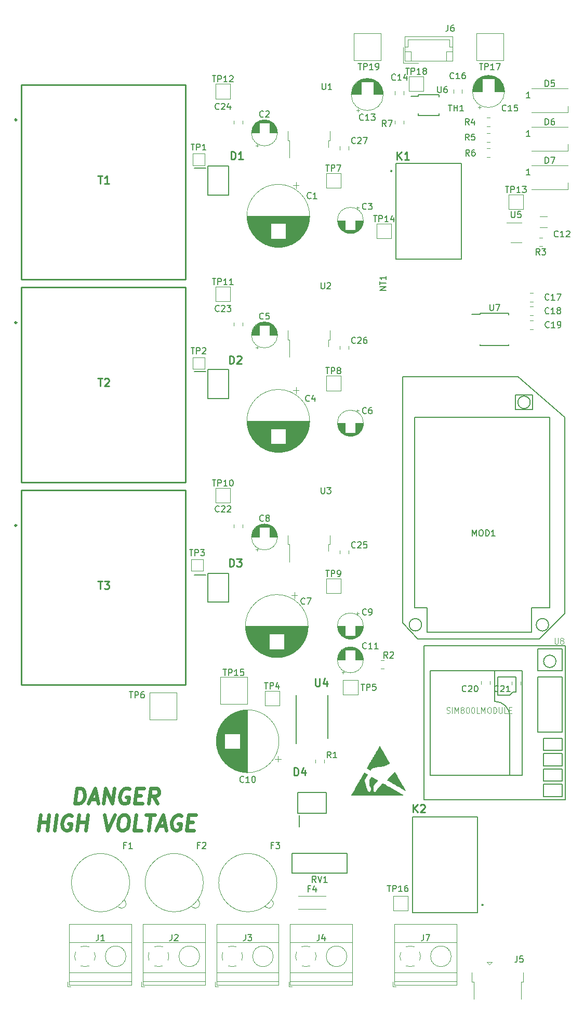
<source format=gbr>
G04 #@! TF.GenerationSoftware,KiCad,Pcbnew,(5.1.4)-1*
G04 #@! TF.CreationDate,2019-12-15T21:40:21+01:00*
G04 #@! TF.ProjectId,AcMonitoringSystem,41634d6f-6e69-4746-9f72-696e67537973,rev?*
G04 #@! TF.SameCoordinates,Original*
G04 #@! TF.FileFunction,Legend,Top*
G04 #@! TF.FilePolarity,Positive*
%FSLAX46Y46*%
G04 Gerber Fmt 4.6, Leading zero omitted, Abs format (unit mm)*
G04 Created by KiCad (PCBNEW (5.1.4)-1) date 2019-12-15 21:40:21*
%MOMM*%
%LPD*%
G04 APERTURE LIST*
%ADD10C,0.600000*%
%ADD11C,0.010000*%
%ADD12C,0.120000*%
%ADD13C,0.150000*%
%ADD14C,0.254000*%
%ADD15C,0.200000*%
%ADD16C,0.127000*%
%ADD17C,0.050000*%
G04 APERTURE END LIST*
D10*
X88365089Y-149155952D02*
X88677589Y-146655952D01*
X89272827Y-146655952D01*
X89615089Y-146775000D01*
X89823422Y-147013095D01*
X89912708Y-147251190D01*
X89972232Y-147727380D01*
X89927589Y-148084523D01*
X89749017Y-148560714D01*
X89600208Y-148798809D01*
X89332351Y-149036904D01*
X88960327Y-149155952D01*
X88365089Y-149155952D01*
X90835327Y-148441666D02*
X92025803Y-148441666D01*
X90507946Y-149155952D02*
X91653779Y-146655952D01*
X92174613Y-149155952D01*
X93007946Y-149155952D02*
X93320446Y-146655952D01*
X94436517Y-149155952D01*
X94749017Y-146655952D01*
X97234136Y-146775000D02*
X97010922Y-146655952D01*
X96653779Y-146655952D01*
X96281755Y-146775000D01*
X96013898Y-147013095D01*
X95865089Y-147251190D01*
X95686517Y-147727380D01*
X95641875Y-148084523D01*
X95701398Y-148560714D01*
X95790684Y-148798809D01*
X95999017Y-149036904D01*
X96341279Y-149155952D01*
X96579375Y-149155952D01*
X96951398Y-149036904D01*
X97085327Y-148917857D01*
X97189494Y-148084523D01*
X96713303Y-148084523D01*
X98290684Y-147846428D02*
X99124017Y-147846428D01*
X99317470Y-149155952D02*
X98126994Y-149155952D01*
X98439494Y-146655952D01*
X99629970Y-146655952D01*
X101817470Y-149155952D02*
X101132946Y-147965476D01*
X100388898Y-149155952D02*
X100701398Y-146655952D01*
X101653779Y-146655952D01*
X101876994Y-146775000D01*
X101981160Y-146894047D01*
X102070446Y-147132142D01*
X102025803Y-147489285D01*
X101876994Y-147727380D01*
X101743065Y-147846428D01*
X101490089Y-147965476D01*
X100537708Y-147965476D01*
X82412708Y-153505952D02*
X82725208Y-151005952D01*
X82576398Y-152196428D02*
X84004970Y-152196428D01*
X83841279Y-153505952D02*
X84153779Y-151005952D01*
X85031755Y-153505952D02*
X85344255Y-151005952D01*
X87829375Y-151125000D02*
X87606160Y-151005952D01*
X87249017Y-151005952D01*
X86876994Y-151125000D01*
X86609136Y-151363095D01*
X86460327Y-151601190D01*
X86281755Y-152077380D01*
X86237113Y-152434523D01*
X86296636Y-152910714D01*
X86385922Y-153148809D01*
X86594255Y-153386904D01*
X86936517Y-153505952D01*
X87174613Y-153505952D01*
X87546636Y-153386904D01*
X87680565Y-153267857D01*
X87784732Y-152434523D01*
X87308541Y-152434523D01*
X88722232Y-153505952D02*
X89034732Y-151005952D01*
X88885922Y-152196428D02*
X90314494Y-152196428D01*
X90150803Y-153505952D02*
X90463303Y-151005952D01*
X93201398Y-151005952D02*
X93722232Y-153505952D01*
X94868065Y-151005952D01*
X96177589Y-151005952D02*
X96653779Y-151005952D01*
X96876994Y-151125000D01*
X97085327Y-151363095D01*
X97144851Y-151839285D01*
X97040684Y-152672619D01*
X96862113Y-153148809D01*
X96594255Y-153386904D01*
X96341279Y-153505952D01*
X95865089Y-153505952D01*
X95641875Y-153386904D01*
X95433541Y-153148809D01*
X95374017Y-152672619D01*
X95478184Y-151839285D01*
X95656755Y-151363095D01*
X95924613Y-151125000D01*
X96177589Y-151005952D01*
X99198422Y-153505952D02*
X98007946Y-153505952D01*
X98320446Y-151005952D01*
X99987113Y-151005952D02*
X101415684Y-151005952D01*
X100388898Y-153505952D02*
X100701398Y-151005952D01*
X101906755Y-152791666D02*
X103097232Y-152791666D01*
X101579375Y-153505952D02*
X102725208Y-151005952D01*
X103246041Y-153505952D01*
X105686517Y-151125000D02*
X105463303Y-151005952D01*
X105106160Y-151005952D01*
X104734136Y-151125000D01*
X104466279Y-151363095D01*
X104317470Y-151601190D01*
X104138898Y-152077380D01*
X104094255Y-152434523D01*
X104153779Y-152910714D01*
X104243065Y-153148809D01*
X104451398Y-153386904D01*
X104793660Y-153505952D01*
X105031755Y-153505952D01*
X105403779Y-153386904D01*
X105537708Y-153267857D01*
X105641874Y-152434523D01*
X105165684Y-152434523D01*
X106743065Y-152196428D02*
X107576398Y-152196428D01*
X107769851Y-153505952D02*
X106579374Y-153505952D01*
X106891874Y-151005952D01*
X108082351Y-151005952D01*
D11*
G36*
X138020878Y-139826166D02*
G01*
X138051876Y-139876538D01*
X138099634Y-139956341D01*
X138162194Y-140062180D01*
X138237597Y-140190659D01*
X138323885Y-140338384D01*
X138419101Y-140501958D01*
X138521285Y-140677987D01*
X138628481Y-140863075D01*
X138738729Y-141053827D01*
X138850071Y-141246847D01*
X138960550Y-141438741D01*
X139068207Y-141626111D01*
X139171084Y-141805565D01*
X139267223Y-141973705D01*
X139354665Y-142127137D01*
X139431453Y-142262465D01*
X139495628Y-142376294D01*
X139545233Y-142465229D01*
X139578309Y-142525874D01*
X139592897Y-142554833D01*
X139593431Y-142556644D01*
X139575321Y-142581217D01*
X139524980Y-142618807D01*
X139448395Y-142665722D01*
X139351552Y-142718274D01*
X139250167Y-142768213D01*
X139112215Y-142828769D01*
X138967142Y-142883179D01*
X138809950Y-142932651D01*
X138635643Y-142978395D01*
X138439222Y-143021620D01*
X138215689Y-143063534D01*
X137960048Y-143105347D01*
X137695606Y-143144284D01*
X137465852Y-143178828D01*
X137272917Y-143213026D01*
X137111964Y-143248577D01*
X136978155Y-143287182D01*
X136866650Y-143330539D01*
X136772614Y-143380348D01*
X136691206Y-143438309D01*
X136617590Y-143506120D01*
X136593851Y-143531312D01*
X136542397Y-143589958D01*
X136504334Y-143637815D01*
X136486677Y-143665958D01*
X136486206Y-143668265D01*
X136480028Y-143682416D01*
X136458590Y-143682575D01*
X136417533Y-143666861D01*
X136352501Y-143633391D01*
X136259137Y-143580281D01*
X136194252Y-143542088D01*
X136097501Y-143482385D01*
X136022312Y-143431263D01*
X135973739Y-143392399D01*
X135956835Y-143369472D01*
X135956845Y-143369305D01*
X135967328Y-143347456D01*
X135996931Y-143292739D01*
X136043938Y-143208136D01*
X136106629Y-143096629D01*
X136183286Y-142961201D01*
X136272191Y-142804833D01*
X136371626Y-142630507D01*
X136479872Y-142441206D01*
X136595211Y-142239911D01*
X136715924Y-142029605D01*
X136840294Y-141813271D01*
X136966601Y-141593889D01*
X137093127Y-141374442D01*
X137218155Y-141157912D01*
X137339965Y-140947281D01*
X137456839Y-140745532D01*
X137567060Y-140555647D01*
X137668908Y-140380606D01*
X137760665Y-140223394D01*
X137840613Y-140086991D01*
X137907034Y-139974380D01*
X137958209Y-139888543D01*
X137992420Y-139832462D01*
X138007948Y-139809119D01*
X138008598Y-139808621D01*
X138020878Y-139826166D01*
X138020878Y-139826166D01*
G37*
X138020878Y-139826166D02*
X138051876Y-139876538D01*
X138099634Y-139956341D01*
X138162194Y-140062180D01*
X138237597Y-140190659D01*
X138323885Y-140338384D01*
X138419101Y-140501958D01*
X138521285Y-140677987D01*
X138628481Y-140863075D01*
X138738729Y-141053827D01*
X138850071Y-141246847D01*
X138960550Y-141438741D01*
X139068207Y-141626111D01*
X139171084Y-141805565D01*
X139267223Y-141973705D01*
X139354665Y-142127137D01*
X139431453Y-142262465D01*
X139495628Y-142376294D01*
X139545233Y-142465229D01*
X139578309Y-142525874D01*
X139592897Y-142554833D01*
X139593431Y-142556644D01*
X139575321Y-142581217D01*
X139524980Y-142618807D01*
X139448395Y-142665722D01*
X139351552Y-142718274D01*
X139250167Y-142768213D01*
X139112215Y-142828769D01*
X138967142Y-142883179D01*
X138809950Y-142932651D01*
X138635643Y-142978395D01*
X138439222Y-143021620D01*
X138215689Y-143063534D01*
X137960048Y-143105347D01*
X137695606Y-143144284D01*
X137465852Y-143178828D01*
X137272917Y-143213026D01*
X137111964Y-143248577D01*
X136978155Y-143287182D01*
X136866650Y-143330539D01*
X136772614Y-143380348D01*
X136691206Y-143438309D01*
X136617590Y-143506120D01*
X136593851Y-143531312D01*
X136542397Y-143589958D01*
X136504334Y-143637815D01*
X136486677Y-143665958D01*
X136486206Y-143668265D01*
X136480028Y-143682416D01*
X136458590Y-143682575D01*
X136417533Y-143666861D01*
X136352501Y-143633391D01*
X136259137Y-143580281D01*
X136194252Y-143542088D01*
X136097501Y-143482385D01*
X136022312Y-143431263D01*
X135973739Y-143392399D01*
X135956835Y-143369472D01*
X135956845Y-143369305D01*
X135967328Y-143347456D01*
X135996931Y-143292739D01*
X136043938Y-143208136D01*
X136106629Y-143096629D01*
X136183286Y-142961201D01*
X136272191Y-142804833D01*
X136371626Y-142630507D01*
X136479872Y-142441206D01*
X136595211Y-142239911D01*
X136715924Y-142029605D01*
X136840294Y-141813271D01*
X136966601Y-141593889D01*
X137093127Y-141374442D01*
X137218155Y-141157912D01*
X137339965Y-140947281D01*
X137456839Y-140745532D01*
X137567060Y-140555647D01*
X137668908Y-140380606D01*
X137760665Y-140223394D01*
X137840613Y-140086991D01*
X137907034Y-139974380D01*
X137958209Y-139888543D01*
X137992420Y-139832462D01*
X138007948Y-139809119D01*
X138008598Y-139808621D01*
X138020878Y-139826166D01*
G36*
X140476146Y-144065908D02*
G01*
X140491469Y-144091590D01*
X140525911Y-144150469D01*
X140577769Y-144239602D01*
X140645340Y-144356049D01*
X140726921Y-144496867D01*
X140820809Y-144659114D01*
X140925299Y-144839849D01*
X141038690Y-145036130D01*
X141159278Y-145245016D01*
X141283313Y-145460017D01*
X141409987Y-145679649D01*
X141531608Y-145890495D01*
X141646412Y-146089499D01*
X141752638Y-146273607D01*
X141848523Y-146439765D01*
X141932302Y-146584917D01*
X142002214Y-146706009D01*
X142056496Y-146799988D01*
X142093385Y-146863797D01*
X142110731Y-146893719D01*
X142139007Y-146944271D01*
X142154382Y-146975914D01*
X142155224Y-146981420D01*
X142136488Y-146971082D01*
X142084386Y-146941407D01*
X142001640Y-146893968D01*
X141890975Y-146830333D01*
X141755114Y-146752074D01*
X141596781Y-146660759D01*
X141418698Y-146557960D01*
X141223590Y-146445247D01*
X141014180Y-146324189D01*
X140793191Y-146196357D01*
X140709113Y-146147702D01*
X140484170Y-146017567D01*
X140269524Y-145893497D01*
X140067932Y-145777077D01*
X139882148Y-145669893D01*
X139714928Y-145573531D01*
X139569027Y-145489578D01*
X139447201Y-145419620D01*
X139352204Y-145365243D01*
X139286792Y-145328034D01*
X139253720Y-145309578D01*
X139250262Y-145307830D01*
X139260339Y-145292005D01*
X139295407Y-145249692D01*
X139351885Y-145184790D01*
X139426193Y-145101196D01*
X139514752Y-145002809D01*
X139613980Y-144893525D01*
X139720298Y-144777244D01*
X139830125Y-144657862D01*
X139939882Y-144539277D01*
X140045988Y-144425388D01*
X140144862Y-144320092D01*
X140232926Y-144227287D01*
X140306599Y-144150870D01*
X140362300Y-144094740D01*
X140381403Y-144076335D01*
X140444708Y-144016872D01*
X140476146Y-144065908D01*
X140476146Y-144065908D01*
G37*
X140476146Y-144065908D02*
X140491469Y-144091590D01*
X140525911Y-144150469D01*
X140577769Y-144239602D01*
X140645340Y-144356049D01*
X140726921Y-144496867D01*
X140820809Y-144659114D01*
X140925299Y-144839849D01*
X141038690Y-145036130D01*
X141159278Y-145245016D01*
X141283313Y-145460017D01*
X141409987Y-145679649D01*
X141531608Y-145890495D01*
X141646412Y-146089499D01*
X141752638Y-146273607D01*
X141848523Y-146439765D01*
X141932302Y-146584917D01*
X142002214Y-146706009D01*
X142056496Y-146799988D01*
X142093385Y-146863797D01*
X142110731Y-146893719D01*
X142139007Y-146944271D01*
X142154382Y-146975914D01*
X142155224Y-146981420D01*
X142136488Y-146971082D01*
X142084386Y-146941407D01*
X142001640Y-146893968D01*
X141890975Y-146830333D01*
X141755114Y-146752074D01*
X141596781Y-146660759D01*
X141418698Y-146557960D01*
X141223590Y-146445247D01*
X141014180Y-146324189D01*
X140793191Y-146196357D01*
X140709113Y-146147702D01*
X140484170Y-146017567D01*
X140269524Y-145893497D01*
X140067932Y-145777077D01*
X139882148Y-145669893D01*
X139714928Y-145573531D01*
X139569027Y-145489578D01*
X139447201Y-145419620D01*
X139352204Y-145365243D01*
X139286792Y-145328034D01*
X139253720Y-145309578D01*
X139250262Y-145307830D01*
X139260339Y-145292005D01*
X139295407Y-145249692D01*
X139351885Y-145184790D01*
X139426193Y-145101196D01*
X139514752Y-145002809D01*
X139613980Y-144893525D01*
X139720298Y-144777244D01*
X139830125Y-144657862D01*
X139939882Y-144539277D01*
X140045988Y-144425388D01*
X140144862Y-144320092D01*
X140232926Y-144227287D01*
X140306599Y-144150870D01*
X140362300Y-144094740D01*
X140381403Y-144076335D01*
X140444708Y-144016872D01*
X140476146Y-144065908D01*
G36*
X135540749Y-144142036D02*
G01*
X135584544Y-144158972D01*
X135651293Y-144192601D01*
X135747137Y-144245334D01*
X135754599Y-144249525D01*
X135842871Y-144300001D01*
X135917363Y-144344223D01*
X135970760Y-144377731D01*
X135995746Y-144396064D01*
X135996445Y-144396962D01*
X135990409Y-144422414D01*
X135962723Y-144479255D01*
X135915188Y-144564389D01*
X135849611Y-144674717D01*
X135767797Y-144807144D01*
X135671548Y-144958571D01*
X135647594Y-144995707D01*
X135585183Y-145098757D01*
X135539737Y-145187432D01*
X135515246Y-145253714D01*
X135512733Y-145266807D01*
X135513848Y-145324443D01*
X135526343Y-145415865D01*
X135548660Y-145535208D01*
X135579240Y-145676609D01*
X135616528Y-145834203D01*
X135658965Y-146002126D01*
X135704994Y-146174514D01*
X135753057Y-146345501D01*
X135801597Y-146509224D01*
X135849057Y-146659818D01*
X135893878Y-146791420D01*
X135934503Y-146898163D01*
X135962823Y-146961494D01*
X135996183Y-147028957D01*
X136027682Y-147093511D01*
X136029387Y-147097045D01*
X136081498Y-147162250D01*
X136157554Y-147206156D01*
X136246092Y-147227197D01*
X136335648Y-147223807D01*
X136414758Y-147194423D01*
X136459264Y-147155736D01*
X136523356Y-147049636D01*
X136570322Y-146917405D01*
X136596090Y-146772527D01*
X136599741Y-146690394D01*
X136585039Y-146537105D01*
X136541890Y-146410166D01*
X136467972Y-146303418D01*
X136444921Y-146279657D01*
X136376325Y-146213009D01*
X136371614Y-145741916D01*
X136366903Y-145270822D01*
X136486946Y-145089106D01*
X136543277Y-145006856D01*
X136597528Y-144932865D01*
X136641959Y-144877448D01*
X136661056Y-144857056D01*
X136715124Y-144806723D01*
X136788350Y-144846158D01*
X136834633Y-144874415D01*
X136859957Y-144896354D01*
X136861576Y-144900299D01*
X136878884Y-144917023D01*
X136908497Y-144929476D01*
X136937114Y-144940700D01*
X136980934Y-144962024D01*
X137043718Y-144995529D01*
X137129228Y-145043296D01*
X137241226Y-145107407D01*
X137383473Y-145189944D01*
X137460773Y-145235065D01*
X137551702Y-145289111D01*
X137611339Y-145327604D01*
X137644961Y-145355044D01*
X137657844Y-145375934D01*
X137655265Y-145394775D01*
X137653115Y-145399152D01*
X137632197Y-145426714D01*
X137587440Y-145478416D01*
X137524057Y-145548475D01*
X137447262Y-145631107D01*
X137380844Y-145701156D01*
X137227790Y-145867414D01*
X137108056Y-146011519D01*
X137020573Y-146134921D01*
X136964274Y-146239068D01*
X136945284Y-146291954D01*
X136937440Y-146338250D01*
X136929338Y-146417221D01*
X136921691Y-146519846D01*
X136915212Y-146637103D01*
X136912163Y-146711248D01*
X136907908Y-146839427D01*
X136906036Y-146933138D01*
X136907099Y-146999583D01*
X136911646Y-147045961D01*
X136920227Y-147079474D01*
X136933394Y-147107321D01*
X136943735Y-147124324D01*
X137003456Y-147189862D01*
X137080411Y-147235532D01*
X137161380Y-147255450D01*
X137222058Y-147248244D01*
X137276999Y-147217066D01*
X137345867Y-147161230D01*
X137419005Y-147090474D01*
X137486752Y-147014537D01*
X137539450Y-146943159D01*
X137558853Y-146908668D01*
X137587919Y-146861441D01*
X137640783Y-146789506D01*
X137712616Y-146698485D01*
X137798588Y-146594000D01*
X137893868Y-146481675D01*
X137993627Y-146367130D01*
X138093034Y-146255990D01*
X138187259Y-146153875D01*
X138271473Y-146066408D01*
X138337591Y-146002198D01*
X138410999Y-145938057D01*
X138472753Y-145890763D01*
X138516066Y-145865235D01*
X138530445Y-145862429D01*
X138552479Y-145873752D01*
X138607438Y-145904144D01*
X138692152Y-145951780D01*
X138803448Y-146014835D01*
X138938156Y-146091485D01*
X139093103Y-146179905D01*
X139265119Y-146278270D01*
X139451032Y-146384756D01*
X139647670Y-146497537D01*
X139851863Y-146614789D01*
X140060439Y-146734687D01*
X140270225Y-146855407D01*
X140478052Y-146975123D01*
X140680747Y-147092011D01*
X140875140Y-147204246D01*
X141058058Y-147310004D01*
X141226330Y-147407460D01*
X141376785Y-147494788D01*
X141506251Y-147570165D01*
X141611557Y-147631765D01*
X141689532Y-147677764D01*
X141737004Y-147706337D01*
X141750763Y-147715304D01*
X141732231Y-147717076D01*
X141673933Y-147718799D01*
X141577809Y-147720464D01*
X141445799Y-147722063D01*
X141279846Y-147723587D01*
X141081889Y-147725029D01*
X140853870Y-147726380D01*
X140597729Y-147727632D01*
X140315408Y-147728776D01*
X140008847Y-147729804D01*
X139679987Y-147730708D01*
X139330769Y-147731479D01*
X138963135Y-147732109D01*
X138579024Y-147732590D01*
X138180377Y-147732914D01*
X137769137Y-147733072D01*
X137596580Y-147733087D01*
X133422586Y-147733087D01*
X133720268Y-147216954D01*
X133783286Y-147107665D01*
X133864406Y-146966940D01*
X133960916Y-146799486D01*
X134070103Y-146610012D01*
X134189255Y-146403223D01*
X134315660Y-146183828D01*
X134446605Y-145956533D01*
X134579379Y-145726046D01*
X134711269Y-145497073D01*
X134744624Y-145439163D01*
X134866247Y-145228232D01*
X134982228Y-145027535D01*
X135090825Y-144840059D01*
X135190294Y-144668792D01*
X135278892Y-144516723D01*
X135354878Y-144386838D01*
X135416507Y-144282125D01*
X135462037Y-144205573D01*
X135489725Y-144160169D01*
X135497472Y-144148609D01*
X135513772Y-144139385D01*
X135540749Y-144142036D01*
X135540749Y-144142036D01*
G37*
X135540749Y-144142036D02*
X135584544Y-144158972D01*
X135651293Y-144192601D01*
X135747137Y-144245334D01*
X135754599Y-144249525D01*
X135842871Y-144300001D01*
X135917363Y-144344223D01*
X135970760Y-144377731D01*
X135995746Y-144396064D01*
X135996445Y-144396962D01*
X135990409Y-144422414D01*
X135962723Y-144479255D01*
X135915188Y-144564389D01*
X135849611Y-144674717D01*
X135767797Y-144807144D01*
X135671548Y-144958571D01*
X135647594Y-144995707D01*
X135585183Y-145098757D01*
X135539737Y-145187432D01*
X135515246Y-145253714D01*
X135512733Y-145266807D01*
X135513848Y-145324443D01*
X135526343Y-145415865D01*
X135548660Y-145535208D01*
X135579240Y-145676609D01*
X135616528Y-145834203D01*
X135658965Y-146002126D01*
X135704994Y-146174514D01*
X135753057Y-146345501D01*
X135801597Y-146509224D01*
X135849057Y-146659818D01*
X135893878Y-146791420D01*
X135934503Y-146898163D01*
X135962823Y-146961494D01*
X135996183Y-147028957D01*
X136027682Y-147093511D01*
X136029387Y-147097045D01*
X136081498Y-147162250D01*
X136157554Y-147206156D01*
X136246092Y-147227197D01*
X136335648Y-147223807D01*
X136414758Y-147194423D01*
X136459264Y-147155736D01*
X136523356Y-147049636D01*
X136570322Y-146917405D01*
X136596090Y-146772527D01*
X136599741Y-146690394D01*
X136585039Y-146537105D01*
X136541890Y-146410166D01*
X136467972Y-146303418D01*
X136444921Y-146279657D01*
X136376325Y-146213009D01*
X136371614Y-145741916D01*
X136366903Y-145270822D01*
X136486946Y-145089106D01*
X136543277Y-145006856D01*
X136597528Y-144932865D01*
X136641959Y-144877448D01*
X136661056Y-144857056D01*
X136715124Y-144806723D01*
X136788350Y-144846158D01*
X136834633Y-144874415D01*
X136859957Y-144896354D01*
X136861576Y-144900299D01*
X136878884Y-144917023D01*
X136908497Y-144929476D01*
X136937114Y-144940700D01*
X136980934Y-144962024D01*
X137043718Y-144995529D01*
X137129228Y-145043296D01*
X137241226Y-145107407D01*
X137383473Y-145189944D01*
X137460773Y-145235065D01*
X137551702Y-145289111D01*
X137611339Y-145327604D01*
X137644961Y-145355044D01*
X137657844Y-145375934D01*
X137655265Y-145394775D01*
X137653115Y-145399152D01*
X137632197Y-145426714D01*
X137587440Y-145478416D01*
X137524057Y-145548475D01*
X137447262Y-145631107D01*
X137380844Y-145701156D01*
X137227790Y-145867414D01*
X137108056Y-146011519D01*
X137020573Y-146134921D01*
X136964274Y-146239068D01*
X136945284Y-146291954D01*
X136937440Y-146338250D01*
X136929338Y-146417221D01*
X136921691Y-146519846D01*
X136915212Y-146637103D01*
X136912163Y-146711248D01*
X136907908Y-146839427D01*
X136906036Y-146933138D01*
X136907099Y-146999583D01*
X136911646Y-147045961D01*
X136920227Y-147079474D01*
X136933394Y-147107321D01*
X136943735Y-147124324D01*
X137003456Y-147189862D01*
X137080411Y-147235532D01*
X137161380Y-147255450D01*
X137222058Y-147248244D01*
X137276999Y-147217066D01*
X137345867Y-147161230D01*
X137419005Y-147090474D01*
X137486752Y-147014537D01*
X137539450Y-146943159D01*
X137558853Y-146908668D01*
X137587919Y-146861441D01*
X137640783Y-146789506D01*
X137712616Y-146698485D01*
X137798588Y-146594000D01*
X137893868Y-146481675D01*
X137993627Y-146367130D01*
X138093034Y-146255990D01*
X138187259Y-146153875D01*
X138271473Y-146066408D01*
X138337591Y-146002198D01*
X138410999Y-145938057D01*
X138472753Y-145890763D01*
X138516066Y-145865235D01*
X138530445Y-145862429D01*
X138552479Y-145873752D01*
X138607438Y-145904144D01*
X138692152Y-145951780D01*
X138803448Y-146014835D01*
X138938156Y-146091485D01*
X139093103Y-146179905D01*
X139265119Y-146278270D01*
X139451032Y-146384756D01*
X139647670Y-146497537D01*
X139851863Y-146614789D01*
X140060439Y-146734687D01*
X140270225Y-146855407D01*
X140478052Y-146975123D01*
X140680747Y-147092011D01*
X140875140Y-147204246D01*
X141058058Y-147310004D01*
X141226330Y-147407460D01*
X141376785Y-147494788D01*
X141506251Y-147570165D01*
X141611557Y-147631765D01*
X141689532Y-147677764D01*
X141737004Y-147706337D01*
X141750763Y-147715304D01*
X141732231Y-147717076D01*
X141673933Y-147718799D01*
X141577809Y-147720464D01*
X141445799Y-147722063D01*
X141279846Y-147723587D01*
X141081889Y-147725029D01*
X140853870Y-147726380D01*
X140597729Y-147727632D01*
X140315408Y-147728776D01*
X140008847Y-147729804D01*
X139679987Y-147730708D01*
X139330769Y-147731479D01*
X138963135Y-147732109D01*
X138579024Y-147732590D01*
X138180377Y-147732914D01*
X137769137Y-147733072D01*
X137596580Y-147733087D01*
X133422586Y-147733087D01*
X133720268Y-147216954D01*
X133783286Y-147107665D01*
X133864406Y-146966940D01*
X133960916Y-146799486D01*
X134070103Y-146610012D01*
X134189255Y-146403223D01*
X134315660Y-146183828D01*
X134446605Y-145956533D01*
X134579379Y-145726046D01*
X134711269Y-145497073D01*
X134744624Y-145439163D01*
X134866247Y-145228232D01*
X134982228Y-145027535D01*
X135090825Y-144840059D01*
X135190294Y-144668792D01*
X135278892Y-144516723D01*
X135354878Y-144386838D01*
X135416507Y-144282125D01*
X135462037Y-144205573D01*
X135489725Y-144160169D01*
X135497472Y-144148609D01*
X135513772Y-144139385D01*
X135540749Y-144142036D01*
D12*
X107350000Y-111300000D02*
X107350000Y-109400000D01*
X109250000Y-111300000D02*
X107350000Y-111300000D01*
X109250000Y-109400000D02*
X109250000Y-111300000D01*
X107350000Y-109400000D02*
X109250000Y-109400000D01*
X107600000Y-45300000D02*
X107600000Y-43400000D01*
X109500000Y-45300000D02*
X107600000Y-45300000D01*
X109500000Y-43400000D02*
X109500000Y-45300000D01*
X107600000Y-43400000D02*
X109500000Y-43400000D01*
X107600000Y-78450000D02*
X107600000Y-76550000D01*
X109500000Y-78450000D02*
X107600000Y-78450000D01*
X109500000Y-76550000D02*
X109500000Y-78450000D01*
X107600000Y-76550000D02*
X109500000Y-76550000D01*
D13*
X160550000Y-79650000D02*
X168150000Y-86250000D01*
X141750000Y-79650000D02*
X160550000Y-79650000D01*
X168150000Y-86250000D02*
X168150000Y-118250000D01*
X141750000Y-79650000D02*
X141750000Y-119750000D01*
X144250000Y-122350000D02*
X164050000Y-122350000D01*
X141750000Y-119750000D02*
X144250000Y-122350000D01*
X168150000Y-118250000D02*
X164050000Y-122350000D01*
X144854988Y-120050000D02*
G75*
G03X144854988Y-120050000I-1004988J0D01*
G01*
X165554988Y-120050000D02*
G75*
G03X165554988Y-120050000I-1004988J0D01*
G01*
X143750000Y-86250000D02*
X144750000Y-86250000D01*
X143750000Y-117250000D02*
X143750000Y-86250000D01*
X145750000Y-117250000D02*
X143750000Y-117250000D01*
X145750000Y-121250000D02*
X145750000Y-117250000D01*
X162750000Y-121250000D02*
X145750000Y-121250000D01*
X162750000Y-117250000D02*
X162750000Y-121250000D01*
X165750000Y-117250000D02*
X162750000Y-117250000D01*
X165750000Y-86250000D02*
X165750000Y-117250000D01*
X144750000Y-86250000D02*
X165750000Y-86250000D01*
X162554988Y-83850000D02*
G75*
G03X162554988Y-83850000I-1004988J0D01*
G01*
X160150000Y-85050000D02*
X160150000Y-82650000D01*
X162850000Y-85050000D02*
X160150000Y-85050000D01*
X162950000Y-82650000D02*
X162950000Y-85050000D01*
X160150000Y-82650000D02*
X162850000Y-82650000D01*
X162950000Y-85050000D02*
X162850000Y-85050000D01*
X162950000Y-82650000D02*
X162850000Y-82650000D01*
D14*
X79650000Y-32150000D02*
X106350000Y-32150000D01*
X106350000Y-32150000D02*
X106350000Y-63850000D01*
X106350000Y-63850000D02*
X79650000Y-63850000D01*
X79650000Y-63850000D02*
X79650000Y-32150000D01*
X78896980Y-37881000D02*
G75*
G03X78896980Y-37881000I-172980J0D01*
G01*
D12*
X126620000Y-53500000D02*
G75*
G03X126620000Y-53500000I-5120000J0D01*
G01*
X126580000Y-53500000D02*
X116420000Y-53500000D01*
X126580000Y-53540000D02*
X116420000Y-53540000D01*
X126580000Y-53580000D02*
X116420000Y-53580000D01*
X126579000Y-53620000D02*
X116421000Y-53620000D01*
X126578000Y-53660000D02*
X116422000Y-53660000D01*
X126577000Y-53700000D02*
X116423000Y-53700000D01*
X126575000Y-53740000D02*
X116425000Y-53740000D01*
X126573000Y-53780000D02*
X116427000Y-53780000D01*
X126570000Y-53820000D02*
X116430000Y-53820000D01*
X126568000Y-53860000D02*
X116432000Y-53860000D01*
X126565000Y-53900000D02*
X116435000Y-53900000D01*
X126562000Y-53940000D02*
X116438000Y-53940000D01*
X126558000Y-53980000D02*
X116442000Y-53980000D01*
X126554000Y-54020000D02*
X116446000Y-54020000D01*
X126550000Y-54060000D02*
X116450000Y-54060000D01*
X126545000Y-54100000D02*
X116455000Y-54100000D01*
X126540000Y-54140000D02*
X116460000Y-54140000D01*
X126535000Y-54180000D02*
X116465000Y-54180000D01*
X126530000Y-54221000D02*
X116470000Y-54221000D01*
X126524000Y-54261000D02*
X116476000Y-54261000D01*
X126518000Y-54301000D02*
X116482000Y-54301000D01*
X126511000Y-54341000D02*
X116489000Y-54341000D01*
X126504000Y-54381000D02*
X116496000Y-54381000D01*
X126497000Y-54421000D02*
X116503000Y-54421000D01*
X126490000Y-54461000D02*
X116510000Y-54461000D01*
X126482000Y-54501000D02*
X116518000Y-54501000D01*
X126474000Y-54541000D02*
X116526000Y-54541000D01*
X126465000Y-54581000D02*
X116535000Y-54581000D01*
X126456000Y-54621000D02*
X116544000Y-54621000D01*
X126447000Y-54661000D02*
X116553000Y-54661000D01*
X126438000Y-54701000D02*
X116562000Y-54701000D01*
X126428000Y-54741000D02*
X116572000Y-54741000D01*
X126418000Y-54781000D02*
X122741000Y-54781000D01*
X120259000Y-54781000D02*
X116582000Y-54781000D01*
X126407000Y-54821000D02*
X122741000Y-54821000D01*
X120259000Y-54821000D02*
X116593000Y-54821000D01*
X126397000Y-54861000D02*
X122741000Y-54861000D01*
X120259000Y-54861000D02*
X116603000Y-54861000D01*
X126385000Y-54901000D02*
X122741000Y-54901000D01*
X120259000Y-54901000D02*
X116615000Y-54901000D01*
X126374000Y-54941000D02*
X122741000Y-54941000D01*
X120259000Y-54941000D02*
X116626000Y-54941000D01*
X126362000Y-54981000D02*
X122741000Y-54981000D01*
X120259000Y-54981000D02*
X116638000Y-54981000D01*
X126350000Y-55021000D02*
X122741000Y-55021000D01*
X120259000Y-55021000D02*
X116650000Y-55021000D01*
X126337000Y-55061000D02*
X122741000Y-55061000D01*
X120259000Y-55061000D02*
X116663000Y-55061000D01*
X126324000Y-55101000D02*
X122741000Y-55101000D01*
X120259000Y-55101000D02*
X116676000Y-55101000D01*
X126311000Y-55141000D02*
X122741000Y-55141000D01*
X120259000Y-55141000D02*
X116689000Y-55141000D01*
X126297000Y-55181000D02*
X122741000Y-55181000D01*
X120259000Y-55181000D02*
X116703000Y-55181000D01*
X126283000Y-55221000D02*
X122741000Y-55221000D01*
X120259000Y-55221000D02*
X116717000Y-55221000D01*
X126268000Y-55261000D02*
X122741000Y-55261000D01*
X120259000Y-55261000D02*
X116732000Y-55261000D01*
X126254000Y-55301000D02*
X122741000Y-55301000D01*
X120259000Y-55301000D02*
X116746000Y-55301000D01*
X126238000Y-55341000D02*
X122741000Y-55341000D01*
X120259000Y-55341000D02*
X116762000Y-55341000D01*
X126223000Y-55381000D02*
X122741000Y-55381000D01*
X120259000Y-55381000D02*
X116777000Y-55381000D01*
X126207000Y-55421000D02*
X122741000Y-55421000D01*
X120259000Y-55421000D02*
X116793000Y-55421000D01*
X126190000Y-55461000D02*
X122741000Y-55461000D01*
X120259000Y-55461000D02*
X116810000Y-55461000D01*
X126174000Y-55501000D02*
X122741000Y-55501000D01*
X120259000Y-55501000D02*
X116826000Y-55501000D01*
X126157000Y-55541000D02*
X122741000Y-55541000D01*
X120259000Y-55541000D02*
X116843000Y-55541000D01*
X126139000Y-55581000D02*
X122741000Y-55581000D01*
X120259000Y-55581000D02*
X116861000Y-55581000D01*
X126121000Y-55621000D02*
X122741000Y-55621000D01*
X120259000Y-55621000D02*
X116879000Y-55621000D01*
X126103000Y-55661000D02*
X122741000Y-55661000D01*
X120259000Y-55661000D02*
X116897000Y-55661000D01*
X126084000Y-55701000D02*
X122741000Y-55701000D01*
X120259000Y-55701000D02*
X116916000Y-55701000D01*
X126064000Y-55741000D02*
X122741000Y-55741000D01*
X120259000Y-55741000D02*
X116936000Y-55741000D01*
X126045000Y-55781000D02*
X122741000Y-55781000D01*
X120259000Y-55781000D02*
X116955000Y-55781000D01*
X126025000Y-55821000D02*
X122741000Y-55821000D01*
X120259000Y-55821000D02*
X116975000Y-55821000D01*
X126004000Y-55861000D02*
X122741000Y-55861000D01*
X120259000Y-55861000D02*
X116996000Y-55861000D01*
X125983000Y-55901000D02*
X122741000Y-55901000D01*
X120259000Y-55901000D02*
X117017000Y-55901000D01*
X125962000Y-55941000D02*
X122741000Y-55941000D01*
X120259000Y-55941000D02*
X117038000Y-55941000D01*
X125940000Y-55981000D02*
X122741000Y-55981000D01*
X120259000Y-55981000D02*
X117060000Y-55981000D01*
X125917000Y-56021000D02*
X122741000Y-56021000D01*
X120259000Y-56021000D02*
X117083000Y-56021000D01*
X125895000Y-56061000D02*
X122741000Y-56061000D01*
X120259000Y-56061000D02*
X117105000Y-56061000D01*
X125871000Y-56101000D02*
X122741000Y-56101000D01*
X120259000Y-56101000D02*
X117129000Y-56101000D01*
X125847000Y-56141000D02*
X122741000Y-56141000D01*
X120259000Y-56141000D02*
X117153000Y-56141000D01*
X125823000Y-56181000D02*
X122741000Y-56181000D01*
X120259000Y-56181000D02*
X117177000Y-56181000D01*
X125798000Y-56221000D02*
X122741000Y-56221000D01*
X120259000Y-56221000D02*
X117202000Y-56221000D01*
X125773000Y-56261000D02*
X122741000Y-56261000D01*
X120259000Y-56261000D02*
X117227000Y-56261000D01*
X125747000Y-56301000D02*
X122741000Y-56301000D01*
X120259000Y-56301000D02*
X117253000Y-56301000D01*
X125721000Y-56341000D02*
X122741000Y-56341000D01*
X120259000Y-56341000D02*
X117279000Y-56341000D01*
X125694000Y-56381000D02*
X122741000Y-56381000D01*
X120259000Y-56381000D02*
X117306000Y-56381000D01*
X125666000Y-56421000D02*
X122741000Y-56421000D01*
X120259000Y-56421000D02*
X117334000Y-56421000D01*
X125638000Y-56461000D02*
X122741000Y-56461000D01*
X120259000Y-56461000D02*
X117362000Y-56461000D01*
X125610000Y-56501000D02*
X122741000Y-56501000D01*
X120259000Y-56501000D02*
X117390000Y-56501000D01*
X125580000Y-56541000D02*
X122741000Y-56541000D01*
X120259000Y-56541000D02*
X117420000Y-56541000D01*
X125550000Y-56581000D02*
X122741000Y-56581000D01*
X120259000Y-56581000D02*
X117450000Y-56581000D01*
X125520000Y-56621000D02*
X122741000Y-56621000D01*
X120259000Y-56621000D02*
X117480000Y-56621000D01*
X125489000Y-56661000D02*
X122741000Y-56661000D01*
X120259000Y-56661000D02*
X117511000Y-56661000D01*
X125457000Y-56701000D02*
X122741000Y-56701000D01*
X120259000Y-56701000D02*
X117543000Y-56701000D01*
X125425000Y-56741000D02*
X122741000Y-56741000D01*
X120259000Y-56741000D02*
X117575000Y-56741000D01*
X125392000Y-56781000D02*
X122741000Y-56781000D01*
X120259000Y-56781000D02*
X117608000Y-56781000D01*
X125358000Y-56821000D02*
X122741000Y-56821000D01*
X120259000Y-56821000D02*
X117642000Y-56821000D01*
X125324000Y-56861000D02*
X122741000Y-56861000D01*
X120259000Y-56861000D02*
X117676000Y-56861000D01*
X125289000Y-56901000D02*
X122741000Y-56901000D01*
X120259000Y-56901000D02*
X117711000Y-56901000D01*
X125253000Y-56941000D02*
X122741000Y-56941000D01*
X120259000Y-56941000D02*
X117747000Y-56941000D01*
X125216000Y-56981000D02*
X122741000Y-56981000D01*
X120259000Y-56981000D02*
X117784000Y-56981000D01*
X125179000Y-57021000D02*
X122741000Y-57021000D01*
X120259000Y-57021000D02*
X117821000Y-57021000D01*
X125140000Y-57061000D02*
X122741000Y-57061000D01*
X120259000Y-57061000D02*
X117860000Y-57061000D01*
X125101000Y-57101000D02*
X122741000Y-57101000D01*
X120259000Y-57101000D02*
X117899000Y-57101000D01*
X125061000Y-57141000D02*
X122741000Y-57141000D01*
X120259000Y-57141000D02*
X117939000Y-57141000D01*
X125020000Y-57181000D02*
X122741000Y-57181000D01*
X120259000Y-57181000D02*
X117980000Y-57181000D01*
X124978000Y-57221000D02*
X122741000Y-57221000D01*
X120259000Y-57221000D02*
X118022000Y-57221000D01*
X124936000Y-57261000D02*
X118064000Y-57261000D01*
X124892000Y-57301000D02*
X118108000Y-57301000D01*
X124847000Y-57341000D02*
X118153000Y-57341000D01*
X124801000Y-57381000D02*
X118199000Y-57381000D01*
X124754000Y-57421000D02*
X118246000Y-57421000D01*
X124706000Y-57461000D02*
X118294000Y-57461000D01*
X124656000Y-57501000D02*
X118344000Y-57501000D01*
X124606000Y-57541000D02*
X118394000Y-57541000D01*
X124554000Y-57581000D02*
X118446000Y-57581000D01*
X124500000Y-57621000D02*
X118500000Y-57621000D01*
X124445000Y-57661000D02*
X118555000Y-57661000D01*
X124389000Y-57701000D02*
X118611000Y-57701000D01*
X124330000Y-57741000D02*
X118670000Y-57741000D01*
X124270000Y-57781000D02*
X118730000Y-57781000D01*
X124209000Y-57821000D02*
X118791000Y-57821000D01*
X124145000Y-57861000D02*
X118855000Y-57861000D01*
X124079000Y-57901000D02*
X118921000Y-57901000D01*
X124010000Y-57941000D02*
X118990000Y-57941000D01*
X123939000Y-57981000D02*
X119061000Y-57981000D01*
X123865000Y-58021000D02*
X119135000Y-58021000D01*
X123789000Y-58061000D02*
X119211000Y-58061000D01*
X123709000Y-58101000D02*
X119291000Y-58101000D01*
X123625000Y-58141000D02*
X119375000Y-58141000D01*
X123537000Y-58181000D02*
X119463000Y-58181000D01*
X123444000Y-58221000D02*
X119556000Y-58221000D01*
X123346000Y-58261000D02*
X119654000Y-58261000D01*
X123242000Y-58301000D02*
X119758000Y-58301000D01*
X123130000Y-58341000D02*
X119870000Y-58341000D01*
X123010000Y-58381000D02*
X119990000Y-58381000D01*
X122878000Y-58421000D02*
X120122000Y-58421000D01*
X122730000Y-58461000D02*
X120270000Y-58461000D01*
X122562000Y-58501000D02*
X120438000Y-58501000D01*
X122362000Y-58541000D02*
X120638000Y-58541000D01*
X122099000Y-58581000D02*
X120901000Y-58581000D01*
X124375000Y-48020354D02*
X124375000Y-49020354D01*
X124875000Y-48520354D02*
X123875000Y-48520354D01*
X121370000Y-40000000D02*
G75*
G03X121370000Y-40000000I-2120000J0D01*
G01*
X120090000Y-40000000D02*
X121330000Y-40000000D01*
X117170000Y-40000000D02*
X118410000Y-40000000D01*
X120090000Y-39960000D02*
X121330000Y-39960000D01*
X117170000Y-39960000D02*
X118410000Y-39960000D01*
X120090000Y-39920000D02*
X121329000Y-39920000D01*
X117171000Y-39920000D02*
X118410000Y-39920000D01*
X117173000Y-39880000D02*
X118410000Y-39880000D01*
X120090000Y-39880000D02*
X121327000Y-39880000D01*
X117176000Y-39840000D02*
X118410000Y-39840000D01*
X120090000Y-39840000D02*
X121324000Y-39840000D01*
X117179000Y-39800000D02*
X118410000Y-39800000D01*
X120090000Y-39800000D02*
X121321000Y-39800000D01*
X117183000Y-39760000D02*
X118410000Y-39760000D01*
X120090000Y-39760000D02*
X121317000Y-39760000D01*
X117188000Y-39720000D02*
X118410000Y-39720000D01*
X120090000Y-39720000D02*
X121312000Y-39720000D01*
X117194000Y-39680000D02*
X118410000Y-39680000D01*
X120090000Y-39680000D02*
X121306000Y-39680000D01*
X117200000Y-39640000D02*
X118410000Y-39640000D01*
X120090000Y-39640000D02*
X121300000Y-39640000D01*
X117208000Y-39600000D02*
X118410000Y-39600000D01*
X120090000Y-39600000D02*
X121292000Y-39600000D01*
X117216000Y-39560000D02*
X118410000Y-39560000D01*
X120090000Y-39560000D02*
X121284000Y-39560000D01*
X117225000Y-39520000D02*
X118410000Y-39520000D01*
X120090000Y-39520000D02*
X121275000Y-39520000D01*
X117234000Y-39480000D02*
X118410000Y-39480000D01*
X120090000Y-39480000D02*
X121266000Y-39480000D01*
X117245000Y-39440000D02*
X118410000Y-39440000D01*
X120090000Y-39440000D02*
X121255000Y-39440000D01*
X117256000Y-39400000D02*
X118410000Y-39400000D01*
X120090000Y-39400000D02*
X121244000Y-39400000D01*
X117268000Y-39360000D02*
X118410000Y-39360000D01*
X120090000Y-39360000D02*
X121232000Y-39360000D01*
X117282000Y-39320000D02*
X118410000Y-39320000D01*
X120090000Y-39320000D02*
X121218000Y-39320000D01*
X117296000Y-39279000D02*
X118410000Y-39279000D01*
X120090000Y-39279000D02*
X121204000Y-39279000D01*
X117310000Y-39239000D02*
X118410000Y-39239000D01*
X120090000Y-39239000D02*
X121190000Y-39239000D01*
X117326000Y-39199000D02*
X118410000Y-39199000D01*
X120090000Y-39199000D02*
X121174000Y-39199000D01*
X117343000Y-39159000D02*
X118410000Y-39159000D01*
X120090000Y-39159000D02*
X121157000Y-39159000D01*
X117361000Y-39119000D02*
X118410000Y-39119000D01*
X120090000Y-39119000D02*
X121139000Y-39119000D01*
X117380000Y-39079000D02*
X118410000Y-39079000D01*
X120090000Y-39079000D02*
X121120000Y-39079000D01*
X117399000Y-39039000D02*
X118410000Y-39039000D01*
X120090000Y-39039000D02*
X121101000Y-39039000D01*
X117420000Y-38999000D02*
X118410000Y-38999000D01*
X120090000Y-38999000D02*
X121080000Y-38999000D01*
X117442000Y-38959000D02*
X118410000Y-38959000D01*
X120090000Y-38959000D02*
X121058000Y-38959000D01*
X117465000Y-38919000D02*
X118410000Y-38919000D01*
X120090000Y-38919000D02*
X121035000Y-38919000D01*
X117490000Y-38879000D02*
X118410000Y-38879000D01*
X120090000Y-38879000D02*
X121010000Y-38879000D01*
X117515000Y-38839000D02*
X118410000Y-38839000D01*
X120090000Y-38839000D02*
X120985000Y-38839000D01*
X117542000Y-38799000D02*
X118410000Y-38799000D01*
X120090000Y-38799000D02*
X120958000Y-38799000D01*
X117570000Y-38759000D02*
X118410000Y-38759000D01*
X120090000Y-38759000D02*
X120930000Y-38759000D01*
X117600000Y-38719000D02*
X118410000Y-38719000D01*
X120090000Y-38719000D02*
X120900000Y-38719000D01*
X117631000Y-38679000D02*
X118410000Y-38679000D01*
X120090000Y-38679000D02*
X120869000Y-38679000D01*
X117663000Y-38639000D02*
X118410000Y-38639000D01*
X120090000Y-38639000D02*
X120837000Y-38639000D01*
X117698000Y-38599000D02*
X118410000Y-38599000D01*
X120090000Y-38599000D02*
X120802000Y-38599000D01*
X117734000Y-38559000D02*
X118410000Y-38559000D01*
X120090000Y-38559000D02*
X120766000Y-38559000D01*
X117772000Y-38519000D02*
X118410000Y-38519000D01*
X120090000Y-38519000D02*
X120728000Y-38519000D01*
X117812000Y-38479000D02*
X118410000Y-38479000D01*
X120090000Y-38479000D02*
X120688000Y-38479000D01*
X117854000Y-38439000D02*
X118410000Y-38439000D01*
X120090000Y-38439000D02*
X120646000Y-38439000D01*
X117899000Y-38399000D02*
X120601000Y-38399000D01*
X117946000Y-38359000D02*
X120554000Y-38359000D01*
X117996000Y-38319000D02*
X120504000Y-38319000D01*
X118050000Y-38279000D02*
X120450000Y-38279000D01*
X118108000Y-38239000D02*
X120392000Y-38239000D01*
X118170000Y-38199000D02*
X120330000Y-38199000D01*
X118237000Y-38159000D02*
X120263000Y-38159000D01*
X118310000Y-38119000D02*
X120190000Y-38119000D01*
X118391000Y-38079000D02*
X120109000Y-38079000D01*
X118482000Y-38039000D02*
X120018000Y-38039000D01*
X118586000Y-37999000D02*
X119914000Y-37999000D01*
X118713000Y-37959000D02*
X119787000Y-37959000D01*
X118880000Y-37919000D02*
X119620000Y-37919000D01*
X118055000Y-42269801D02*
X118055000Y-41869801D01*
X117855000Y-42069801D02*
X118255000Y-42069801D01*
X134645000Y-52180199D02*
X134245000Y-52180199D01*
X134445000Y-51980199D02*
X134445000Y-52380199D01*
X133620000Y-56331000D02*
X132880000Y-56331000D01*
X133787000Y-56291000D02*
X132713000Y-56291000D01*
X133914000Y-56251000D02*
X132586000Y-56251000D01*
X134018000Y-56211000D02*
X132482000Y-56211000D01*
X134109000Y-56171000D02*
X132391000Y-56171000D01*
X134190000Y-56131000D02*
X132310000Y-56131000D01*
X134263000Y-56091000D02*
X132237000Y-56091000D01*
X134330000Y-56051000D02*
X132170000Y-56051000D01*
X134392000Y-56011000D02*
X132108000Y-56011000D01*
X134450000Y-55971000D02*
X132050000Y-55971000D01*
X134504000Y-55931000D02*
X131996000Y-55931000D01*
X134554000Y-55891000D02*
X131946000Y-55891000D01*
X134601000Y-55851000D02*
X131899000Y-55851000D01*
X132410000Y-55811000D02*
X131854000Y-55811000D01*
X134646000Y-55811000D02*
X134090000Y-55811000D01*
X132410000Y-55771000D02*
X131812000Y-55771000D01*
X134688000Y-55771000D02*
X134090000Y-55771000D01*
X132410000Y-55731000D02*
X131772000Y-55731000D01*
X134728000Y-55731000D02*
X134090000Y-55731000D01*
X132410000Y-55691000D02*
X131734000Y-55691000D01*
X134766000Y-55691000D02*
X134090000Y-55691000D01*
X132410000Y-55651000D02*
X131698000Y-55651000D01*
X134802000Y-55651000D02*
X134090000Y-55651000D01*
X132410000Y-55611000D02*
X131663000Y-55611000D01*
X134837000Y-55611000D02*
X134090000Y-55611000D01*
X132410000Y-55571000D02*
X131631000Y-55571000D01*
X134869000Y-55571000D02*
X134090000Y-55571000D01*
X132410000Y-55531000D02*
X131600000Y-55531000D01*
X134900000Y-55531000D02*
X134090000Y-55531000D01*
X132410000Y-55491000D02*
X131570000Y-55491000D01*
X134930000Y-55491000D02*
X134090000Y-55491000D01*
X132410000Y-55451000D02*
X131542000Y-55451000D01*
X134958000Y-55451000D02*
X134090000Y-55451000D01*
X132410000Y-55411000D02*
X131515000Y-55411000D01*
X134985000Y-55411000D02*
X134090000Y-55411000D01*
X132410000Y-55371000D02*
X131490000Y-55371000D01*
X135010000Y-55371000D02*
X134090000Y-55371000D01*
X132410000Y-55331000D02*
X131465000Y-55331000D01*
X135035000Y-55331000D02*
X134090000Y-55331000D01*
X132410000Y-55291000D02*
X131442000Y-55291000D01*
X135058000Y-55291000D02*
X134090000Y-55291000D01*
X132410000Y-55251000D02*
X131420000Y-55251000D01*
X135080000Y-55251000D02*
X134090000Y-55251000D01*
X132410000Y-55211000D02*
X131399000Y-55211000D01*
X135101000Y-55211000D02*
X134090000Y-55211000D01*
X132410000Y-55171000D02*
X131380000Y-55171000D01*
X135120000Y-55171000D02*
X134090000Y-55171000D01*
X132410000Y-55131000D02*
X131361000Y-55131000D01*
X135139000Y-55131000D02*
X134090000Y-55131000D01*
X132410000Y-55091000D02*
X131343000Y-55091000D01*
X135157000Y-55091000D02*
X134090000Y-55091000D01*
X132410000Y-55051000D02*
X131326000Y-55051000D01*
X135174000Y-55051000D02*
X134090000Y-55051000D01*
X132410000Y-55011000D02*
X131310000Y-55011000D01*
X135190000Y-55011000D02*
X134090000Y-55011000D01*
X132410000Y-54971000D02*
X131296000Y-54971000D01*
X135204000Y-54971000D02*
X134090000Y-54971000D01*
X132410000Y-54930000D02*
X131282000Y-54930000D01*
X135218000Y-54930000D02*
X134090000Y-54930000D01*
X132410000Y-54890000D02*
X131268000Y-54890000D01*
X135232000Y-54890000D02*
X134090000Y-54890000D01*
X132410000Y-54850000D02*
X131256000Y-54850000D01*
X135244000Y-54850000D02*
X134090000Y-54850000D01*
X132410000Y-54810000D02*
X131245000Y-54810000D01*
X135255000Y-54810000D02*
X134090000Y-54810000D01*
X132410000Y-54770000D02*
X131234000Y-54770000D01*
X135266000Y-54770000D02*
X134090000Y-54770000D01*
X132410000Y-54730000D02*
X131225000Y-54730000D01*
X135275000Y-54730000D02*
X134090000Y-54730000D01*
X132410000Y-54690000D02*
X131216000Y-54690000D01*
X135284000Y-54690000D02*
X134090000Y-54690000D01*
X132410000Y-54650000D02*
X131208000Y-54650000D01*
X135292000Y-54650000D02*
X134090000Y-54650000D01*
X132410000Y-54610000D02*
X131200000Y-54610000D01*
X135300000Y-54610000D02*
X134090000Y-54610000D01*
X132410000Y-54570000D02*
X131194000Y-54570000D01*
X135306000Y-54570000D02*
X134090000Y-54570000D01*
X132410000Y-54530000D02*
X131188000Y-54530000D01*
X135312000Y-54530000D02*
X134090000Y-54530000D01*
X132410000Y-54490000D02*
X131183000Y-54490000D01*
X135317000Y-54490000D02*
X134090000Y-54490000D01*
X132410000Y-54450000D02*
X131179000Y-54450000D01*
X135321000Y-54450000D02*
X134090000Y-54450000D01*
X132410000Y-54410000D02*
X131176000Y-54410000D01*
X135324000Y-54410000D02*
X134090000Y-54410000D01*
X132410000Y-54370000D02*
X131173000Y-54370000D01*
X135327000Y-54370000D02*
X134090000Y-54370000D01*
X135329000Y-54330000D02*
X134090000Y-54330000D01*
X132410000Y-54330000D02*
X131171000Y-54330000D01*
X135330000Y-54290000D02*
X134090000Y-54290000D01*
X132410000Y-54290000D02*
X131170000Y-54290000D01*
X135330000Y-54250000D02*
X134090000Y-54250000D01*
X132410000Y-54250000D02*
X131170000Y-54250000D01*
X135370000Y-54250000D02*
G75*
G03X135370000Y-54250000I-2120000J0D01*
G01*
X124875000Y-81895354D02*
X123875000Y-81895354D01*
X124375000Y-81395354D02*
X124375000Y-82395354D01*
X122099000Y-91956000D02*
X120901000Y-91956000D01*
X122362000Y-91916000D02*
X120638000Y-91916000D01*
X122562000Y-91876000D02*
X120438000Y-91876000D01*
X122730000Y-91836000D02*
X120270000Y-91836000D01*
X122878000Y-91796000D02*
X120122000Y-91796000D01*
X123010000Y-91756000D02*
X119990000Y-91756000D01*
X123130000Y-91716000D02*
X119870000Y-91716000D01*
X123242000Y-91676000D02*
X119758000Y-91676000D01*
X123346000Y-91636000D02*
X119654000Y-91636000D01*
X123444000Y-91596000D02*
X119556000Y-91596000D01*
X123537000Y-91556000D02*
X119463000Y-91556000D01*
X123625000Y-91516000D02*
X119375000Y-91516000D01*
X123709000Y-91476000D02*
X119291000Y-91476000D01*
X123789000Y-91436000D02*
X119211000Y-91436000D01*
X123865000Y-91396000D02*
X119135000Y-91396000D01*
X123939000Y-91356000D02*
X119061000Y-91356000D01*
X124010000Y-91316000D02*
X118990000Y-91316000D01*
X124079000Y-91276000D02*
X118921000Y-91276000D01*
X124145000Y-91236000D02*
X118855000Y-91236000D01*
X124209000Y-91196000D02*
X118791000Y-91196000D01*
X124270000Y-91156000D02*
X118730000Y-91156000D01*
X124330000Y-91116000D02*
X118670000Y-91116000D01*
X124389000Y-91076000D02*
X118611000Y-91076000D01*
X124445000Y-91036000D02*
X118555000Y-91036000D01*
X124500000Y-90996000D02*
X118500000Y-90996000D01*
X124554000Y-90956000D02*
X118446000Y-90956000D01*
X124606000Y-90916000D02*
X118394000Y-90916000D01*
X124656000Y-90876000D02*
X118344000Y-90876000D01*
X124706000Y-90836000D02*
X118294000Y-90836000D01*
X124754000Y-90796000D02*
X118246000Y-90796000D01*
X124801000Y-90756000D02*
X118199000Y-90756000D01*
X124847000Y-90716000D02*
X118153000Y-90716000D01*
X124892000Y-90676000D02*
X118108000Y-90676000D01*
X124936000Y-90636000D02*
X118064000Y-90636000D01*
X120259000Y-90596000D02*
X118022000Y-90596000D01*
X124978000Y-90596000D02*
X122741000Y-90596000D01*
X120259000Y-90556000D02*
X117980000Y-90556000D01*
X125020000Y-90556000D02*
X122741000Y-90556000D01*
X120259000Y-90516000D02*
X117939000Y-90516000D01*
X125061000Y-90516000D02*
X122741000Y-90516000D01*
X120259000Y-90476000D02*
X117899000Y-90476000D01*
X125101000Y-90476000D02*
X122741000Y-90476000D01*
X120259000Y-90436000D02*
X117860000Y-90436000D01*
X125140000Y-90436000D02*
X122741000Y-90436000D01*
X120259000Y-90396000D02*
X117821000Y-90396000D01*
X125179000Y-90396000D02*
X122741000Y-90396000D01*
X120259000Y-90356000D02*
X117784000Y-90356000D01*
X125216000Y-90356000D02*
X122741000Y-90356000D01*
X120259000Y-90316000D02*
X117747000Y-90316000D01*
X125253000Y-90316000D02*
X122741000Y-90316000D01*
X120259000Y-90276000D02*
X117711000Y-90276000D01*
X125289000Y-90276000D02*
X122741000Y-90276000D01*
X120259000Y-90236000D02*
X117676000Y-90236000D01*
X125324000Y-90236000D02*
X122741000Y-90236000D01*
X120259000Y-90196000D02*
X117642000Y-90196000D01*
X125358000Y-90196000D02*
X122741000Y-90196000D01*
X120259000Y-90156000D02*
X117608000Y-90156000D01*
X125392000Y-90156000D02*
X122741000Y-90156000D01*
X120259000Y-90116000D02*
X117575000Y-90116000D01*
X125425000Y-90116000D02*
X122741000Y-90116000D01*
X120259000Y-90076000D02*
X117543000Y-90076000D01*
X125457000Y-90076000D02*
X122741000Y-90076000D01*
X120259000Y-90036000D02*
X117511000Y-90036000D01*
X125489000Y-90036000D02*
X122741000Y-90036000D01*
X120259000Y-89996000D02*
X117480000Y-89996000D01*
X125520000Y-89996000D02*
X122741000Y-89996000D01*
X120259000Y-89956000D02*
X117450000Y-89956000D01*
X125550000Y-89956000D02*
X122741000Y-89956000D01*
X120259000Y-89916000D02*
X117420000Y-89916000D01*
X125580000Y-89916000D02*
X122741000Y-89916000D01*
X120259000Y-89876000D02*
X117390000Y-89876000D01*
X125610000Y-89876000D02*
X122741000Y-89876000D01*
X120259000Y-89836000D02*
X117362000Y-89836000D01*
X125638000Y-89836000D02*
X122741000Y-89836000D01*
X120259000Y-89796000D02*
X117334000Y-89796000D01*
X125666000Y-89796000D02*
X122741000Y-89796000D01*
X120259000Y-89756000D02*
X117306000Y-89756000D01*
X125694000Y-89756000D02*
X122741000Y-89756000D01*
X120259000Y-89716000D02*
X117279000Y-89716000D01*
X125721000Y-89716000D02*
X122741000Y-89716000D01*
X120259000Y-89676000D02*
X117253000Y-89676000D01*
X125747000Y-89676000D02*
X122741000Y-89676000D01*
X120259000Y-89636000D02*
X117227000Y-89636000D01*
X125773000Y-89636000D02*
X122741000Y-89636000D01*
X120259000Y-89596000D02*
X117202000Y-89596000D01*
X125798000Y-89596000D02*
X122741000Y-89596000D01*
X120259000Y-89556000D02*
X117177000Y-89556000D01*
X125823000Y-89556000D02*
X122741000Y-89556000D01*
X120259000Y-89516000D02*
X117153000Y-89516000D01*
X125847000Y-89516000D02*
X122741000Y-89516000D01*
X120259000Y-89476000D02*
X117129000Y-89476000D01*
X125871000Y-89476000D02*
X122741000Y-89476000D01*
X120259000Y-89436000D02*
X117105000Y-89436000D01*
X125895000Y-89436000D02*
X122741000Y-89436000D01*
X120259000Y-89396000D02*
X117083000Y-89396000D01*
X125917000Y-89396000D02*
X122741000Y-89396000D01*
X120259000Y-89356000D02*
X117060000Y-89356000D01*
X125940000Y-89356000D02*
X122741000Y-89356000D01*
X120259000Y-89316000D02*
X117038000Y-89316000D01*
X125962000Y-89316000D02*
X122741000Y-89316000D01*
X120259000Y-89276000D02*
X117017000Y-89276000D01*
X125983000Y-89276000D02*
X122741000Y-89276000D01*
X120259000Y-89236000D02*
X116996000Y-89236000D01*
X126004000Y-89236000D02*
X122741000Y-89236000D01*
X120259000Y-89196000D02*
X116975000Y-89196000D01*
X126025000Y-89196000D02*
X122741000Y-89196000D01*
X120259000Y-89156000D02*
X116955000Y-89156000D01*
X126045000Y-89156000D02*
X122741000Y-89156000D01*
X120259000Y-89116000D02*
X116936000Y-89116000D01*
X126064000Y-89116000D02*
X122741000Y-89116000D01*
X120259000Y-89076000D02*
X116916000Y-89076000D01*
X126084000Y-89076000D02*
X122741000Y-89076000D01*
X120259000Y-89036000D02*
X116897000Y-89036000D01*
X126103000Y-89036000D02*
X122741000Y-89036000D01*
X120259000Y-88996000D02*
X116879000Y-88996000D01*
X126121000Y-88996000D02*
X122741000Y-88996000D01*
X120259000Y-88956000D02*
X116861000Y-88956000D01*
X126139000Y-88956000D02*
X122741000Y-88956000D01*
X120259000Y-88916000D02*
X116843000Y-88916000D01*
X126157000Y-88916000D02*
X122741000Y-88916000D01*
X120259000Y-88876000D02*
X116826000Y-88876000D01*
X126174000Y-88876000D02*
X122741000Y-88876000D01*
X120259000Y-88836000D02*
X116810000Y-88836000D01*
X126190000Y-88836000D02*
X122741000Y-88836000D01*
X120259000Y-88796000D02*
X116793000Y-88796000D01*
X126207000Y-88796000D02*
X122741000Y-88796000D01*
X120259000Y-88756000D02*
X116777000Y-88756000D01*
X126223000Y-88756000D02*
X122741000Y-88756000D01*
X120259000Y-88716000D02*
X116762000Y-88716000D01*
X126238000Y-88716000D02*
X122741000Y-88716000D01*
X120259000Y-88676000D02*
X116746000Y-88676000D01*
X126254000Y-88676000D02*
X122741000Y-88676000D01*
X120259000Y-88636000D02*
X116732000Y-88636000D01*
X126268000Y-88636000D02*
X122741000Y-88636000D01*
X120259000Y-88596000D02*
X116717000Y-88596000D01*
X126283000Y-88596000D02*
X122741000Y-88596000D01*
X120259000Y-88556000D02*
X116703000Y-88556000D01*
X126297000Y-88556000D02*
X122741000Y-88556000D01*
X120259000Y-88516000D02*
X116689000Y-88516000D01*
X126311000Y-88516000D02*
X122741000Y-88516000D01*
X120259000Y-88476000D02*
X116676000Y-88476000D01*
X126324000Y-88476000D02*
X122741000Y-88476000D01*
X120259000Y-88436000D02*
X116663000Y-88436000D01*
X126337000Y-88436000D02*
X122741000Y-88436000D01*
X120259000Y-88396000D02*
X116650000Y-88396000D01*
X126350000Y-88396000D02*
X122741000Y-88396000D01*
X120259000Y-88356000D02*
X116638000Y-88356000D01*
X126362000Y-88356000D02*
X122741000Y-88356000D01*
X120259000Y-88316000D02*
X116626000Y-88316000D01*
X126374000Y-88316000D02*
X122741000Y-88316000D01*
X120259000Y-88276000D02*
X116615000Y-88276000D01*
X126385000Y-88276000D02*
X122741000Y-88276000D01*
X120259000Y-88236000D02*
X116603000Y-88236000D01*
X126397000Y-88236000D02*
X122741000Y-88236000D01*
X120259000Y-88196000D02*
X116593000Y-88196000D01*
X126407000Y-88196000D02*
X122741000Y-88196000D01*
X120259000Y-88156000D02*
X116582000Y-88156000D01*
X126418000Y-88156000D02*
X122741000Y-88156000D01*
X126428000Y-88116000D02*
X116572000Y-88116000D01*
X126438000Y-88076000D02*
X116562000Y-88076000D01*
X126447000Y-88036000D02*
X116553000Y-88036000D01*
X126456000Y-87996000D02*
X116544000Y-87996000D01*
X126465000Y-87956000D02*
X116535000Y-87956000D01*
X126474000Y-87916000D02*
X116526000Y-87916000D01*
X126482000Y-87876000D02*
X116518000Y-87876000D01*
X126490000Y-87836000D02*
X116510000Y-87836000D01*
X126497000Y-87796000D02*
X116503000Y-87796000D01*
X126504000Y-87756000D02*
X116496000Y-87756000D01*
X126511000Y-87716000D02*
X116489000Y-87716000D01*
X126518000Y-87676000D02*
X116482000Y-87676000D01*
X126524000Y-87636000D02*
X116476000Y-87636000D01*
X126530000Y-87596000D02*
X116470000Y-87596000D01*
X126535000Y-87555000D02*
X116465000Y-87555000D01*
X126540000Y-87515000D02*
X116460000Y-87515000D01*
X126545000Y-87475000D02*
X116455000Y-87475000D01*
X126550000Y-87435000D02*
X116450000Y-87435000D01*
X126554000Y-87395000D02*
X116446000Y-87395000D01*
X126558000Y-87355000D02*
X116442000Y-87355000D01*
X126562000Y-87315000D02*
X116438000Y-87315000D01*
X126565000Y-87275000D02*
X116435000Y-87275000D01*
X126568000Y-87235000D02*
X116432000Y-87235000D01*
X126570000Y-87195000D02*
X116430000Y-87195000D01*
X126573000Y-87155000D02*
X116427000Y-87155000D01*
X126575000Y-87115000D02*
X116425000Y-87115000D01*
X126577000Y-87075000D02*
X116423000Y-87075000D01*
X126578000Y-87035000D02*
X116422000Y-87035000D01*
X126579000Y-86995000D02*
X116421000Y-86995000D01*
X126580000Y-86955000D02*
X116420000Y-86955000D01*
X126580000Y-86915000D02*
X116420000Y-86915000D01*
X126580000Y-86875000D02*
X116420000Y-86875000D01*
X126620000Y-86875000D02*
G75*
G03X126620000Y-86875000I-5120000J0D01*
G01*
X121370000Y-72875000D02*
G75*
G03X121370000Y-72875000I-2120000J0D01*
G01*
X120090000Y-72875000D02*
X121330000Y-72875000D01*
X117170000Y-72875000D02*
X118410000Y-72875000D01*
X120090000Y-72835000D02*
X121330000Y-72835000D01*
X117170000Y-72835000D02*
X118410000Y-72835000D01*
X120090000Y-72795000D02*
X121329000Y-72795000D01*
X117171000Y-72795000D02*
X118410000Y-72795000D01*
X117173000Y-72755000D02*
X118410000Y-72755000D01*
X120090000Y-72755000D02*
X121327000Y-72755000D01*
X117176000Y-72715000D02*
X118410000Y-72715000D01*
X120090000Y-72715000D02*
X121324000Y-72715000D01*
X117179000Y-72675000D02*
X118410000Y-72675000D01*
X120090000Y-72675000D02*
X121321000Y-72675000D01*
X117183000Y-72635000D02*
X118410000Y-72635000D01*
X120090000Y-72635000D02*
X121317000Y-72635000D01*
X117188000Y-72595000D02*
X118410000Y-72595000D01*
X120090000Y-72595000D02*
X121312000Y-72595000D01*
X117194000Y-72555000D02*
X118410000Y-72555000D01*
X120090000Y-72555000D02*
X121306000Y-72555000D01*
X117200000Y-72515000D02*
X118410000Y-72515000D01*
X120090000Y-72515000D02*
X121300000Y-72515000D01*
X117208000Y-72475000D02*
X118410000Y-72475000D01*
X120090000Y-72475000D02*
X121292000Y-72475000D01*
X117216000Y-72435000D02*
X118410000Y-72435000D01*
X120090000Y-72435000D02*
X121284000Y-72435000D01*
X117225000Y-72395000D02*
X118410000Y-72395000D01*
X120090000Y-72395000D02*
X121275000Y-72395000D01*
X117234000Y-72355000D02*
X118410000Y-72355000D01*
X120090000Y-72355000D02*
X121266000Y-72355000D01*
X117245000Y-72315000D02*
X118410000Y-72315000D01*
X120090000Y-72315000D02*
X121255000Y-72315000D01*
X117256000Y-72275000D02*
X118410000Y-72275000D01*
X120090000Y-72275000D02*
X121244000Y-72275000D01*
X117268000Y-72235000D02*
X118410000Y-72235000D01*
X120090000Y-72235000D02*
X121232000Y-72235000D01*
X117282000Y-72195000D02*
X118410000Y-72195000D01*
X120090000Y-72195000D02*
X121218000Y-72195000D01*
X117296000Y-72154000D02*
X118410000Y-72154000D01*
X120090000Y-72154000D02*
X121204000Y-72154000D01*
X117310000Y-72114000D02*
X118410000Y-72114000D01*
X120090000Y-72114000D02*
X121190000Y-72114000D01*
X117326000Y-72074000D02*
X118410000Y-72074000D01*
X120090000Y-72074000D02*
X121174000Y-72074000D01*
X117343000Y-72034000D02*
X118410000Y-72034000D01*
X120090000Y-72034000D02*
X121157000Y-72034000D01*
X117361000Y-71994000D02*
X118410000Y-71994000D01*
X120090000Y-71994000D02*
X121139000Y-71994000D01*
X117380000Y-71954000D02*
X118410000Y-71954000D01*
X120090000Y-71954000D02*
X121120000Y-71954000D01*
X117399000Y-71914000D02*
X118410000Y-71914000D01*
X120090000Y-71914000D02*
X121101000Y-71914000D01*
X117420000Y-71874000D02*
X118410000Y-71874000D01*
X120090000Y-71874000D02*
X121080000Y-71874000D01*
X117442000Y-71834000D02*
X118410000Y-71834000D01*
X120090000Y-71834000D02*
X121058000Y-71834000D01*
X117465000Y-71794000D02*
X118410000Y-71794000D01*
X120090000Y-71794000D02*
X121035000Y-71794000D01*
X117490000Y-71754000D02*
X118410000Y-71754000D01*
X120090000Y-71754000D02*
X121010000Y-71754000D01*
X117515000Y-71714000D02*
X118410000Y-71714000D01*
X120090000Y-71714000D02*
X120985000Y-71714000D01*
X117542000Y-71674000D02*
X118410000Y-71674000D01*
X120090000Y-71674000D02*
X120958000Y-71674000D01*
X117570000Y-71634000D02*
X118410000Y-71634000D01*
X120090000Y-71634000D02*
X120930000Y-71634000D01*
X117600000Y-71594000D02*
X118410000Y-71594000D01*
X120090000Y-71594000D02*
X120900000Y-71594000D01*
X117631000Y-71554000D02*
X118410000Y-71554000D01*
X120090000Y-71554000D02*
X120869000Y-71554000D01*
X117663000Y-71514000D02*
X118410000Y-71514000D01*
X120090000Y-71514000D02*
X120837000Y-71514000D01*
X117698000Y-71474000D02*
X118410000Y-71474000D01*
X120090000Y-71474000D02*
X120802000Y-71474000D01*
X117734000Y-71434000D02*
X118410000Y-71434000D01*
X120090000Y-71434000D02*
X120766000Y-71434000D01*
X117772000Y-71394000D02*
X118410000Y-71394000D01*
X120090000Y-71394000D02*
X120728000Y-71394000D01*
X117812000Y-71354000D02*
X118410000Y-71354000D01*
X120090000Y-71354000D02*
X120688000Y-71354000D01*
X117854000Y-71314000D02*
X118410000Y-71314000D01*
X120090000Y-71314000D02*
X120646000Y-71314000D01*
X117899000Y-71274000D02*
X120601000Y-71274000D01*
X117946000Y-71234000D02*
X120554000Y-71234000D01*
X117996000Y-71194000D02*
X120504000Y-71194000D01*
X118050000Y-71154000D02*
X120450000Y-71154000D01*
X118108000Y-71114000D02*
X120392000Y-71114000D01*
X118170000Y-71074000D02*
X120330000Y-71074000D01*
X118237000Y-71034000D02*
X120263000Y-71034000D01*
X118310000Y-70994000D02*
X120190000Y-70994000D01*
X118391000Y-70954000D02*
X120109000Y-70954000D01*
X118482000Y-70914000D02*
X120018000Y-70914000D01*
X118586000Y-70874000D02*
X119914000Y-70874000D01*
X118713000Y-70834000D02*
X119787000Y-70834000D01*
X118880000Y-70794000D02*
X119620000Y-70794000D01*
X118055000Y-75144801D02*
X118055000Y-74744801D01*
X117855000Y-74944801D02*
X118255000Y-74944801D01*
X135370000Y-87250000D02*
G75*
G03X135370000Y-87250000I-2120000J0D01*
G01*
X132410000Y-87250000D02*
X131170000Y-87250000D01*
X135330000Y-87250000D02*
X134090000Y-87250000D01*
X132410000Y-87290000D02*
X131170000Y-87290000D01*
X135330000Y-87290000D02*
X134090000Y-87290000D01*
X132410000Y-87330000D02*
X131171000Y-87330000D01*
X135329000Y-87330000D02*
X134090000Y-87330000D01*
X135327000Y-87370000D02*
X134090000Y-87370000D01*
X132410000Y-87370000D02*
X131173000Y-87370000D01*
X135324000Y-87410000D02*
X134090000Y-87410000D01*
X132410000Y-87410000D02*
X131176000Y-87410000D01*
X135321000Y-87450000D02*
X134090000Y-87450000D01*
X132410000Y-87450000D02*
X131179000Y-87450000D01*
X135317000Y-87490000D02*
X134090000Y-87490000D01*
X132410000Y-87490000D02*
X131183000Y-87490000D01*
X135312000Y-87530000D02*
X134090000Y-87530000D01*
X132410000Y-87530000D02*
X131188000Y-87530000D01*
X135306000Y-87570000D02*
X134090000Y-87570000D01*
X132410000Y-87570000D02*
X131194000Y-87570000D01*
X135300000Y-87610000D02*
X134090000Y-87610000D01*
X132410000Y-87610000D02*
X131200000Y-87610000D01*
X135292000Y-87650000D02*
X134090000Y-87650000D01*
X132410000Y-87650000D02*
X131208000Y-87650000D01*
X135284000Y-87690000D02*
X134090000Y-87690000D01*
X132410000Y-87690000D02*
X131216000Y-87690000D01*
X135275000Y-87730000D02*
X134090000Y-87730000D01*
X132410000Y-87730000D02*
X131225000Y-87730000D01*
X135266000Y-87770000D02*
X134090000Y-87770000D01*
X132410000Y-87770000D02*
X131234000Y-87770000D01*
X135255000Y-87810000D02*
X134090000Y-87810000D01*
X132410000Y-87810000D02*
X131245000Y-87810000D01*
X135244000Y-87850000D02*
X134090000Y-87850000D01*
X132410000Y-87850000D02*
X131256000Y-87850000D01*
X135232000Y-87890000D02*
X134090000Y-87890000D01*
X132410000Y-87890000D02*
X131268000Y-87890000D01*
X135218000Y-87930000D02*
X134090000Y-87930000D01*
X132410000Y-87930000D02*
X131282000Y-87930000D01*
X135204000Y-87971000D02*
X134090000Y-87971000D01*
X132410000Y-87971000D02*
X131296000Y-87971000D01*
X135190000Y-88011000D02*
X134090000Y-88011000D01*
X132410000Y-88011000D02*
X131310000Y-88011000D01*
X135174000Y-88051000D02*
X134090000Y-88051000D01*
X132410000Y-88051000D02*
X131326000Y-88051000D01*
X135157000Y-88091000D02*
X134090000Y-88091000D01*
X132410000Y-88091000D02*
X131343000Y-88091000D01*
X135139000Y-88131000D02*
X134090000Y-88131000D01*
X132410000Y-88131000D02*
X131361000Y-88131000D01*
X135120000Y-88171000D02*
X134090000Y-88171000D01*
X132410000Y-88171000D02*
X131380000Y-88171000D01*
X135101000Y-88211000D02*
X134090000Y-88211000D01*
X132410000Y-88211000D02*
X131399000Y-88211000D01*
X135080000Y-88251000D02*
X134090000Y-88251000D01*
X132410000Y-88251000D02*
X131420000Y-88251000D01*
X135058000Y-88291000D02*
X134090000Y-88291000D01*
X132410000Y-88291000D02*
X131442000Y-88291000D01*
X135035000Y-88331000D02*
X134090000Y-88331000D01*
X132410000Y-88331000D02*
X131465000Y-88331000D01*
X135010000Y-88371000D02*
X134090000Y-88371000D01*
X132410000Y-88371000D02*
X131490000Y-88371000D01*
X134985000Y-88411000D02*
X134090000Y-88411000D01*
X132410000Y-88411000D02*
X131515000Y-88411000D01*
X134958000Y-88451000D02*
X134090000Y-88451000D01*
X132410000Y-88451000D02*
X131542000Y-88451000D01*
X134930000Y-88491000D02*
X134090000Y-88491000D01*
X132410000Y-88491000D02*
X131570000Y-88491000D01*
X134900000Y-88531000D02*
X134090000Y-88531000D01*
X132410000Y-88531000D02*
X131600000Y-88531000D01*
X134869000Y-88571000D02*
X134090000Y-88571000D01*
X132410000Y-88571000D02*
X131631000Y-88571000D01*
X134837000Y-88611000D02*
X134090000Y-88611000D01*
X132410000Y-88611000D02*
X131663000Y-88611000D01*
X134802000Y-88651000D02*
X134090000Y-88651000D01*
X132410000Y-88651000D02*
X131698000Y-88651000D01*
X134766000Y-88691000D02*
X134090000Y-88691000D01*
X132410000Y-88691000D02*
X131734000Y-88691000D01*
X134728000Y-88731000D02*
X134090000Y-88731000D01*
X132410000Y-88731000D02*
X131772000Y-88731000D01*
X134688000Y-88771000D02*
X134090000Y-88771000D01*
X132410000Y-88771000D02*
X131812000Y-88771000D01*
X134646000Y-88811000D02*
X134090000Y-88811000D01*
X132410000Y-88811000D02*
X131854000Y-88811000D01*
X134601000Y-88851000D02*
X131899000Y-88851000D01*
X134554000Y-88891000D02*
X131946000Y-88891000D01*
X134504000Y-88931000D02*
X131996000Y-88931000D01*
X134450000Y-88971000D02*
X132050000Y-88971000D01*
X134392000Y-89011000D02*
X132108000Y-89011000D01*
X134330000Y-89051000D02*
X132170000Y-89051000D01*
X134263000Y-89091000D02*
X132237000Y-89091000D01*
X134190000Y-89131000D02*
X132310000Y-89131000D01*
X134109000Y-89171000D02*
X132391000Y-89171000D01*
X134018000Y-89211000D02*
X132482000Y-89211000D01*
X133914000Y-89251000D02*
X132586000Y-89251000D01*
X133787000Y-89291000D02*
X132713000Y-89291000D01*
X133620000Y-89331000D02*
X132880000Y-89331000D01*
X134445000Y-84980199D02*
X134445000Y-85380199D01*
X134645000Y-85180199D02*
X134245000Y-85180199D01*
X124625000Y-115270354D02*
X123625000Y-115270354D01*
X124125000Y-114770354D02*
X124125000Y-115770354D01*
X121849000Y-125331000D02*
X120651000Y-125331000D01*
X122112000Y-125291000D02*
X120388000Y-125291000D01*
X122312000Y-125251000D02*
X120188000Y-125251000D01*
X122480000Y-125211000D02*
X120020000Y-125211000D01*
X122628000Y-125171000D02*
X119872000Y-125171000D01*
X122760000Y-125131000D02*
X119740000Y-125131000D01*
X122880000Y-125091000D02*
X119620000Y-125091000D01*
X122992000Y-125051000D02*
X119508000Y-125051000D01*
X123096000Y-125011000D02*
X119404000Y-125011000D01*
X123194000Y-124971000D02*
X119306000Y-124971000D01*
X123287000Y-124931000D02*
X119213000Y-124931000D01*
X123375000Y-124891000D02*
X119125000Y-124891000D01*
X123459000Y-124851000D02*
X119041000Y-124851000D01*
X123539000Y-124811000D02*
X118961000Y-124811000D01*
X123615000Y-124771000D02*
X118885000Y-124771000D01*
X123689000Y-124731000D02*
X118811000Y-124731000D01*
X123760000Y-124691000D02*
X118740000Y-124691000D01*
X123829000Y-124651000D02*
X118671000Y-124651000D01*
X123895000Y-124611000D02*
X118605000Y-124611000D01*
X123959000Y-124571000D02*
X118541000Y-124571000D01*
X124020000Y-124531000D02*
X118480000Y-124531000D01*
X124080000Y-124491000D02*
X118420000Y-124491000D01*
X124139000Y-124451000D02*
X118361000Y-124451000D01*
X124195000Y-124411000D02*
X118305000Y-124411000D01*
X124250000Y-124371000D02*
X118250000Y-124371000D01*
X124304000Y-124331000D02*
X118196000Y-124331000D01*
X124356000Y-124291000D02*
X118144000Y-124291000D01*
X124406000Y-124251000D02*
X118094000Y-124251000D01*
X124456000Y-124211000D02*
X118044000Y-124211000D01*
X124504000Y-124171000D02*
X117996000Y-124171000D01*
X124551000Y-124131000D02*
X117949000Y-124131000D01*
X124597000Y-124091000D02*
X117903000Y-124091000D01*
X124642000Y-124051000D02*
X117858000Y-124051000D01*
X124686000Y-124011000D02*
X117814000Y-124011000D01*
X120009000Y-123971000D02*
X117772000Y-123971000D01*
X124728000Y-123971000D02*
X122491000Y-123971000D01*
X120009000Y-123931000D02*
X117730000Y-123931000D01*
X124770000Y-123931000D02*
X122491000Y-123931000D01*
X120009000Y-123891000D02*
X117689000Y-123891000D01*
X124811000Y-123891000D02*
X122491000Y-123891000D01*
X120009000Y-123851000D02*
X117649000Y-123851000D01*
X124851000Y-123851000D02*
X122491000Y-123851000D01*
X120009000Y-123811000D02*
X117610000Y-123811000D01*
X124890000Y-123811000D02*
X122491000Y-123811000D01*
X120009000Y-123771000D02*
X117571000Y-123771000D01*
X124929000Y-123771000D02*
X122491000Y-123771000D01*
X120009000Y-123731000D02*
X117534000Y-123731000D01*
X124966000Y-123731000D02*
X122491000Y-123731000D01*
X120009000Y-123691000D02*
X117497000Y-123691000D01*
X125003000Y-123691000D02*
X122491000Y-123691000D01*
X120009000Y-123651000D02*
X117461000Y-123651000D01*
X125039000Y-123651000D02*
X122491000Y-123651000D01*
X120009000Y-123611000D02*
X117426000Y-123611000D01*
X125074000Y-123611000D02*
X122491000Y-123611000D01*
X120009000Y-123571000D02*
X117392000Y-123571000D01*
X125108000Y-123571000D02*
X122491000Y-123571000D01*
X120009000Y-123531000D02*
X117358000Y-123531000D01*
X125142000Y-123531000D02*
X122491000Y-123531000D01*
X120009000Y-123491000D02*
X117325000Y-123491000D01*
X125175000Y-123491000D02*
X122491000Y-123491000D01*
X120009000Y-123451000D02*
X117293000Y-123451000D01*
X125207000Y-123451000D02*
X122491000Y-123451000D01*
X120009000Y-123411000D02*
X117261000Y-123411000D01*
X125239000Y-123411000D02*
X122491000Y-123411000D01*
X120009000Y-123371000D02*
X117230000Y-123371000D01*
X125270000Y-123371000D02*
X122491000Y-123371000D01*
X120009000Y-123331000D02*
X117200000Y-123331000D01*
X125300000Y-123331000D02*
X122491000Y-123331000D01*
X120009000Y-123291000D02*
X117170000Y-123291000D01*
X125330000Y-123291000D02*
X122491000Y-123291000D01*
X120009000Y-123251000D02*
X117140000Y-123251000D01*
X125360000Y-123251000D02*
X122491000Y-123251000D01*
X120009000Y-123211000D02*
X117112000Y-123211000D01*
X125388000Y-123211000D02*
X122491000Y-123211000D01*
X120009000Y-123171000D02*
X117084000Y-123171000D01*
X125416000Y-123171000D02*
X122491000Y-123171000D01*
X120009000Y-123131000D02*
X117056000Y-123131000D01*
X125444000Y-123131000D02*
X122491000Y-123131000D01*
X120009000Y-123091000D02*
X117029000Y-123091000D01*
X125471000Y-123091000D02*
X122491000Y-123091000D01*
X120009000Y-123051000D02*
X117003000Y-123051000D01*
X125497000Y-123051000D02*
X122491000Y-123051000D01*
X120009000Y-123011000D02*
X116977000Y-123011000D01*
X125523000Y-123011000D02*
X122491000Y-123011000D01*
X120009000Y-122971000D02*
X116952000Y-122971000D01*
X125548000Y-122971000D02*
X122491000Y-122971000D01*
X120009000Y-122931000D02*
X116927000Y-122931000D01*
X125573000Y-122931000D02*
X122491000Y-122931000D01*
X120009000Y-122891000D02*
X116903000Y-122891000D01*
X125597000Y-122891000D02*
X122491000Y-122891000D01*
X120009000Y-122851000D02*
X116879000Y-122851000D01*
X125621000Y-122851000D02*
X122491000Y-122851000D01*
X120009000Y-122811000D02*
X116855000Y-122811000D01*
X125645000Y-122811000D02*
X122491000Y-122811000D01*
X120009000Y-122771000D02*
X116833000Y-122771000D01*
X125667000Y-122771000D02*
X122491000Y-122771000D01*
X120009000Y-122731000D02*
X116810000Y-122731000D01*
X125690000Y-122731000D02*
X122491000Y-122731000D01*
X120009000Y-122691000D02*
X116788000Y-122691000D01*
X125712000Y-122691000D02*
X122491000Y-122691000D01*
X120009000Y-122651000D02*
X116767000Y-122651000D01*
X125733000Y-122651000D02*
X122491000Y-122651000D01*
X120009000Y-122611000D02*
X116746000Y-122611000D01*
X125754000Y-122611000D02*
X122491000Y-122611000D01*
X120009000Y-122571000D02*
X116725000Y-122571000D01*
X125775000Y-122571000D02*
X122491000Y-122571000D01*
X120009000Y-122531000D02*
X116705000Y-122531000D01*
X125795000Y-122531000D02*
X122491000Y-122531000D01*
X120009000Y-122491000D02*
X116686000Y-122491000D01*
X125814000Y-122491000D02*
X122491000Y-122491000D01*
X120009000Y-122451000D02*
X116666000Y-122451000D01*
X125834000Y-122451000D02*
X122491000Y-122451000D01*
X120009000Y-122411000D02*
X116647000Y-122411000D01*
X125853000Y-122411000D02*
X122491000Y-122411000D01*
X120009000Y-122371000D02*
X116629000Y-122371000D01*
X125871000Y-122371000D02*
X122491000Y-122371000D01*
X120009000Y-122331000D02*
X116611000Y-122331000D01*
X125889000Y-122331000D02*
X122491000Y-122331000D01*
X120009000Y-122291000D02*
X116593000Y-122291000D01*
X125907000Y-122291000D02*
X122491000Y-122291000D01*
X120009000Y-122251000D02*
X116576000Y-122251000D01*
X125924000Y-122251000D02*
X122491000Y-122251000D01*
X120009000Y-122211000D02*
X116560000Y-122211000D01*
X125940000Y-122211000D02*
X122491000Y-122211000D01*
X120009000Y-122171000D02*
X116543000Y-122171000D01*
X125957000Y-122171000D02*
X122491000Y-122171000D01*
X120009000Y-122131000D02*
X116527000Y-122131000D01*
X125973000Y-122131000D02*
X122491000Y-122131000D01*
X120009000Y-122091000D02*
X116512000Y-122091000D01*
X125988000Y-122091000D02*
X122491000Y-122091000D01*
X120009000Y-122051000D02*
X116496000Y-122051000D01*
X126004000Y-122051000D02*
X122491000Y-122051000D01*
X120009000Y-122011000D02*
X116482000Y-122011000D01*
X126018000Y-122011000D02*
X122491000Y-122011000D01*
X120009000Y-121971000D02*
X116467000Y-121971000D01*
X126033000Y-121971000D02*
X122491000Y-121971000D01*
X120009000Y-121931000D02*
X116453000Y-121931000D01*
X126047000Y-121931000D02*
X122491000Y-121931000D01*
X120009000Y-121891000D02*
X116439000Y-121891000D01*
X126061000Y-121891000D02*
X122491000Y-121891000D01*
X120009000Y-121851000D02*
X116426000Y-121851000D01*
X126074000Y-121851000D02*
X122491000Y-121851000D01*
X120009000Y-121811000D02*
X116413000Y-121811000D01*
X126087000Y-121811000D02*
X122491000Y-121811000D01*
X120009000Y-121771000D02*
X116400000Y-121771000D01*
X126100000Y-121771000D02*
X122491000Y-121771000D01*
X120009000Y-121731000D02*
X116388000Y-121731000D01*
X126112000Y-121731000D02*
X122491000Y-121731000D01*
X120009000Y-121691000D02*
X116376000Y-121691000D01*
X126124000Y-121691000D02*
X122491000Y-121691000D01*
X120009000Y-121651000D02*
X116365000Y-121651000D01*
X126135000Y-121651000D02*
X122491000Y-121651000D01*
X120009000Y-121611000D02*
X116353000Y-121611000D01*
X126147000Y-121611000D02*
X122491000Y-121611000D01*
X120009000Y-121571000D02*
X116343000Y-121571000D01*
X126157000Y-121571000D02*
X122491000Y-121571000D01*
X120009000Y-121531000D02*
X116332000Y-121531000D01*
X126168000Y-121531000D02*
X122491000Y-121531000D01*
X126178000Y-121491000D02*
X116322000Y-121491000D01*
X126188000Y-121451000D02*
X116312000Y-121451000D01*
X126197000Y-121411000D02*
X116303000Y-121411000D01*
X126206000Y-121371000D02*
X116294000Y-121371000D01*
X126215000Y-121331000D02*
X116285000Y-121331000D01*
X126224000Y-121291000D02*
X116276000Y-121291000D01*
X126232000Y-121251000D02*
X116268000Y-121251000D01*
X126240000Y-121211000D02*
X116260000Y-121211000D01*
X126247000Y-121171000D02*
X116253000Y-121171000D01*
X126254000Y-121131000D02*
X116246000Y-121131000D01*
X126261000Y-121091000D02*
X116239000Y-121091000D01*
X126268000Y-121051000D02*
X116232000Y-121051000D01*
X126274000Y-121011000D02*
X116226000Y-121011000D01*
X126280000Y-120971000D02*
X116220000Y-120971000D01*
X126285000Y-120930000D02*
X116215000Y-120930000D01*
X126290000Y-120890000D02*
X116210000Y-120890000D01*
X126295000Y-120850000D02*
X116205000Y-120850000D01*
X126300000Y-120810000D02*
X116200000Y-120810000D01*
X126304000Y-120770000D02*
X116196000Y-120770000D01*
X126308000Y-120730000D02*
X116192000Y-120730000D01*
X126312000Y-120690000D02*
X116188000Y-120690000D01*
X126315000Y-120650000D02*
X116185000Y-120650000D01*
X126318000Y-120610000D02*
X116182000Y-120610000D01*
X126320000Y-120570000D02*
X116180000Y-120570000D01*
X126323000Y-120530000D02*
X116177000Y-120530000D01*
X126325000Y-120490000D02*
X116175000Y-120490000D01*
X126327000Y-120450000D02*
X116173000Y-120450000D01*
X126328000Y-120410000D02*
X116172000Y-120410000D01*
X126329000Y-120370000D02*
X116171000Y-120370000D01*
X126330000Y-120330000D02*
X116170000Y-120330000D01*
X126330000Y-120290000D02*
X116170000Y-120290000D01*
X126330000Y-120250000D02*
X116170000Y-120250000D01*
X126370000Y-120250000D02*
G75*
G03X126370000Y-120250000I-5120000J0D01*
G01*
X117855000Y-107819801D02*
X118255000Y-107819801D01*
X118055000Y-108019801D02*
X118055000Y-107619801D01*
X118880000Y-103669000D02*
X119620000Y-103669000D01*
X118713000Y-103709000D02*
X119787000Y-103709000D01*
X118586000Y-103749000D02*
X119914000Y-103749000D01*
X118482000Y-103789000D02*
X120018000Y-103789000D01*
X118391000Y-103829000D02*
X120109000Y-103829000D01*
X118310000Y-103869000D02*
X120190000Y-103869000D01*
X118237000Y-103909000D02*
X120263000Y-103909000D01*
X118170000Y-103949000D02*
X120330000Y-103949000D01*
X118108000Y-103989000D02*
X120392000Y-103989000D01*
X118050000Y-104029000D02*
X120450000Y-104029000D01*
X117996000Y-104069000D02*
X120504000Y-104069000D01*
X117946000Y-104109000D02*
X120554000Y-104109000D01*
X117899000Y-104149000D02*
X120601000Y-104149000D01*
X120090000Y-104189000D02*
X120646000Y-104189000D01*
X117854000Y-104189000D02*
X118410000Y-104189000D01*
X120090000Y-104229000D02*
X120688000Y-104229000D01*
X117812000Y-104229000D02*
X118410000Y-104229000D01*
X120090000Y-104269000D02*
X120728000Y-104269000D01*
X117772000Y-104269000D02*
X118410000Y-104269000D01*
X120090000Y-104309000D02*
X120766000Y-104309000D01*
X117734000Y-104309000D02*
X118410000Y-104309000D01*
X120090000Y-104349000D02*
X120802000Y-104349000D01*
X117698000Y-104349000D02*
X118410000Y-104349000D01*
X120090000Y-104389000D02*
X120837000Y-104389000D01*
X117663000Y-104389000D02*
X118410000Y-104389000D01*
X120090000Y-104429000D02*
X120869000Y-104429000D01*
X117631000Y-104429000D02*
X118410000Y-104429000D01*
X120090000Y-104469000D02*
X120900000Y-104469000D01*
X117600000Y-104469000D02*
X118410000Y-104469000D01*
X120090000Y-104509000D02*
X120930000Y-104509000D01*
X117570000Y-104509000D02*
X118410000Y-104509000D01*
X120090000Y-104549000D02*
X120958000Y-104549000D01*
X117542000Y-104549000D02*
X118410000Y-104549000D01*
X120090000Y-104589000D02*
X120985000Y-104589000D01*
X117515000Y-104589000D02*
X118410000Y-104589000D01*
X120090000Y-104629000D02*
X121010000Y-104629000D01*
X117490000Y-104629000D02*
X118410000Y-104629000D01*
X120090000Y-104669000D02*
X121035000Y-104669000D01*
X117465000Y-104669000D02*
X118410000Y-104669000D01*
X120090000Y-104709000D02*
X121058000Y-104709000D01*
X117442000Y-104709000D02*
X118410000Y-104709000D01*
X120090000Y-104749000D02*
X121080000Y-104749000D01*
X117420000Y-104749000D02*
X118410000Y-104749000D01*
X120090000Y-104789000D02*
X121101000Y-104789000D01*
X117399000Y-104789000D02*
X118410000Y-104789000D01*
X120090000Y-104829000D02*
X121120000Y-104829000D01*
X117380000Y-104829000D02*
X118410000Y-104829000D01*
X120090000Y-104869000D02*
X121139000Y-104869000D01*
X117361000Y-104869000D02*
X118410000Y-104869000D01*
X120090000Y-104909000D02*
X121157000Y-104909000D01*
X117343000Y-104909000D02*
X118410000Y-104909000D01*
X120090000Y-104949000D02*
X121174000Y-104949000D01*
X117326000Y-104949000D02*
X118410000Y-104949000D01*
X120090000Y-104989000D02*
X121190000Y-104989000D01*
X117310000Y-104989000D02*
X118410000Y-104989000D01*
X120090000Y-105029000D02*
X121204000Y-105029000D01*
X117296000Y-105029000D02*
X118410000Y-105029000D01*
X120090000Y-105070000D02*
X121218000Y-105070000D01*
X117282000Y-105070000D02*
X118410000Y-105070000D01*
X120090000Y-105110000D02*
X121232000Y-105110000D01*
X117268000Y-105110000D02*
X118410000Y-105110000D01*
X120090000Y-105150000D02*
X121244000Y-105150000D01*
X117256000Y-105150000D02*
X118410000Y-105150000D01*
X120090000Y-105190000D02*
X121255000Y-105190000D01*
X117245000Y-105190000D02*
X118410000Y-105190000D01*
X120090000Y-105230000D02*
X121266000Y-105230000D01*
X117234000Y-105230000D02*
X118410000Y-105230000D01*
X120090000Y-105270000D02*
X121275000Y-105270000D01*
X117225000Y-105270000D02*
X118410000Y-105270000D01*
X120090000Y-105310000D02*
X121284000Y-105310000D01*
X117216000Y-105310000D02*
X118410000Y-105310000D01*
X120090000Y-105350000D02*
X121292000Y-105350000D01*
X117208000Y-105350000D02*
X118410000Y-105350000D01*
X120090000Y-105390000D02*
X121300000Y-105390000D01*
X117200000Y-105390000D02*
X118410000Y-105390000D01*
X120090000Y-105430000D02*
X121306000Y-105430000D01*
X117194000Y-105430000D02*
X118410000Y-105430000D01*
X120090000Y-105470000D02*
X121312000Y-105470000D01*
X117188000Y-105470000D02*
X118410000Y-105470000D01*
X120090000Y-105510000D02*
X121317000Y-105510000D01*
X117183000Y-105510000D02*
X118410000Y-105510000D01*
X120090000Y-105550000D02*
X121321000Y-105550000D01*
X117179000Y-105550000D02*
X118410000Y-105550000D01*
X120090000Y-105590000D02*
X121324000Y-105590000D01*
X117176000Y-105590000D02*
X118410000Y-105590000D01*
X120090000Y-105630000D02*
X121327000Y-105630000D01*
X117173000Y-105630000D02*
X118410000Y-105630000D01*
X117171000Y-105670000D02*
X118410000Y-105670000D01*
X120090000Y-105670000D02*
X121329000Y-105670000D01*
X117170000Y-105710000D02*
X118410000Y-105710000D01*
X120090000Y-105710000D02*
X121330000Y-105710000D01*
X117170000Y-105750000D02*
X118410000Y-105750000D01*
X120090000Y-105750000D02*
X121330000Y-105750000D01*
X121370000Y-105750000D02*
G75*
G03X121370000Y-105750000I-2120000J0D01*
G01*
X135370000Y-120250000D02*
G75*
G03X135370000Y-120250000I-2120000J0D01*
G01*
X132410000Y-120250000D02*
X131170000Y-120250000D01*
X135330000Y-120250000D02*
X134090000Y-120250000D01*
X132410000Y-120290000D02*
X131170000Y-120290000D01*
X135330000Y-120290000D02*
X134090000Y-120290000D01*
X132410000Y-120330000D02*
X131171000Y-120330000D01*
X135329000Y-120330000D02*
X134090000Y-120330000D01*
X135327000Y-120370000D02*
X134090000Y-120370000D01*
X132410000Y-120370000D02*
X131173000Y-120370000D01*
X135324000Y-120410000D02*
X134090000Y-120410000D01*
X132410000Y-120410000D02*
X131176000Y-120410000D01*
X135321000Y-120450000D02*
X134090000Y-120450000D01*
X132410000Y-120450000D02*
X131179000Y-120450000D01*
X135317000Y-120490000D02*
X134090000Y-120490000D01*
X132410000Y-120490000D02*
X131183000Y-120490000D01*
X135312000Y-120530000D02*
X134090000Y-120530000D01*
X132410000Y-120530000D02*
X131188000Y-120530000D01*
X135306000Y-120570000D02*
X134090000Y-120570000D01*
X132410000Y-120570000D02*
X131194000Y-120570000D01*
X135300000Y-120610000D02*
X134090000Y-120610000D01*
X132410000Y-120610000D02*
X131200000Y-120610000D01*
X135292000Y-120650000D02*
X134090000Y-120650000D01*
X132410000Y-120650000D02*
X131208000Y-120650000D01*
X135284000Y-120690000D02*
X134090000Y-120690000D01*
X132410000Y-120690000D02*
X131216000Y-120690000D01*
X135275000Y-120730000D02*
X134090000Y-120730000D01*
X132410000Y-120730000D02*
X131225000Y-120730000D01*
X135266000Y-120770000D02*
X134090000Y-120770000D01*
X132410000Y-120770000D02*
X131234000Y-120770000D01*
X135255000Y-120810000D02*
X134090000Y-120810000D01*
X132410000Y-120810000D02*
X131245000Y-120810000D01*
X135244000Y-120850000D02*
X134090000Y-120850000D01*
X132410000Y-120850000D02*
X131256000Y-120850000D01*
X135232000Y-120890000D02*
X134090000Y-120890000D01*
X132410000Y-120890000D02*
X131268000Y-120890000D01*
X135218000Y-120930000D02*
X134090000Y-120930000D01*
X132410000Y-120930000D02*
X131282000Y-120930000D01*
X135204000Y-120971000D02*
X134090000Y-120971000D01*
X132410000Y-120971000D02*
X131296000Y-120971000D01*
X135190000Y-121011000D02*
X134090000Y-121011000D01*
X132410000Y-121011000D02*
X131310000Y-121011000D01*
X135174000Y-121051000D02*
X134090000Y-121051000D01*
X132410000Y-121051000D02*
X131326000Y-121051000D01*
X135157000Y-121091000D02*
X134090000Y-121091000D01*
X132410000Y-121091000D02*
X131343000Y-121091000D01*
X135139000Y-121131000D02*
X134090000Y-121131000D01*
X132410000Y-121131000D02*
X131361000Y-121131000D01*
X135120000Y-121171000D02*
X134090000Y-121171000D01*
X132410000Y-121171000D02*
X131380000Y-121171000D01*
X135101000Y-121211000D02*
X134090000Y-121211000D01*
X132410000Y-121211000D02*
X131399000Y-121211000D01*
X135080000Y-121251000D02*
X134090000Y-121251000D01*
X132410000Y-121251000D02*
X131420000Y-121251000D01*
X135058000Y-121291000D02*
X134090000Y-121291000D01*
X132410000Y-121291000D02*
X131442000Y-121291000D01*
X135035000Y-121331000D02*
X134090000Y-121331000D01*
X132410000Y-121331000D02*
X131465000Y-121331000D01*
X135010000Y-121371000D02*
X134090000Y-121371000D01*
X132410000Y-121371000D02*
X131490000Y-121371000D01*
X134985000Y-121411000D02*
X134090000Y-121411000D01*
X132410000Y-121411000D02*
X131515000Y-121411000D01*
X134958000Y-121451000D02*
X134090000Y-121451000D01*
X132410000Y-121451000D02*
X131542000Y-121451000D01*
X134930000Y-121491000D02*
X134090000Y-121491000D01*
X132410000Y-121491000D02*
X131570000Y-121491000D01*
X134900000Y-121531000D02*
X134090000Y-121531000D01*
X132410000Y-121531000D02*
X131600000Y-121531000D01*
X134869000Y-121571000D02*
X134090000Y-121571000D01*
X132410000Y-121571000D02*
X131631000Y-121571000D01*
X134837000Y-121611000D02*
X134090000Y-121611000D01*
X132410000Y-121611000D02*
X131663000Y-121611000D01*
X134802000Y-121651000D02*
X134090000Y-121651000D01*
X132410000Y-121651000D02*
X131698000Y-121651000D01*
X134766000Y-121691000D02*
X134090000Y-121691000D01*
X132410000Y-121691000D02*
X131734000Y-121691000D01*
X134728000Y-121731000D02*
X134090000Y-121731000D01*
X132410000Y-121731000D02*
X131772000Y-121731000D01*
X134688000Y-121771000D02*
X134090000Y-121771000D01*
X132410000Y-121771000D02*
X131812000Y-121771000D01*
X134646000Y-121811000D02*
X134090000Y-121811000D01*
X132410000Y-121811000D02*
X131854000Y-121811000D01*
X134601000Y-121851000D02*
X131899000Y-121851000D01*
X134554000Y-121891000D02*
X131946000Y-121891000D01*
X134504000Y-121931000D02*
X131996000Y-121931000D01*
X134450000Y-121971000D02*
X132050000Y-121971000D01*
X134392000Y-122011000D02*
X132108000Y-122011000D01*
X134330000Y-122051000D02*
X132170000Y-122051000D01*
X134263000Y-122091000D02*
X132237000Y-122091000D01*
X134190000Y-122131000D02*
X132310000Y-122131000D01*
X134109000Y-122171000D02*
X132391000Y-122171000D01*
X134018000Y-122211000D02*
X132482000Y-122211000D01*
X133914000Y-122251000D02*
X132586000Y-122251000D01*
X133787000Y-122291000D02*
X132713000Y-122291000D01*
X133620000Y-122331000D02*
X132880000Y-122331000D01*
X134445000Y-117980199D02*
X134445000Y-118380199D01*
X134645000Y-118180199D02*
X134245000Y-118180199D01*
X121620000Y-139000000D02*
G75*
G03X121620000Y-139000000I-5120000J0D01*
G01*
X116500000Y-144080000D02*
X116500000Y-133920000D01*
X116460000Y-144080000D02*
X116460000Y-133920000D01*
X116420000Y-144080000D02*
X116420000Y-133920000D01*
X116380000Y-144079000D02*
X116380000Y-133921000D01*
X116340000Y-144078000D02*
X116340000Y-133922000D01*
X116300000Y-144077000D02*
X116300000Y-133923000D01*
X116260000Y-144075000D02*
X116260000Y-133925000D01*
X116220000Y-144073000D02*
X116220000Y-133927000D01*
X116180000Y-144070000D02*
X116180000Y-133930000D01*
X116140000Y-144068000D02*
X116140000Y-133932000D01*
X116100000Y-144065000D02*
X116100000Y-133935000D01*
X116060000Y-144062000D02*
X116060000Y-133938000D01*
X116020000Y-144058000D02*
X116020000Y-133942000D01*
X115980000Y-144054000D02*
X115980000Y-133946000D01*
X115940000Y-144050000D02*
X115940000Y-133950000D01*
X115900000Y-144045000D02*
X115900000Y-133955000D01*
X115860000Y-144040000D02*
X115860000Y-133960000D01*
X115820000Y-144035000D02*
X115820000Y-133965000D01*
X115779000Y-144030000D02*
X115779000Y-133970000D01*
X115739000Y-144024000D02*
X115739000Y-133976000D01*
X115699000Y-144018000D02*
X115699000Y-133982000D01*
X115659000Y-144011000D02*
X115659000Y-133989000D01*
X115619000Y-144004000D02*
X115619000Y-133996000D01*
X115579000Y-143997000D02*
X115579000Y-134003000D01*
X115539000Y-143990000D02*
X115539000Y-134010000D01*
X115499000Y-143982000D02*
X115499000Y-134018000D01*
X115459000Y-143974000D02*
X115459000Y-134026000D01*
X115419000Y-143965000D02*
X115419000Y-134035000D01*
X115379000Y-143956000D02*
X115379000Y-134044000D01*
X115339000Y-143947000D02*
X115339000Y-134053000D01*
X115299000Y-143938000D02*
X115299000Y-134062000D01*
X115259000Y-143928000D02*
X115259000Y-134072000D01*
X115219000Y-143918000D02*
X115219000Y-140241000D01*
X115219000Y-137759000D02*
X115219000Y-134082000D01*
X115179000Y-143907000D02*
X115179000Y-140241000D01*
X115179000Y-137759000D02*
X115179000Y-134093000D01*
X115139000Y-143897000D02*
X115139000Y-140241000D01*
X115139000Y-137759000D02*
X115139000Y-134103000D01*
X115099000Y-143885000D02*
X115099000Y-140241000D01*
X115099000Y-137759000D02*
X115099000Y-134115000D01*
X115059000Y-143874000D02*
X115059000Y-140241000D01*
X115059000Y-137759000D02*
X115059000Y-134126000D01*
X115019000Y-143862000D02*
X115019000Y-140241000D01*
X115019000Y-137759000D02*
X115019000Y-134138000D01*
X114979000Y-143850000D02*
X114979000Y-140241000D01*
X114979000Y-137759000D02*
X114979000Y-134150000D01*
X114939000Y-143837000D02*
X114939000Y-140241000D01*
X114939000Y-137759000D02*
X114939000Y-134163000D01*
X114899000Y-143824000D02*
X114899000Y-140241000D01*
X114899000Y-137759000D02*
X114899000Y-134176000D01*
X114859000Y-143811000D02*
X114859000Y-140241000D01*
X114859000Y-137759000D02*
X114859000Y-134189000D01*
X114819000Y-143797000D02*
X114819000Y-140241000D01*
X114819000Y-137759000D02*
X114819000Y-134203000D01*
X114779000Y-143783000D02*
X114779000Y-140241000D01*
X114779000Y-137759000D02*
X114779000Y-134217000D01*
X114739000Y-143768000D02*
X114739000Y-140241000D01*
X114739000Y-137759000D02*
X114739000Y-134232000D01*
X114699000Y-143754000D02*
X114699000Y-140241000D01*
X114699000Y-137759000D02*
X114699000Y-134246000D01*
X114659000Y-143738000D02*
X114659000Y-140241000D01*
X114659000Y-137759000D02*
X114659000Y-134262000D01*
X114619000Y-143723000D02*
X114619000Y-140241000D01*
X114619000Y-137759000D02*
X114619000Y-134277000D01*
X114579000Y-143707000D02*
X114579000Y-140241000D01*
X114579000Y-137759000D02*
X114579000Y-134293000D01*
X114539000Y-143690000D02*
X114539000Y-140241000D01*
X114539000Y-137759000D02*
X114539000Y-134310000D01*
X114499000Y-143674000D02*
X114499000Y-140241000D01*
X114499000Y-137759000D02*
X114499000Y-134326000D01*
X114459000Y-143657000D02*
X114459000Y-140241000D01*
X114459000Y-137759000D02*
X114459000Y-134343000D01*
X114419000Y-143639000D02*
X114419000Y-140241000D01*
X114419000Y-137759000D02*
X114419000Y-134361000D01*
X114379000Y-143621000D02*
X114379000Y-140241000D01*
X114379000Y-137759000D02*
X114379000Y-134379000D01*
X114339000Y-143603000D02*
X114339000Y-140241000D01*
X114339000Y-137759000D02*
X114339000Y-134397000D01*
X114299000Y-143584000D02*
X114299000Y-140241000D01*
X114299000Y-137759000D02*
X114299000Y-134416000D01*
X114259000Y-143564000D02*
X114259000Y-140241000D01*
X114259000Y-137759000D02*
X114259000Y-134436000D01*
X114219000Y-143545000D02*
X114219000Y-140241000D01*
X114219000Y-137759000D02*
X114219000Y-134455000D01*
X114179000Y-143525000D02*
X114179000Y-140241000D01*
X114179000Y-137759000D02*
X114179000Y-134475000D01*
X114139000Y-143504000D02*
X114139000Y-140241000D01*
X114139000Y-137759000D02*
X114139000Y-134496000D01*
X114099000Y-143483000D02*
X114099000Y-140241000D01*
X114099000Y-137759000D02*
X114099000Y-134517000D01*
X114059000Y-143462000D02*
X114059000Y-140241000D01*
X114059000Y-137759000D02*
X114059000Y-134538000D01*
X114019000Y-143440000D02*
X114019000Y-140241000D01*
X114019000Y-137759000D02*
X114019000Y-134560000D01*
X113979000Y-143417000D02*
X113979000Y-140241000D01*
X113979000Y-137759000D02*
X113979000Y-134583000D01*
X113939000Y-143395000D02*
X113939000Y-140241000D01*
X113939000Y-137759000D02*
X113939000Y-134605000D01*
X113899000Y-143371000D02*
X113899000Y-140241000D01*
X113899000Y-137759000D02*
X113899000Y-134629000D01*
X113859000Y-143347000D02*
X113859000Y-140241000D01*
X113859000Y-137759000D02*
X113859000Y-134653000D01*
X113819000Y-143323000D02*
X113819000Y-140241000D01*
X113819000Y-137759000D02*
X113819000Y-134677000D01*
X113779000Y-143298000D02*
X113779000Y-140241000D01*
X113779000Y-137759000D02*
X113779000Y-134702000D01*
X113739000Y-143273000D02*
X113739000Y-140241000D01*
X113739000Y-137759000D02*
X113739000Y-134727000D01*
X113699000Y-143247000D02*
X113699000Y-140241000D01*
X113699000Y-137759000D02*
X113699000Y-134753000D01*
X113659000Y-143221000D02*
X113659000Y-140241000D01*
X113659000Y-137759000D02*
X113659000Y-134779000D01*
X113619000Y-143194000D02*
X113619000Y-140241000D01*
X113619000Y-137759000D02*
X113619000Y-134806000D01*
X113579000Y-143166000D02*
X113579000Y-140241000D01*
X113579000Y-137759000D02*
X113579000Y-134834000D01*
X113539000Y-143138000D02*
X113539000Y-140241000D01*
X113539000Y-137759000D02*
X113539000Y-134862000D01*
X113499000Y-143110000D02*
X113499000Y-140241000D01*
X113499000Y-137759000D02*
X113499000Y-134890000D01*
X113459000Y-143080000D02*
X113459000Y-140241000D01*
X113459000Y-137759000D02*
X113459000Y-134920000D01*
X113419000Y-143050000D02*
X113419000Y-140241000D01*
X113419000Y-137759000D02*
X113419000Y-134950000D01*
X113379000Y-143020000D02*
X113379000Y-140241000D01*
X113379000Y-137759000D02*
X113379000Y-134980000D01*
X113339000Y-142989000D02*
X113339000Y-140241000D01*
X113339000Y-137759000D02*
X113339000Y-135011000D01*
X113299000Y-142957000D02*
X113299000Y-140241000D01*
X113299000Y-137759000D02*
X113299000Y-135043000D01*
X113259000Y-142925000D02*
X113259000Y-140241000D01*
X113259000Y-137759000D02*
X113259000Y-135075000D01*
X113219000Y-142892000D02*
X113219000Y-140241000D01*
X113219000Y-137759000D02*
X113219000Y-135108000D01*
X113179000Y-142858000D02*
X113179000Y-140241000D01*
X113179000Y-137759000D02*
X113179000Y-135142000D01*
X113139000Y-142824000D02*
X113139000Y-140241000D01*
X113139000Y-137759000D02*
X113139000Y-135176000D01*
X113099000Y-142789000D02*
X113099000Y-140241000D01*
X113099000Y-137759000D02*
X113099000Y-135211000D01*
X113059000Y-142753000D02*
X113059000Y-140241000D01*
X113059000Y-137759000D02*
X113059000Y-135247000D01*
X113019000Y-142716000D02*
X113019000Y-140241000D01*
X113019000Y-137759000D02*
X113019000Y-135284000D01*
X112979000Y-142679000D02*
X112979000Y-140241000D01*
X112979000Y-137759000D02*
X112979000Y-135321000D01*
X112939000Y-142640000D02*
X112939000Y-140241000D01*
X112939000Y-137759000D02*
X112939000Y-135360000D01*
X112899000Y-142601000D02*
X112899000Y-140241000D01*
X112899000Y-137759000D02*
X112899000Y-135399000D01*
X112859000Y-142561000D02*
X112859000Y-140241000D01*
X112859000Y-137759000D02*
X112859000Y-135439000D01*
X112819000Y-142520000D02*
X112819000Y-140241000D01*
X112819000Y-137759000D02*
X112819000Y-135480000D01*
X112779000Y-142478000D02*
X112779000Y-140241000D01*
X112779000Y-137759000D02*
X112779000Y-135522000D01*
X112739000Y-142436000D02*
X112739000Y-135564000D01*
X112699000Y-142392000D02*
X112699000Y-135608000D01*
X112659000Y-142347000D02*
X112659000Y-135653000D01*
X112619000Y-142301000D02*
X112619000Y-135699000D01*
X112579000Y-142254000D02*
X112579000Y-135746000D01*
X112539000Y-142206000D02*
X112539000Y-135794000D01*
X112499000Y-142156000D02*
X112499000Y-135844000D01*
X112459000Y-142106000D02*
X112459000Y-135894000D01*
X112419000Y-142054000D02*
X112419000Y-135946000D01*
X112379000Y-142000000D02*
X112379000Y-136000000D01*
X112339000Y-141945000D02*
X112339000Y-136055000D01*
X112299000Y-141889000D02*
X112299000Y-136111000D01*
X112259000Y-141830000D02*
X112259000Y-136170000D01*
X112219000Y-141770000D02*
X112219000Y-136230000D01*
X112179000Y-141709000D02*
X112179000Y-136291000D01*
X112139000Y-141645000D02*
X112139000Y-136355000D01*
X112099000Y-141579000D02*
X112099000Y-136421000D01*
X112059000Y-141510000D02*
X112059000Y-136490000D01*
X112019000Y-141439000D02*
X112019000Y-136561000D01*
X111979000Y-141365000D02*
X111979000Y-136635000D01*
X111939000Y-141289000D02*
X111939000Y-136711000D01*
X111899000Y-141209000D02*
X111899000Y-136791000D01*
X111859000Y-141125000D02*
X111859000Y-136875000D01*
X111819000Y-141037000D02*
X111819000Y-136963000D01*
X111779000Y-140944000D02*
X111779000Y-137056000D01*
X111739000Y-140846000D02*
X111739000Y-137154000D01*
X111699000Y-140742000D02*
X111699000Y-137258000D01*
X111659000Y-140630000D02*
X111659000Y-137370000D01*
X111619000Y-140510000D02*
X111619000Y-137490000D01*
X111579000Y-140378000D02*
X111579000Y-137622000D01*
X111539000Y-140230000D02*
X111539000Y-137770000D01*
X111499000Y-140062000D02*
X111499000Y-137938000D01*
X111459000Y-139862000D02*
X111459000Y-138138000D01*
X111419000Y-139599000D02*
X111419000Y-138401000D01*
X121979646Y-141875000D02*
X120979646Y-141875000D01*
X121479646Y-142375000D02*
X121479646Y-141375000D01*
X131855000Y-127819801D02*
X132255000Y-127819801D01*
X132055000Y-128019801D02*
X132055000Y-127619801D01*
X132880000Y-123669000D02*
X133620000Y-123669000D01*
X132713000Y-123709000D02*
X133787000Y-123709000D01*
X132586000Y-123749000D02*
X133914000Y-123749000D01*
X132482000Y-123789000D02*
X134018000Y-123789000D01*
X132391000Y-123829000D02*
X134109000Y-123829000D01*
X132310000Y-123869000D02*
X134190000Y-123869000D01*
X132237000Y-123909000D02*
X134263000Y-123909000D01*
X132170000Y-123949000D02*
X134330000Y-123949000D01*
X132108000Y-123989000D02*
X134392000Y-123989000D01*
X132050000Y-124029000D02*
X134450000Y-124029000D01*
X131996000Y-124069000D02*
X134504000Y-124069000D01*
X131946000Y-124109000D02*
X134554000Y-124109000D01*
X131899000Y-124149000D02*
X134601000Y-124149000D01*
X134090000Y-124189000D02*
X134646000Y-124189000D01*
X131854000Y-124189000D02*
X132410000Y-124189000D01*
X134090000Y-124229000D02*
X134688000Y-124229000D01*
X131812000Y-124229000D02*
X132410000Y-124229000D01*
X134090000Y-124269000D02*
X134728000Y-124269000D01*
X131772000Y-124269000D02*
X132410000Y-124269000D01*
X134090000Y-124309000D02*
X134766000Y-124309000D01*
X131734000Y-124309000D02*
X132410000Y-124309000D01*
X134090000Y-124349000D02*
X134802000Y-124349000D01*
X131698000Y-124349000D02*
X132410000Y-124349000D01*
X134090000Y-124389000D02*
X134837000Y-124389000D01*
X131663000Y-124389000D02*
X132410000Y-124389000D01*
X134090000Y-124429000D02*
X134869000Y-124429000D01*
X131631000Y-124429000D02*
X132410000Y-124429000D01*
X134090000Y-124469000D02*
X134900000Y-124469000D01*
X131600000Y-124469000D02*
X132410000Y-124469000D01*
X134090000Y-124509000D02*
X134930000Y-124509000D01*
X131570000Y-124509000D02*
X132410000Y-124509000D01*
X134090000Y-124549000D02*
X134958000Y-124549000D01*
X131542000Y-124549000D02*
X132410000Y-124549000D01*
X134090000Y-124589000D02*
X134985000Y-124589000D01*
X131515000Y-124589000D02*
X132410000Y-124589000D01*
X134090000Y-124629000D02*
X135010000Y-124629000D01*
X131490000Y-124629000D02*
X132410000Y-124629000D01*
X134090000Y-124669000D02*
X135035000Y-124669000D01*
X131465000Y-124669000D02*
X132410000Y-124669000D01*
X134090000Y-124709000D02*
X135058000Y-124709000D01*
X131442000Y-124709000D02*
X132410000Y-124709000D01*
X134090000Y-124749000D02*
X135080000Y-124749000D01*
X131420000Y-124749000D02*
X132410000Y-124749000D01*
X134090000Y-124789000D02*
X135101000Y-124789000D01*
X131399000Y-124789000D02*
X132410000Y-124789000D01*
X134090000Y-124829000D02*
X135120000Y-124829000D01*
X131380000Y-124829000D02*
X132410000Y-124829000D01*
X134090000Y-124869000D02*
X135139000Y-124869000D01*
X131361000Y-124869000D02*
X132410000Y-124869000D01*
X134090000Y-124909000D02*
X135157000Y-124909000D01*
X131343000Y-124909000D02*
X132410000Y-124909000D01*
X134090000Y-124949000D02*
X135174000Y-124949000D01*
X131326000Y-124949000D02*
X132410000Y-124949000D01*
X134090000Y-124989000D02*
X135190000Y-124989000D01*
X131310000Y-124989000D02*
X132410000Y-124989000D01*
X134090000Y-125029000D02*
X135204000Y-125029000D01*
X131296000Y-125029000D02*
X132410000Y-125029000D01*
X134090000Y-125070000D02*
X135218000Y-125070000D01*
X131282000Y-125070000D02*
X132410000Y-125070000D01*
X134090000Y-125110000D02*
X135232000Y-125110000D01*
X131268000Y-125110000D02*
X132410000Y-125110000D01*
X134090000Y-125150000D02*
X135244000Y-125150000D01*
X131256000Y-125150000D02*
X132410000Y-125150000D01*
X134090000Y-125190000D02*
X135255000Y-125190000D01*
X131245000Y-125190000D02*
X132410000Y-125190000D01*
X134090000Y-125230000D02*
X135266000Y-125230000D01*
X131234000Y-125230000D02*
X132410000Y-125230000D01*
X134090000Y-125270000D02*
X135275000Y-125270000D01*
X131225000Y-125270000D02*
X132410000Y-125270000D01*
X134090000Y-125310000D02*
X135284000Y-125310000D01*
X131216000Y-125310000D02*
X132410000Y-125310000D01*
X134090000Y-125350000D02*
X135292000Y-125350000D01*
X131208000Y-125350000D02*
X132410000Y-125350000D01*
X134090000Y-125390000D02*
X135300000Y-125390000D01*
X131200000Y-125390000D02*
X132410000Y-125390000D01*
X134090000Y-125430000D02*
X135306000Y-125430000D01*
X131194000Y-125430000D02*
X132410000Y-125430000D01*
X134090000Y-125470000D02*
X135312000Y-125470000D01*
X131188000Y-125470000D02*
X132410000Y-125470000D01*
X134090000Y-125510000D02*
X135317000Y-125510000D01*
X131183000Y-125510000D02*
X132410000Y-125510000D01*
X134090000Y-125550000D02*
X135321000Y-125550000D01*
X131179000Y-125550000D02*
X132410000Y-125550000D01*
X134090000Y-125590000D02*
X135324000Y-125590000D01*
X131176000Y-125590000D02*
X132410000Y-125590000D01*
X134090000Y-125630000D02*
X135327000Y-125630000D01*
X131173000Y-125630000D02*
X132410000Y-125630000D01*
X131171000Y-125670000D02*
X132410000Y-125670000D01*
X134090000Y-125670000D02*
X135329000Y-125670000D01*
X131170000Y-125710000D02*
X132410000Y-125710000D01*
X134090000Y-125710000D02*
X135330000Y-125710000D01*
X131170000Y-125750000D02*
X132410000Y-125750000D01*
X134090000Y-125750000D02*
X135330000Y-125750000D01*
X135370000Y-125750000D02*
G75*
G03X135370000Y-125750000I-2120000J0D01*
G01*
X165352064Y-55410000D02*
X164147936Y-55410000D01*
X165352064Y-53590000D02*
X164147936Y-53590000D01*
X134275000Y-36304775D02*
X134775000Y-36304775D01*
X134525000Y-36554775D02*
X134525000Y-36054775D01*
X135716000Y-31149000D02*
X136284000Y-31149000D01*
X135482000Y-31189000D02*
X136518000Y-31189000D01*
X135323000Y-31229000D02*
X136677000Y-31229000D01*
X135195000Y-31269000D02*
X136805000Y-31269000D01*
X135085000Y-31309000D02*
X136915000Y-31309000D01*
X134989000Y-31349000D02*
X137011000Y-31349000D01*
X134902000Y-31389000D02*
X137098000Y-31389000D01*
X134822000Y-31429000D02*
X137178000Y-31429000D01*
X134749000Y-31469000D02*
X137251000Y-31469000D01*
X134681000Y-31509000D02*
X137319000Y-31509000D01*
X134617000Y-31549000D02*
X137383000Y-31549000D01*
X134557000Y-31589000D02*
X137443000Y-31589000D01*
X134500000Y-31629000D02*
X137500000Y-31629000D01*
X134446000Y-31669000D02*
X137554000Y-31669000D01*
X134395000Y-31709000D02*
X137605000Y-31709000D01*
X137040000Y-31749000D02*
X137653000Y-31749000D01*
X134347000Y-31749000D02*
X134960000Y-31749000D01*
X137040000Y-31789000D02*
X137699000Y-31789000D01*
X134301000Y-31789000D02*
X134960000Y-31789000D01*
X137040000Y-31829000D02*
X137743000Y-31829000D01*
X134257000Y-31829000D02*
X134960000Y-31829000D01*
X137040000Y-31869000D02*
X137785000Y-31869000D01*
X134215000Y-31869000D02*
X134960000Y-31869000D01*
X137040000Y-31909000D02*
X137826000Y-31909000D01*
X134174000Y-31909000D02*
X134960000Y-31909000D01*
X137040000Y-31949000D02*
X137864000Y-31949000D01*
X134136000Y-31949000D02*
X134960000Y-31949000D01*
X137040000Y-31989000D02*
X137901000Y-31989000D01*
X134099000Y-31989000D02*
X134960000Y-31989000D01*
X137040000Y-32029000D02*
X137937000Y-32029000D01*
X134063000Y-32029000D02*
X134960000Y-32029000D01*
X137040000Y-32069000D02*
X137971000Y-32069000D01*
X134029000Y-32069000D02*
X134960000Y-32069000D01*
X137040000Y-32109000D02*
X138004000Y-32109000D01*
X133996000Y-32109000D02*
X134960000Y-32109000D01*
X137040000Y-32149000D02*
X138035000Y-32149000D01*
X133965000Y-32149000D02*
X134960000Y-32149000D01*
X137040000Y-32189000D02*
X138065000Y-32189000D01*
X133935000Y-32189000D02*
X134960000Y-32189000D01*
X137040000Y-32229000D02*
X138095000Y-32229000D01*
X133905000Y-32229000D02*
X134960000Y-32229000D01*
X137040000Y-32269000D02*
X138122000Y-32269000D01*
X133878000Y-32269000D02*
X134960000Y-32269000D01*
X137040000Y-32309000D02*
X138149000Y-32309000D01*
X133851000Y-32309000D02*
X134960000Y-32309000D01*
X137040000Y-32349000D02*
X138175000Y-32349000D01*
X133825000Y-32349000D02*
X134960000Y-32349000D01*
X137040000Y-32389000D02*
X138200000Y-32389000D01*
X133800000Y-32389000D02*
X134960000Y-32389000D01*
X137040000Y-32429000D02*
X138224000Y-32429000D01*
X133776000Y-32429000D02*
X134960000Y-32429000D01*
X137040000Y-32469000D02*
X138247000Y-32469000D01*
X133753000Y-32469000D02*
X134960000Y-32469000D01*
X137040000Y-32509000D02*
X138268000Y-32509000D01*
X133732000Y-32509000D02*
X134960000Y-32509000D01*
X137040000Y-32549000D02*
X138290000Y-32549000D01*
X133710000Y-32549000D02*
X134960000Y-32549000D01*
X137040000Y-32589000D02*
X138310000Y-32589000D01*
X133690000Y-32589000D02*
X134960000Y-32589000D01*
X137040000Y-32629000D02*
X138329000Y-32629000D01*
X133671000Y-32629000D02*
X134960000Y-32629000D01*
X137040000Y-32669000D02*
X138348000Y-32669000D01*
X133652000Y-32669000D02*
X134960000Y-32669000D01*
X137040000Y-32709000D02*
X138365000Y-32709000D01*
X133635000Y-32709000D02*
X134960000Y-32709000D01*
X137040000Y-32749000D02*
X138382000Y-32749000D01*
X133618000Y-32749000D02*
X134960000Y-32749000D01*
X137040000Y-32789000D02*
X138398000Y-32789000D01*
X133602000Y-32789000D02*
X134960000Y-32789000D01*
X137040000Y-32829000D02*
X138414000Y-32829000D01*
X133586000Y-32829000D02*
X134960000Y-32829000D01*
X137040000Y-32869000D02*
X138428000Y-32869000D01*
X133572000Y-32869000D02*
X134960000Y-32869000D01*
X137040000Y-32909000D02*
X138442000Y-32909000D01*
X133558000Y-32909000D02*
X134960000Y-32909000D01*
X137040000Y-32949000D02*
X138455000Y-32949000D01*
X133545000Y-32949000D02*
X134960000Y-32949000D01*
X137040000Y-32989000D02*
X138468000Y-32989000D01*
X133532000Y-32989000D02*
X134960000Y-32989000D01*
X137040000Y-33029000D02*
X138480000Y-33029000D01*
X133520000Y-33029000D02*
X134960000Y-33029000D01*
X137040000Y-33070000D02*
X138491000Y-33070000D01*
X133509000Y-33070000D02*
X134960000Y-33070000D01*
X137040000Y-33110000D02*
X138501000Y-33110000D01*
X133499000Y-33110000D02*
X134960000Y-33110000D01*
X137040000Y-33150000D02*
X138511000Y-33150000D01*
X133489000Y-33150000D02*
X134960000Y-33150000D01*
X137040000Y-33190000D02*
X138520000Y-33190000D01*
X133480000Y-33190000D02*
X134960000Y-33190000D01*
X137040000Y-33230000D02*
X138528000Y-33230000D01*
X133472000Y-33230000D02*
X134960000Y-33230000D01*
X137040000Y-33270000D02*
X138536000Y-33270000D01*
X133464000Y-33270000D02*
X134960000Y-33270000D01*
X137040000Y-33310000D02*
X138543000Y-33310000D01*
X133457000Y-33310000D02*
X134960000Y-33310000D01*
X137040000Y-33350000D02*
X138550000Y-33350000D01*
X133450000Y-33350000D02*
X134960000Y-33350000D01*
X137040000Y-33390000D02*
X138556000Y-33390000D01*
X133444000Y-33390000D02*
X134960000Y-33390000D01*
X137040000Y-33430000D02*
X138561000Y-33430000D01*
X133439000Y-33430000D02*
X134960000Y-33430000D01*
X137040000Y-33470000D02*
X138565000Y-33470000D01*
X133435000Y-33470000D02*
X134960000Y-33470000D01*
X137040000Y-33510000D02*
X138569000Y-33510000D01*
X133431000Y-33510000D02*
X134960000Y-33510000D01*
X137040000Y-33550000D02*
X138573000Y-33550000D01*
X133427000Y-33550000D02*
X134960000Y-33550000D01*
X137040000Y-33590000D02*
X138576000Y-33590000D01*
X133424000Y-33590000D02*
X134960000Y-33590000D01*
X137040000Y-33630000D02*
X138578000Y-33630000D01*
X133422000Y-33630000D02*
X134960000Y-33630000D01*
X137040000Y-33670000D02*
X138579000Y-33670000D01*
X133421000Y-33670000D02*
X134960000Y-33670000D01*
X133420000Y-33710000D02*
X134960000Y-33710000D01*
X137040000Y-33710000D02*
X138580000Y-33710000D01*
X133420000Y-33750000D02*
X134960000Y-33750000D01*
X137040000Y-33750000D02*
X138580000Y-33750000D01*
X138620000Y-33750000D02*
G75*
G03X138620000Y-33750000I-2620000J0D01*
G01*
X140540000Y-33238748D02*
X140540000Y-33761252D01*
X141960000Y-33238748D02*
X141960000Y-33761252D01*
X158370000Y-33250000D02*
G75*
G03X158370000Y-33250000I-2620000J0D01*
G01*
X156790000Y-33250000D02*
X158330000Y-33250000D01*
X153170000Y-33250000D02*
X154710000Y-33250000D01*
X156790000Y-33210000D02*
X158330000Y-33210000D01*
X153170000Y-33210000D02*
X154710000Y-33210000D01*
X153171000Y-33170000D02*
X154710000Y-33170000D01*
X156790000Y-33170000D02*
X158329000Y-33170000D01*
X153172000Y-33130000D02*
X154710000Y-33130000D01*
X156790000Y-33130000D02*
X158328000Y-33130000D01*
X153174000Y-33090000D02*
X154710000Y-33090000D01*
X156790000Y-33090000D02*
X158326000Y-33090000D01*
X153177000Y-33050000D02*
X154710000Y-33050000D01*
X156790000Y-33050000D02*
X158323000Y-33050000D01*
X153181000Y-33010000D02*
X154710000Y-33010000D01*
X156790000Y-33010000D02*
X158319000Y-33010000D01*
X153185000Y-32970000D02*
X154710000Y-32970000D01*
X156790000Y-32970000D02*
X158315000Y-32970000D01*
X153189000Y-32930000D02*
X154710000Y-32930000D01*
X156790000Y-32930000D02*
X158311000Y-32930000D01*
X153194000Y-32890000D02*
X154710000Y-32890000D01*
X156790000Y-32890000D02*
X158306000Y-32890000D01*
X153200000Y-32850000D02*
X154710000Y-32850000D01*
X156790000Y-32850000D02*
X158300000Y-32850000D01*
X153207000Y-32810000D02*
X154710000Y-32810000D01*
X156790000Y-32810000D02*
X158293000Y-32810000D01*
X153214000Y-32770000D02*
X154710000Y-32770000D01*
X156790000Y-32770000D02*
X158286000Y-32770000D01*
X153222000Y-32730000D02*
X154710000Y-32730000D01*
X156790000Y-32730000D02*
X158278000Y-32730000D01*
X153230000Y-32690000D02*
X154710000Y-32690000D01*
X156790000Y-32690000D02*
X158270000Y-32690000D01*
X153239000Y-32650000D02*
X154710000Y-32650000D01*
X156790000Y-32650000D02*
X158261000Y-32650000D01*
X153249000Y-32610000D02*
X154710000Y-32610000D01*
X156790000Y-32610000D02*
X158251000Y-32610000D01*
X153259000Y-32570000D02*
X154710000Y-32570000D01*
X156790000Y-32570000D02*
X158241000Y-32570000D01*
X153270000Y-32529000D02*
X154710000Y-32529000D01*
X156790000Y-32529000D02*
X158230000Y-32529000D01*
X153282000Y-32489000D02*
X154710000Y-32489000D01*
X156790000Y-32489000D02*
X158218000Y-32489000D01*
X153295000Y-32449000D02*
X154710000Y-32449000D01*
X156790000Y-32449000D02*
X158205000Y-32449000D01*
X153308000Y-32409000D02*
X154710000Y-32409000D01*
X156790000Y-32409000D02*
X158192000Y-32409000D01*
X153322000Y-32369000D02*
X154710000Y-32369000D01*
X156790000Y-32369000D02*
X158178000Y-32369000D01*
X153336000Y-32329000D02*
X154710000Y-32329000D01*
X156790000Y-32329000D02*
X158164000Y-32329000D01*
X153352000Y-32289000D02*
X154710000Y-32289000D01*
X156790000Y-32289000D02*
X158148000Y-32289000D01*
X153368000Y-32249000D02*
X154710000Y-32249000D01*
X156790000Y-32249000D02*
X158132000Y-32249000D01*
X153385000Y-32209000D02*
X154710000Y-32209000D01*
X156790000Y-32209000D02*
X158115000Y-32209000D01*
X153402000Y-32169000D02*
X154710000Y-32169000D01*
X156790000Y-32169000D02*
X158098000Y-32169000D01*
X153421000Y-32129000D02*
X154710000Y-32129000D01*
X156790000Y-32129000D02*
X158079000Y-32129000D01*
X153440000Y-32089000D02*
X154710000Y-32089000D01*
X156790000Y-32089000D02*
X158060000Y-32089000D01*
X153460000Y-32049000D02*
X154710000Y-32049000D01*
X156790000Y-32049000D02*
X158040000Y-32049000D01*
X153482000Y-32009000D02*
X154710000Y-32009000D01*
X156790000Y-32009000D02*
X158018000Y-32009000D01*
X153503000Y-31969000D02*
X154710000Y-31969000D01*
X156790000Y-31969000D02*
X157997000Y-31969000D01*
X153526000Y-31929000D02*
X154710000Y-31929000D01*
X156790000Y-31929000D02*
X157974000Y-31929000D01*
X153550000Y-31889000D02*
X154710000Y-31889000D01*
X156790000Y-31889000D02*
X157950000Y-31889000D01*
X153575000Y-31849000D02*
X154710000Y-31849000D01*
X156790000Y-31849000D02*
X157925000Y-31849000D01*
X153601000Y-31809000D02*
X154710000Y-31809000D01*
X156790000Y-31809000D02*
X157899000Y-31809000D01*
X153628000Y-31769000D02*
X154710000Y-31769000D01*
X156790000Y-31769000D02*
X157872000Y-31769000D01*
X153655000Y-31729000D02*
X154710000Y-31729000D01*
X156790000Y-31729000D02*
X157845000Y-31729000D01*
X153685000Y-31689000D02*
X154710000Y-31689000D01*
X156790000Y-31689000D02*
X157815000Y-31689000D01*
X153715000Y-31649000D02*
X154710000Y-31649000D01*
X156790000Y-31649000D02*
X157785000Y-31649000D01*
X153746000Y-31609000D02*
X154710000Y-31609000D01*
X156790000Y-31609000D02*
X157754000Y-31609000D01*
X153779000Y-31569000D02*
X154710000Y-31569000D01*
X156790000Y-31569000D02*
X157721000Y-31569000D01*
X153813000Y-31529000D02*
X154710000Y-31529000D01*
X156790000Y-31529000D02*
X157687000Y-31529000D01*
X153849000Y-31489000D02*
X154710000Y-31489000D01*
X156790000Y-31489000D02*
X157651000Y-31489000D01*
X153886000Y-31449000D02*
X154710000Y-31449000D01*
X156790000Y-31449000D02*
X157614000Y-31449000D01*
X153924000Y-31409000D02*
X154710000Y-31409000D01*
X156790000Y-31409000D02*
X157576000Y-31409000D01*
X153965000Y-31369000D02*
X154710000Y-31369000D01*
X156790000Y-31369000D02*
X157535000Y-31369000D01*
X154007000Y-31329000D02*
X154710000Y-31329000D01*
X156790000Y-31329000D02*
X157493000Y-31329000D01*
X154051000Y-31289000D02*
X154710000Y-31289000D01*
X156790000Y-31289000D02*
X157449000Y-31289000D01*
X154097000Y-31249000D02*
X154710000Y-31249000D01*
X156790000Y-31249000D02*
X157403000Y-31249000D01*
X154145000Y-31209000D02*
X157355000Y-31209000D01*
X154196000Y-31169000D02*
X157304000Y-31169000D01*
X154250000Y-31129000D02*
X157250000Y-31129000D01*
X154307000Y-31089000D02*
X157193000Y-31089000D01*
X154367000Y-31049000D02*
X157133000Y-31049000D01*
X154431000Y-31009000D02*
X157069000Y-31009000D01*
X154499000Y-30969000D02*
X157001000Y-30969000D01*
X154572000Y-30929000D02*
X156928000Y-30929000D01*
X154652000Y-30889000D02*
X156848000Y-30889000D01*
X154739000Y-30849000D02*
X156761000Y-30849000D01*
X154835000Y-30809000D02*
X156665000Y-30809000D01*
X154945000Y-30769000D02*
X156555000Y-30769000D01*
X155073000Y-30729000D02*
X156427000Y-30729000D01*
X155232000Y-30689000D02*
X156268000Y-30689000D01*
X155466000Y-30649000D02*
X156034000Y-30649000D01*
X154275000Y-36054775D02*
X154275000Y-35554775D01*
X154025000Y-35804775D02*
X154525000Y-35804775D01*
X151460000Y-33511252D02*
X151460000Y-32988748D01*
X150040000Y-33511252D02*
X150040000Y-32988748D01*
X163011252Y-67460000D02*
X162488748Y-67460000D01*
X163011252Y-66040000D02*
X162488748Y-66040000D01*
X163011252Y-68290000D02*
X162488748Y-68290000D01*
X163011252Y-69710000D02*
X162488748Y-69710000D01*
X163036252Y-70540000D02*
X162513748Y-70540000D01*
X163036252Y-71960000D02*
X162513748Y-71960000D01*
X155960000Y-129238748D02*
X155960000Y-129761252D01*
X154540000Y-129238748D02*
X154540000Y-129761252D01*
X160960000Y-129263748D02*
X160960000Y-129786252D01*
X159540000Y-129263748D02*
X159540000Y-129786252D01*
X115710000Y-104261252D02*
X115710000Y-103738748D01*
X114290000Y-104261252D02*
X114290000Y-103738748D01*
X114290000Y-71386252D02*
X114290000Y-70863748D01*
X115710000Y-71386252D02*
X115710000Y-70863748D01*
X114290000Y-38511252D02*
X114290000Y-37988748D01*
X115710000Y-38511252D02*
X115710000Y-37988748D01*
X131540000Y-108486252D02*
X131540000Y-107963748D01*
X132960000Y-108486252D02*
X132960000Y-107963748D01*
X132960000Y-75236252D02*
X132960000Y-74713748D01*
X131540000Y-75236252D02*
X131540000Y-74713748D01*
X131540000Y-42736252D02*
X131540000Y-42213748D01*
X132960000Y-42736252D02*
X132960000Y-42213748D01*
D15*
X107850000Y-45700000D02*
X109700000Y-45700000D01*
X110050000Y-50100000D02*
X110050000Y-45400000D01*
X113450000Y-50100000D02*
X110050000Y-50100000D01*
X113450000Y-45400000D02*
X113450000Y-50100000D01*
X110050000Y-45400000D02*
X113450000Y-45400000D01*
X110050000Y-78525000D02*
X113450000Y-78525000D01*
X113450000Y-78525000D02*
X113450000Y-83225000D01*
X113450000Y-83225000D02*
X110050000Y-83225000D01*
X110050000Y-83225000D02*
X110050000Y-78525000D01*
X107850000Y-78825000D02*
X109700000Y-78825000D01*
X107850000Y-111950000D02*
X109700000Y-111950000D01*
X110050000Y-116350000D02*
X110050000Y-111650000D01*
X113450000Y-116350000D02*
X110050000Y-116350000D01*
X113450000Y-111650000D02*
X113450000Y-116350000D01*
X110050000Y-111650000D02*
X113450000Y-111650000D01*
X124650000Y-150700000D02*
X124650000Y-147300000D01*
X124650000Y-147300000D02*
X129350000Y-147300000D01*
X129350000Y-147300000D02*
X129350000Y-150700000D01*
X129350000Y-150700000D02*
X124650000Y-150700000D01*
X124950000Y-152900000D02*
X124950000Y-151050000D01*
D12*
X162800000Y-32800000D02*
X168700000Y-32800000D01*
X162800000Y-36700000D02*
X168700000Y-36700000D01*
X168700000Y-36700000D02*
X168700000Y-35625000D01*
X162800000Y-39050000D02*
X168700000Y-39050000D01*
X162800000Y-42950000D02*
X168700000Y-42950000D01*
X168700000Y-42950000D02*
X168700000Y-41875000D01*
X168700000Y-49200000D02*
X168700000Y-48125000D01*
X162800000Y-49200000D02*
X168700000Y-49200000D01*
X162800000Y-45300000D02*
X168700000Y-45300000D01*
X96390000Y-164790000D02*
X96510000Y-164930000D01*
X96510000Y-164930000D02*
X96600000Y-165090000D01*
X96600000Y-165090000D02*
X96650000Y-165340000D01*
X96650000Y-165340000D02*
X96620000Y-165600000D01*
X96620000Y-165600000D02*
X96470000Y-165860000D01*
X96470000Y-165860000D02*
X96250000Y-166030000D01*
X96250000Y-166030000D02*
X95960000Y-166110000D01*
X95960000Y-166110000D02*
X95670000Y-166070000D01*
X95670000Y-166070000D02*
X95490000Y-165990000D01*
X95490000Y-165990000D02*
X95360000Y-165840000D01*
X97290000Y-162010000D02*
G75*
G03X97290000Y-162010000I-4750000J0D01*
G01*
X109290000Y-162010000D02*
G75*
G03X109290000Y-162010000I-4750000J0D01*
G01*
X107490000Y-165990000D02*
X107360000Y-165840000D01*
X107670000Y-166070000D02*
X107490000Y-165990000D01*
X107960000Y-166110000D02*
X107670000Y-166070000D01*
X108250000Y-166030000D02*
X107960000Y-166110000D01*
X108470000Y-165860000D02*
X108250000Y-166030000D01*
X108620000Y-165600000D02*
X108470000Y-165860000D01*
X108650000Y-165340000D02*
X108620000Y-165600000D01*
X108600000Y-165090000D02*
X108650000Y-165340000D01*
X108510000Y-164930000D02*
X108600000Y-165090000D01*
X108390000Y-164790000D02*
X108510000Y-164930000D01*
X120390000Y-164790000D02*
X120510000Y-164930000D01*
X120510000Y-164930000D02*
X120600000Y-165090000D01*
X120600000Y-165090000D02*
X120650000Y-165340000D01*
X120650000Y-165340000D02*
X120620000Y-165600000D01*
X120620000Y-165600000D02*
X120470000Y-165860000D01*
X120470000Y-165860000D02*
X120250000Y-166030000D01*
X120250000Y-166030000D02*
X119960000Y-166110000D01*
X119960000Y-166110000D02*
X119670000Y-166070000D01*
X119670000Y-166070000D02*
X119490000Y-165990000D01*
X119490000Y-165990000D02*
X119360000Y-165840000D01*
X121290000Y-162010000D02*
G75*
G03X121290000Y-162010000I-4750000J0D01*
G01*
X124730000Y-164180000D02*
X129270000Y-164180000D01*
X124730000Y-166320000D02*
X129270000Y-166320000D01*
X124730000Y-164180000D02*
X124730000Y-164195000D01*
X124730000Y-166305000D02*
X124730000Y-166320000D01*
X129270000Y-164180000D02*
X129270000Y-164195000D01*
X129270000Y-166305000D02*
X129270000Y-166320000D01*
X90683318Y-175534756D02*
G75*
G02X90000000Y-175680000I-683318J1534756D01*
G01*
X91535426Y-173316958D02*
G75*
G02X91535000Y-174684000I-1535426J-683042D01*
G01*
X89316958Y-172464574D02*
G75*
G02X90684000Y-172465000I683042J-1535426D01*
G01*
X88464574Y-174683042D02*
G75*
G02X88465000Y-173316000I1535426J683042D01*
G01*
X90028805Y-175680253D02*
G75*
G02X89316000Y-175535000I-28805J1680253D01*
G01*
X96680000Y-174000000D02*
G75*
G03X96680000Y-174000000I-1680000J0D01*
G01*
X87440000Y-178100000D02*
X97560000Y-178100000D01*
X87440000Y-176600000D02*
X97560000Y-176600000D01*
X87440000Y-171699000D02*
X97560000Y-171699000D01*
X87440000Y-168739000D02*
X97560000Y-168739000D01*
X87440000Y-178660000D02*
X97560000Y-178660000D01*
X87440000Y-168739000D02*
X87440000Y-178660000D01*
X97560000Y-168739000D02*
X97560000Y-178660000D01*
X96275000Y-172931000D02*
X96228000Y-172977000D01*
X93966000Y-175239000D02*
X93931000Y-175274000D01*
X96070000Y-172725000D02*
X96035000Y-172761000D01*
X93773000Y-175023000D02*
X93726000Y-175069000D01*
X87200000Y-178160000D02*
X87200000Y-178900000D01*
X87200000Y-178900000D02*
X87700000Y-178900000D01*
X102683318Y-175534756D02*
G75*
G02X102000000Y-175680000I-683318J1534756D01*
G01*
X103535426Y-173316958D02*
G75*
G02X103535000Y-174684000I-1535426J-683042D01*
G01*
X101316958Y-172464574D02*
G75*
G02X102684000Y-172465000I683042J-1535426D01*
G01*
X100464574Y-174683042D02*
G75*
G02X100465000Y-173316000I1535426J683042D01*
G01*
X102028805Y-175680253D02*
G75*
G02X101316000Y-175535000I-28805J1680253D01*
G01*
X108680000Y-174000000D02*
G75*
G03X108680000Y-174000000I-1680000J0D01*
G01*
X99440000Y-178100000D02*
X109560000Y-178100000D01*
X99440000Y-176600000D02*
X109560000Y-176600000D01*
X99440000Y-171699000D02*
X109560000Y-171699000D01*
X99440000Y-168739000D02*
X109560000Y-168739000D01*
X99440000Y-178660000D02*
X109560000Y-178660000D01*
X99440000Y-168739000D02*
X99440000Y-178660000D01*
X109560000Y-168739000D02*
X109560000Y-178660000D01*
X108275000Y-172931000D02*
X108228000Y-172977000D01*
X105966000Y-175239000D02*
X105931000Y-175274000D01*
X108070000Y-172725000D02*
X108035000Y-172761000D01*
X105773000Y-175023000D02*
X105726000Y-175069000D01*
X99200000Y-178160000D02*
X99200000Y-178900000D01*
X99200000Y-178900000D02*
X99700000Y-178900000D01*
X111200000Y-178900000D02*
X111700000Y-178900000D01*
X111200000Y-178160000D02*
X111200000Y-178900000D01*
X117773000Y-175023000D02*
X117726000Y-175069000D01*
X120070000Y-172725000D02*
X120035000Y-172761000D01*
X117966000Y-175239000D02*
X117931000Y-175274000D01*
X120275000Y-172931000D02*
X120228000Y-172977000D01*
X121560000Y-168739000D02*
X121560000Y-178660000D01*
X111440000Y-168739000D02*
X111440000Y-178660000D01*
X111440000Y-178660000D02*
X121560000Y-178660000D01*
X111440000Y-168739000D02*
X121560000Y-168739000D01*
X111440000Y-171699000D02*
X121560000Y-171699000D01*
X111440000Y-176600000D02*
X121560000Y-176600000D01*
X111440000Y-178100000D02*
X121560000Y-178100000D01*
X120680000Y-174000000D02*
G75*
G03X120680000Y-174000000I-1680000J0D01*
G01*
X114028805Y-175680253D02*
G75*
G02X113316000Y-175535000I-28805J1680253D01*
G01*
X112464574Y-174683042D02*
G75*
G02X112465000Y-173316000I1535426J683042D01*
G01*
X113316958Y-172464574D02*
G75*
G02X114684000Y-172465000I683042J-1535426D01*
G01*
X115535426Y-173316958D02*
G75*
G02X115535000Y-174684000I-1535426J-683042D01*
G01*
X114683318Y-175534756D02*
G75*
G02X114000000Y-175680000I-683318J1534756D01*
G01*
X126683318Y-175534756D02*
G75*
G02X126000000Y-175680000I-683318J1534756D01*
G01*
X127535426Y-173316958D02*
G75*
G02X127535000Y-174684000I-1535426J-683042D01*
G01*
X125316958Y-172464574D02*
G75*
G02X126684000Y-172465000I683042J-1535426D01*
G01*
X124464574Y-174683042D02*
G75*
G02X124465000Y-173316000I1535426J683042D01*
G01*
X126028805Y-175680253D02*
G75*
G02X125316000Y-175535000I-28805J1680253D01*
G01*
X132680000Y-174000000D02*
G75*
G03X132680000Y-174000000I-1680000J0D01*
G01*
X123440000Y-178100000D02*
X133560000Y-178100000D01*
X123440000Y-176600000D02*
X133560000Y-176600000D01*
X123440000Y-171699000D02*
X133560000Y-171699000D01*
X123440000Y-168739000D02*
X133560000Y-168739000D01*
X123440000Y-178660000D02*
X133560000Y-178660000D01*
X123440000Y-168739000D02*
X123440000Y-178660000D01*
X133560000Y-168739000D02*
X133560000Y-178660000D01*
X132275000Y-172931000D02*
X132228000Y-172977000D01*
X129966000Y-175239000D02*
X129931000Y-175274000D01*
X132070000Y-172725000D02*
X132035000Y-172761000D01*
X129773000Y-175023000D02*
X129726000Y-175069000D01*
X123200000Y-178160000D02*
X123200000Y-178900000D01*
X123200000Y-178900000D02*
X123700000Y-178900000D01*
X153075000Y-178185000D02*
X153075000Y-176635000D01*
X153075000Y-178185000D02*
X153375000Y-178185000D01*
X153375000Y-180985000D02*
X153375000Y-178185000D01*
X161375000Y-178185000D02*
X161375000Y-176635000D01*
X161075000Y-178185000D02*
X161375000Y-178185000D01*
X161075000Y-180985000D02*
X161075000Y-178185000D01*
X156325000Y-174935000D02*
X155925000Y-175385000D01*
X155525000Y-174935000D02*
X156325000Y-174935000D01*
X155925000Y-175385000D02*
X155525000Y-174935000D01*
X142140000Y-24290000D02*
X142140000Y-28310000D01*
X142140000Y-28310000D02*
X149860000Y-28310000D01*
X149860000Y-28310000D02*
X149860000Y-24290000D01*
X149860000Y-24290000D02*
X142140000Y-24290000D01*
X142140000Y-26000000D02*
X142640000Y-26000000D01*
X142640000Y-26000000D02*
X142640000Y-24790000D01*
X142640000Y-24790000D02*
X149360000Y-24790000D01*
X149360000Y-24790000D02*
X149360000Y-26000000D01*
X149360000Y-26000000D02*
X149860000Y-26000000D01*
X142140000Y-26810000D02*
X143140000Y-26810000D01*
X143140000Y-26810000D02*
X143140000Y-28310000D01*
X149860000Y-26810000D02*
X148860000Y-26810000D01*
X148860000Y-26810000D02*
X148860000Y-28310000D01*
X141840000Y-26110000D02*
X141840000Y-28610000D01*
X141840000Y-28610000D02*
X144340000Y-28610000D01*
X140200000Y-178900000D02*
X140700000Y-178900000D01*
X140200000Y-178160000D02*
X140200000Y-178900000D01*
X146773000Y-175023000D02*
X146726000Y-175069000D01*
X149070000Y-172725000D02*
X149035000Y-172761000D01*
X146966000Y-175239000D02*
X146931000Y-175274000D01*
X149275000Y-172931000D02*
X149228000Y-172977000D01*
X150560000Y-168739000D02*
X150560000Y-178660000D01*
X140440000Y-168739000D02*
X140440000Y-178660000D01*
X140440000Y-178660000D02*
X150560000Y-178660000D01*
X140440000Y-168739000D02*
X150560000Y-168739000D01*
X140440000Y-171699000D02*
X150560000Y-171699000D01*
X140440000Y-176600000D02*
X150560000Y-176600000D01*
X140440000Y-178100000D02*
X150560000Y-178100000D01*
X149680000Y-174000000D02*
G75*
G03X149680000Y-174000000I-1680000J0D01*
G01*
X143028805Y-175680253D02*
G75*
G02X142316000Y-175535000I-28805J1680253D01*
G01*
X141464574Y-174683042D02*
G75*
G02X141465000Y-173316000I1535426J683042D01*
G01*
X142316958Y-172464574D02*
G75*
G02X143684000Y-172465000I683042J-1535426D01*
G01*
X144535426Y-173316958D02*
G75*
G02X144535000Y-174684000I-1535426J-683042D01*
G01*
X143683318Y-175534756D02*
G75*
G02X143000000Y-175680000I-683318J1534756D01*
G01*
D14*
X140002060Y-46219000D02*
G75*
G03X140002060Y-46219000I-80060J0D01*
G01*
D15*
X140700000Y-60550000D02*
X140700000Y-44950000D01*
X151300000Y-60550000D02*
X140700000Y-60550000D01*
X151300000Y-44950000D02*
X151300000Y-60550000D01*
X140700000Y-44950000D02*
X151300000Y-44950000D01*
X154000000Y-166900000D02*
X143400000Y-166900000D01*
X143400000Y-166900000D02*
X143400000Y-151300000D01*
X143400000Y-151300000D02*
X154000000Y-151300000D01*
X154000000Y-151300000D02*
X154000000Y-166900000D01*
D14*
X154858060Y-165631000D02*
G75*
G03X154858060Y-165631000I-80060J0D01*
G01*
D12*
X128960000Y-141988748D02*
X128960000Y-142511252D01*
X127540000Y-141988748D02*
X127540000Y-142511252D01*
X138761252Y-125790000D02*
X138238748Y-125790000D01*
X138761252Y-127210000D02*
X138238748Y-127210000D01*
X164536252Y-58460000D02*
X164013748Y-58460000D01*
X164536252Y-57040000D02*
X164013748Y-57040000D01*
X156011252Y-37540000D02*
X155488748Y-37540000D01*
X156011252Y-38960000D02*
X155488748Y-38960000D01*
X156011252Y-41460000D02*
X155488748Y-41460000D01*
X156011252Y-40040000D02*
X155488748Y-40040000D01*
X156011252Y-42540000D02*
X155488748Y-42540000D01*
X156011252Y-43960000D02*
X155488748Y-43960000D01*
X140540000Y-38511252D02*
X140540000Y-37988748D01*
X141960000Y-38511252D02*
X141960000Y-37988748D01*
D13*
X123750000Y-160500000D02*
X132750000Y-160500000D01*
X123750000Y-157200000D02*
X132750000Y-157200000D01*
X132750000Y-157200000D02*
X132750000Y-160500000D01*
X123750000Y-157200000D02*
X123750000Y-160500000D01*
D14*
X78896980Y-70881000D02*
G75*
G03X78896980Y-70881000I-172980J0D01*
G01*
X79650000Y-96850000D02*
X79650000Y-65150000D01*
X106350000Y-96850000D02*
X79650000Y-96850000D01*
X106350000Y-65150000D02*
X106350000Y-96850000D01*
X79650000Y-65150000D02*
X106350000Y-65150000D01*
X79650000Y-98150000D02*
X106350000Y-98150000D01*
X106350000Y-98150000D02*
X106350000Y-129850000D01*
X106350000Y-129850000D02*
X79650000Y-129850000D01*
X79650000Y-129850000D02*
X79650000Y-98150000D01*
X78896980Y-103881000D02*
G75*
G03X78896980Y-103881000I-172980J0D01*
G01*
D12*
X119300000Y-130800000D02*
X121700000Y-130800000D01*
X121700000Y-130800000D02*
X121700000Y-133200000D01*
X121700000Y-133200000D02*
X119300000Y-133200000D01*
X119300000Y-133200000D02*
X119300000Y-130800000D01*
X132050000Y-129050000D02*
X134450000Y-129050000D01*
X134450000Y-129050000D02*
X134450000Y-131450000D01*
X134450000Y-131450000D02*
X132050000Y-131450000D01*
X132050000Y-131450000D02*
X132050000Y-129050000D01*
X100550000Y-131050000D02*
X104950000Y-131050000D01*
X104950000Y-131050000D02*
X104950000Y-135450000D01*
X104950000Y-135450000D02*
X100550000Y-135450000D01*
X100550000Y-135450000D02*
X100550000Y-131050000D01*
X129300000Y-46550000D02*
X131700000Y-46550000D01*
X131700000Y-46550000D02*
X131700000Y-48950000D01*
X131700000Y-48950000D02*
X129300000Y-48950000D01*
X129300000Y-48950000D02*
X129300000Y-46550000D01*
X129300000Y-79550000D02*
X131700000Y-79550000D01*
X131700000Y-79550000D02*
X131700000Y-81950000D01*
X131700000Y-81950000D02*
X129300000Y-81950000D01*
X129300000Y-81950000D02*
X129300000Y-79550000D01*
X129300000Y-112550000D02*
X131700000Y-112550000D01*
X131700000Y-112550000D02*
X131700000Y-114950000D01*
X131700000Y-114950000D02*
X129300000Y-114950000D01*
X129300000Y-114950000D02*
X129300000Y-112550000D01*
X111300000Y-100200000D02*
X111300000Y-97800000D01*
X113700000Y-100200000D02*
X111300000Y-100200000D01*
X113700000Y-97800000D02*
X113700000Y-100200000D01*
X111300000Y-97800000D02*
X113700000Y-97800000D01*
X111300000Y-67450000D02*
X111300000Y-65050000D01*
X113700000Y-67450000D02*
X111300000Y-67450000D01*
X113700000Y-65050000D02*
X113700000Y-67450000D01*
X111300000Y-65050000D02*
X113700000Y-65050000D01*
X111300000Y-32050000D02*
X113700000Y-32050000D01*
X113700000Y-32050000D02*
X113700000Y-34450000D01*
X113700000Y-34450000D02*
X111300000Y-34450000D01*
X111300000Y-34450000D02*
X111300000Y-32050000D01*
X159050000Y-50050000D02*
X161450000Y-50050000D01*
X161450000Y-50050000D02*
X161450000Y-52450000D01*
X161450000Y-52450000D02*
X159050000Y-52450000D01*
X159050000Y-52450000D02*
X159050000Y-50050000D01*
X137550000Y-57200000D02*
X137550000Y-54800000D01*
X139950000Y-57200000D02*
X137550000Y-57200000D01*
X139950000Y-54800000D02*
X139950000Y-57200000D01*
X137550000Y-54800000D02*
X139950000Y-54800000D01*
X112050000Y-128550000D02*
X116450000Y-128550000D01*
X116450000Y-128550000D02*
X116450000Y-132950000D01*
X116450000Y-132950000D02*
X112050000Y-132950000D01*
X112050000Y-132950000D02*
X112050000Y-128550000D01*
X142650000Y-166550000D02*
X140250000Y-166550000D01*
X142650000Y-164150000D02*
X142650000Y-166550000D01*
X140250000Y-164150000D02*
X142650000Y-164150000D01*
X140250000Y-166550000D02*
X140250000Y-164150000D01*
X153800000Y-28200000D02*
X153800000Y-23800000D01*
X158200000Y-28200000D02*
X153800000Y-28200000D01*
X158200000Y-23800000D02*
X158200000Y-28200000D01*
X153800000Y-23800000D02*
X158200000Y-23800000D01*
X142800000Y-33200000D02*
X142800000Y-30800000D01*
X145200000Y-33200000D02*
X142800000Y-33200000D01*
X145200000Y-30800000D02*
X145200000Y-33200000D01*
X142800000Y-30800000D02*
X145200000Y-30800000D01*
X133800000Y-28200000D02*
X133800000Y-23800000D01*
X138200000Y-28200000D02*
X133800000Y-28200000D01*
X138200000Y-23800000D02*
X138200000Y-28200000D01*
X133800000Y-23800000D02*
X138200000Y-23800000D01*
X123050000Y-39720000D02*
X123050000Y-41220000D01*
X123050000Y-41220000D02*
X123320000Y-41220000D01*
X123320000Y-41220000D02*
X123320000Y-44050000D01*
X129950000Y-39720000D02*
X129950000Y-41220000D01*
X129950000Y-41220000D02*
X129680000Y-41220000D01*
X129680000Y-41220000D02*
X129680000Y-42320000D01*
X129655000Y-73645000D02*
X129655000Y-74745000D01*
X129925000Y-73645000D02*
X129655000Y-73645000D01*
X129925000Y-72145000D02*
X129925000Y-73645000D01*
X123295000Y-73645000D02*
X123295000Y-76475000D01*
X123025000Y-73645000D02*
X123295000Y-73645000D01*
X123025000Y-72145000D02*
X123025000Y-73645000D01*
X123050000Y-105470000D02*
X123050000Y-106970000D01*
X123050000Y-106970000D02*
X123320000Y-106970000D01*
X123320000Y-106970000D02*
X123320000Y-109800000D01*
X129950000Y-105470000D02*
X129950000Y-106970000D01*
X129950000Y-106970000D02*
X129680000Y-106970000D01*
X129680000Y-106970000D02*
X129680000Y-108070000D01*
D15*
X124450000Y-139410000D02*
X124450000Y-131500000D01*
X129550000Y-138500000D02*
X129550000Y-131500000D01*
D12*
X159350000Y-57860000D02*
X161150000Y-57860000D01*
X161150000Y-54640000D02*
X158700000Y-54640000D01*
D13*
X144325000Y-33825000D02*
X144325000Y-34050000D01*
X147675000Y-33825000D02*
X147675000Y-34125000D01*
X147675000Y-37175000D02*
X147675000Y-36875000D01*
X144325000Y-37175000D02*
X144325000Y-36875000D01*
X144325000Y-33825000D02*
X147675000Y-33825000D01*
X144325000Y-37175000D02*
X147675000Y-37175000D01*
X144325000Y-34050000D02*
X143100000Y-34050000D01*
X154425000Y-69375000D02*
X154425000Y-69500000D01*
X159075000Y-69375000D02*
X159075000Y-69600000D01*
X159075000Y-74625000D02*
X159075000Y-74400000D01*
X154425000Y-74625000D02*
X154425000Y-74400000D01*
X154425000Y-69375000D02*
X159075000Y-69375000D01*
X154425000Y-74625000D02*
X159075000Y-74625000D01*
X154425000Y-69500000D02*
X153075000Y-69500000D01*
D16*
X145250000Y-123500000D02*
X145250000Y-148500000D01*
X145250000Y-148500000D02*
X168250000Y-148500000D01*
X168250000Y-148500000D02*
X168250000Y-123500000D01*
X168250000Y-123500000D02*
X145250000Y-123500000D01*
X161250000Y-127500000D02*
X161250000Y-144500000D01*
X161250000Y-144500000D02*
X159250000Y-144500000D01*
X159250000Y-144500000D02*
X146250000Y-144500000D01*
X146250000Y-144500000D02*
X146250000Y-127500000D01*
X146250000Y-127500000D02*
X156750000Y-127500000D01*
X156750000Y-127500000D02*
X161250000Y-127500000D01*
X156750000Y-127500000D02*
X156750000Y-132500000D01*
X156750000Y-132500000D02*
G75*
G02X159250000Y-135000000I0J-2500000D01*
G01*
X159250000Y-135000000D02*
X159250000Y-144500000D01*
X160250000Y-128500000D02*
X157250000Y-128500000D01*
X157250000Y-128500000D02*
X157250000Y-131500000D01*
X157250000Y-131500000D02*
X159250000Y-131500000D01*
X159250000Y-131500000D02*
X159750000Y-131000000D01*
X159750000Y-131000000D02*
X160250000Y-131000000D01*
X160250000Y-131000000D02*
X160250000Y-128500000D01*
X167750000Y-146000000D02*
X167750000Y-148000000D01*
X167750000Y-148000000D02*
X164750000Y-148000000D01*
X164750000Y-148000000D02*
X164750000Y-146000000D01*
X164750000Y-146000000D02*
X167750000Y-146000000D01*
X167750000Y-145500000D02*
X164750000Y-145500000D01*
X164750000Y-145500000D02*
X164750000Y-143500000D01*
X164750000Y-143500000D02*
X167750000Y-143500000D01*
X167750000Y-143500000D02*
X167750000Y-145500000D01*
X167750000Y-143000000D02*
X164750000Y-143000000D01*
X164750000Y-143000000D02*
X164750000Y-141000000D01*
X164750000Y-141000000D02*
X167750000Y-141000000D01*
X167750000Y-141000000D02*
X167750000Y-143000000D01*
X167750000Y-140500000D02*
X164750000Y-140500000D01*
X164750000Y-140500000D02*
X164750000Y-138500000D01*
X164750000Y-138500000D02*
X167750000Y-138500000D01*
X167750000Y-138500000D02*
X167750000Y-140500000D01*
X167750000Y-124000000D02*
X167750000Y-127500000D01*
X167750000Y-127500000D02*
X163750000Y-127500000D01*
X163750000Y-127500000D02*
X163750000Y-124000000D01*
X163750000Y-124000000D02*
X167750000Y-124000000D01*
X166750000Y-126000000D02*
G75*
G03X166750000Y-126000000I-1000000J0D01*
G01*
X167750000Y-128500000D02*
X167750000Y-137500000D01*
X167750000Y-137500000D02*
X163750000Y-137500000D01*
X163750000Y-137500000D02*
X163750000Y-128500000D01*
X163750000Y-128500000D02*
X167750000Y-128500000D01*
D13*
X107038095Y-107804380D02*
X107609523Y-107804380D01*
X107323809Y-108804380D02*
X107323809Y-107804380D01*
X107942857Y-108804380D02*
X107942857Y-107804380D01*
X108323809Y-107804380D01*
X108419047Y-107852000D01*
X108466666Y-107899619D01*
X108514285Y-107994857D01*
X108514285Y-108137714D01*
X108466666Y-108232952D01*
X108419047Y-108280571D01*
X108323809Y-108328190D01*
X107942857Y-108328190D01*
X108847619Y-107804380D02*
X109466666Y-107804380D01*
X109133333Y-108185333D01*
X109276190Y-108185333D01*
X109371428Y-108232952D01*
X109419047Y-108280571D01*
X109466666Y-108375809D01*
X109466666Y-108613904D01*
X109419047Y-108709142D01*
X109371428Y-108756761D01*
X109276190Y-108804380D01*
X108990476Y-108804380D01*
X108895238Y-108756761D01*
X108847619Y-108709142D01*
X107288095Y-41804380D02*
X107859523Y-41804380D01*
X107573809Y-42804380D02*
X107573809Y-41804380D01*
X108192857Y-42804380D02*
X108192857Y-41804380D01*
X108573809Y-41804380D01*
X108669047Y-41852000D01*
X108716666Y-41899619D01*
X108764285Y-41994857D01*
X108764285Y-42137714D01*
X108716666Y-42232952D01*
X108669047Y-42280571D01*
X108573809Y-42328190D01*
X108192857Y-42328190D01*
X109716666Y-42804380D02*
X109145238Y-42804380D01*
X109430952Y-42804380D02*
X109430952Y-41804380D01*
X109335714Y-41947238D01*
X109240476Y-42042476D01*
X109145238Y-42090095D01*
X107288095Y-74954380D02*
X107859523Y-74954380D01*
X107573809Y-75954380D02*
X107573809Y-74954380D01*
X108192857Y-75954380D02*
X108192857Y-74954380D01*
X108573809Y-74954380D01*
X108669047Y-75002000D01*
X108716666Y-75049619D01*
X108764285Y-75144857D01*
X108764285Y-75287714D01*
X108716666Y-75382952D01*
X108669047Y-75430571D01*
X108573809Y-75478190D01*
X108192857Y-75478190D01*
X109145238Y-75049619D02*
X109192857Y-75002000D01*
X109288095Y-74954380D01*
X109526190Y-74954380D01*
X109621428Y-75002000D01*
X109669047Y-75049619D01*
X109716666Y-75144857D01*
X109716666Y-75240095D01*
X109669047Y-75382952D01*
X109097619Y-75954380D01*
X109716666Y-75954380D01*
X153116666Y-105602380D02*
X153116666Y-104602380D01*
X153450000Y-105316666D01*
X153783333Y-104602380D01*
X153783333Y-105602380D01*
X154450000Y-104602380D02*
X154640476Y-104602380D01*
X154735714Y-104650000D01*
X154830952Y-104745238D01*
X154878571Y-104935714D01*
X154878571Y-105269047D01*
X154830952Y-105459523D01*
X154735714Y-105554761D01*
X154640476Y-105602380D01*
X154450000Y-105602380D01*
X154354761Y-105554761D01*
X154259523Y-105459523D01*
X154211904Y-105269047D01*
X154211904Y-104935714D01*
X154259523Y-104745238D01*
X154354761Y-104650000D01*
X154450000Y-104602380D01*
X155307142Y-105602380D02*
X155307142Y-104602380D01*
X155545238Y-104602380D01*
X155688095Y-104650000D01*
X155783333Y-104745238D01*
X155830952Y-104840476D01*
X155878571Y-105030952D01*
X155878571Y-105173809D01*
X155830952Y-105364285D01*
X155783333Y-105459523D01*
X155688095Y-105554761D01*
X155545238Y-105602380D01*
X155307142Y-105602380D01*
X156830952Y-105602380D02*
X156259523Y-105602380D01*
X156545238Y-105602380D02*
X156545238Y-104602380D01*
X156450000Y-104745238D01*
X156354761Y-104840476D01*
X156259523Y-104888095D01*
D14*
X92106670Y-46967923D02*
X92832385Y-46967923D01*
X92469528Y-48237923D02*
X92469528Y-46967923D01*
X93920956Y-48237923D02*
X93195242Y-48237923D01*
X93558099Y-48237923D02*
X93558099Y-46967923D01*
X93437147Y-47149352D01*
X93316194Y-47270304D01*
X93195242Y-47330780D01*
D13*
X126833333Y-50607142D02*
X126785714Y-50654761D01*
X126642857Y-50702380D01*
X126547619Y-50702380D01*
X126404761Y-50654761D01*
X126309523Y-50559523D01*
X126261904Y-50464285D01*
X126214285Y-50273809D01*
X126214285Y-50130952D01*
X126261904Y-49940476D01*
X126309523Y-49845238D01*
X126404761Y-49750000D01*
X126547619Y-49702380D01*
X126642857Y-49702380D01*
X126785714Y-49750000D01*
X126833333Y-49797619D01*
X127785714Y-50702380D02*
X127214285Y-50702380D01*
X127500000Y-50702380D02*
X127500000Y-49702380D01*
X127404761Y-49845238D01*
X127309523Y-49940476D01*
X127214285Y-49988095D01*
X119083333Y-37357142D02*
X119035714Y-37404761D01*
X118892857Y-37452380D01*
X118797619Y-37452380D01*
X118654761Y-37404761D01*
X118559523Y-37309523D01*
X118511904Y-37214285D01*
X118464285Y-37023809D01*
X118464285Y-36880952D01*
X118511904Y-36690476D01*
X118559523Y-36595238D01*
X118654761Y-36500000D01*
X118797619Y-36452380D01*
X118892857Y-36452380D01*
X119035714Y-36500000D01*
X119083333Y-36547619D01*
X119464285Y-36547619D02*
X119511904Y-36500000D01*
X119607142Y-36452380D01*
X119845238Y-36452380D01*
X119940476Y-36500000D01*
X119988095Y-36547619D01*
X120035714Y-36642857D01*
X120035714Y-36738095D01*
X119988095Y-36880952D01*
X119416666Y-37452380D01*
X120035714Y-37452380D01*
X135833333Y-52357142D02*
X135785714Y-52404761D01*
X135642857Y-52452380D01*
X135547619Y-52452380D01*
X135404761Y-52404761D01*
X135309523Y-52309523D01*
X135261904Y-52214285D01*
X135214285Y-52023809D01*
X135214285Y-51880952D01*
X135261904Y-51690476D01*
X135309523Y-51595238D01*
X135404761Y-51500000D01*
X135547619Y-51452380D01*
X135642857Y-51452380D01*
X135785714Y-51500000D01*
X135833333Y-51547619D01*
X136166666Y-51452380D02*
X136785714Y-51452380D01*
X136452380Y-51833333D01*
X136595238Y-51833333D01*
X136690476Y-51880952D01*
X136738095Y-51928571D01*
X136785714Y-52023809D01*
X136785714Y-52261904D01*
X136738095Y-52357142D01*
X136690476Y-52404761D01*
X136595238Y-52452380D01*
X136309523Y-52452380D01*
X136214285Y-52404761D01*
X136166666Y-52357142D01*
X126583333Y-83607142D02*
X126535714Y-83654761D01*
X126392857Y-83702380D01*
X126297619Y-83702380D01*
X126154761Y-83654761D01*
X126059523Y-83559523D01*
X126011904Y-83464285D01*
X125964285Y-83273809D01*
X125964285Y-83130952D01*
X126011904Y-82940476D01*
X126059523Y-82845238D01*
X126154761Y-82750000D01*
X126297619Y-82702380D01*
X126392857Y-82702380D01*
X126535714Y-82750000D01*
X126583333Y-82797619D01*
X127440476Y-83035714D02*
X127440476Y-83702380D01*
X127202380Y-82654761D02*
X126964285Y-83369047D01*
X127583333Y-83369047D01*
X119083333Y-70232142D02*
X119035714Y-70279761D01*
X118892857Y-70327380D01*
X118797619Y-70327380D01*
X118654761Y-70279761D01*
X118559523Y-70184523D01*
X118511904Y-70089285D01*
X118464285Y-69898809D01*
X118464285Y-69755952D01*
X118511904Y-69565476D01*
X118559523Y-69470238D01*
X118654761Y-69375000D01*
X118797619Y-69327380D01*
X118892857Y-69327380D01*
X119035714Y-69375000D01*
X119083333Y-69422619D01*
X119988095Y-69327380D02*
X119511904Y-69327380D01*
X119464285Y-69803571D01*
X119511904Y-69755952D01*
X119607142Y-69708333D01*
X119845238Y-69708333D01*
X119940476Y-69755952D01*
X119988095Y-69803571D01*
X120035714Y-69898809D01*
X120035714Y-70136904D01*
X119988095Y-70232142D01*
X119940476Y-70279761D01*
X119845238Y-70327380D01*
X119607142Y-70327380D01*
X119511904Y-70279761D01*
X119464285Y-70232142D01*
X135833333Y-85607142D02*
X135785714Y-85654761D01*
X135642857Y-85702380D01*
X135547619Y-85702380D01*
X135404761Y-85654761D01*
X135309523Y-85559523D01*
X135261904Y-85464285D01*
X135214285Y-85273809D01*
X135214285Y-85130952D01*
X135261904Y-84940476D01*
X135309523Y-84845238D01*
X135404761Y-84750000D01*
X135547619Y-84702380D01*
X135642857Y-84702380D01*
X135785714Y-84750000D01*
X135833333Y-84797619D01*
X136690476Y-84702380D02*
X136500000Y-84702380D01*
X136404761Y-84750000D01*
X136357142Y-84797619D01*
X136261904Y-84940476D01*
X136214285Y-85130952D01*
X136214285Y-85511904D01*
X136261904Y-85607142D01*
X136309523Y-85654761D01*
X136404761Y-85702380D01*
X136595238Y-85702380D01*
X136690476Y-85654761D01*
X136738095Y-85607142D01*
X136785714Y-85511904D01*
X136785714Y-85273809D01*
X136738095Y-85178571D01*
X136690476Y-85130952D01*
X136595238Y-85083333D01*
X136404761Y-85083333D01*
X136309523Y-85130952D01*
X136261904Y-85178571D01*
X136214285Y-85273809D01*
X125833333Y-116607142D02*
X125785714Y-116654761D01*
X125642857Y-116702380D01*
X125547619Y-116702380D01*
X125404761Y-116654761D01*
X125309523Y-116559523D01*
X125261904Y-116464285D01*
X125214285Y-116273809D01*
X125214285Y-116130952D01*
X125261904Y-115940476D01*
X125309523Y-115845238D01*
X125404761Y-115750000D01*
X125547619Y-115702380D01*
X125642857Y-115702380D01*
X125785714Y-115750000D01*
X125833333Y-115797619D01*
X126166666Y-115702380D02*
X126833333Y-115702380D01*
X126404761Y-116702380D01*
X119083333Y-103107142D02*
X119035714Y-103154761D01*
X118892857Y-103202380D01*
X118797619Y-103202380D01*
X118654761Y-103154761D01*
X118559523Y-103059523D01*
X118511904Y-102964285D01*
X118464285Y-102773809D01*
X118464285Y-102630952D01*
X118511904Y-102440476D01*
X118559523Y-102345238D01*
X118654761Y-102250000D01*
X118797619Y-102202380D01*
X118892857Y-102202380D01*
X119035714Y-102250000D01*
X119083333Y-102297619D01*
X119654761Y-102630952D02*
X119559523Y-102583333D01*
X119511904Y-102535714D01*
X119464285Y-102440476D01*
X119464285Y-102392857D01*
X119511904Y-102297619D01*
X119559523Y-102250000D01*
X119654761Y-102202380D01*
X119845238Y-102202380D01*
X119940476Y-102250000D01*
X119988095Y-102297619D01*
X120035714Y-102392857D01*
X120035714Y-102440476D01*
X119988095Y-102535714D01*
X119940476Y-102583333D01*
X119845238Y-102630952D01*
X119654761Y-102630952D01*
X119559523Y-102678571D01*
X119511904Y-102726190D01*
X119464285Y-102821428D01*
X119464285Y-103011904D01*
X119511904Y-103107142D01*
X119559523Y-103154761D01*
X119654761Y-103202380D01*
X119845238Y-103202380D01*
X119940476Y-103154761D01*
X119988095Y-103107142D01*
X120035714Y-103011904D01*
X120035714Y-102821428D01*
X119988095Y-102726190D01*
X119940476Y-102678571D01*
X119845238Y-102630952D01*
X135833333Y-118357142D02*
X135785714Y-118404761D01*
X135642857Y-118452380D01*
X135547619Y-118452380D01*
X135404761Y-118404761D01*
X135309523Y-118309523D01*
X135261904Y-118214285D01*
X135214285Y-118023809D01*
X135214285Y-117880952D01*
X135261904Y-117690476D01*
X135309523Y-117595238D01*
X135404761Y-117500000D01*
X135547619Y-117452380D01*
X135642857Y-117452380D01*
X135785714Y-117500000D01*
X135833333Y-117547619D01*
X136309523Y-118452380D02*
X136500000Y-118452380D01*
X136595238Y-118404761D01*
X136642857Y-118357142D01*
X136738095Y-118214285D01*
X136785714Y-118023809D01*
X136785714Y-117642857D01*
X136738095Y-117547619D01*
X136690476Y-117500000D01*
X136595238Y-117452380D01*
X136404761Y-117452380D01*
X136309523Y-117500000D01*
X136261904Y-117547619D01*
X136214285Y-117642857D01*
X136214285Y-117880952D01*
X136261904Y-117976190D01*
X136309523Y-118023809D01*
X136404761Y-118071428D01*
X136595238Y-118071428D01*
X136690476Y-118023809D01*
X136738095Y-117976190D01*
X136785714Y-117880952D01*
X115857142Y-145607142D02*
X115809523Y-145654761D01*
X115666666Y-145702380D01*
X115571428Y-145702380D01*
X115428571Y-145654761D01*
X115333333Y-145559523D01*
X115285714Y-145464285D01*
X115238095Y-145273809D01*
X115238095Y-145130952D01*
X115285714Y-144940476D01*
X115333333Y-144845238D01*
X115428571Y-144750000D01*
X115571428Y-144702380D01*
X115666666Y-144702380D01*
X115809523Y-144750000D01*
X115857142Y-144797619D01*
X116809523Y-145702380D02*
X116238095Y-145702380D01*
X116523809Y-145702380D02*
X116523809Y-144702380D01*
X116428571Y-144845238D01*
X116333333Y-144940476D01*
X116238095Y-144988095D01*
X117428571Y-144702380D02*
X117523809Y-144702380D01*
X117619047Y-144750000D01*
X117666666Y-144797619D01*
X117714285Y-144892857D01*
X117761904Y-145083333D01*
X117761904Y-145321428D01*
X117714285Y-145511904D01*
X117666666Y-145607142D01*
X117619047Y-145654761D01*
X117523809Y-145702380D01*
X117428571Y-145702380D01*
X117333333Y-145654761D01*
X117285714Y-145607142D01*
X117238095Y-145511904D01*
X117190476Y-145321428D01*
X117190476Y-145083333D01*
X117238095Y-144892857D01*
X117285714Y-144797619D01*
X117333333Y-144750000D01*
X117428571Y-144702380D01*
X135857142Y-123857142D02*
X135809523Y-123904761D01*
X135666666Y-123952380D01*
X135571428Y-123952380D01*
X135428571Y-123904761D01*
X135333333Y-123809523D01*
X135285714Y-123714285D01*
X135238095Y-123523809D01*
X135238095Y-123380952D01*
X135285714Y-123190476D01*
X135333333Y-123095238D01*
X135428571Y-123000000D01*
X135571428Y-122952380D01*
X135666666Y-122952380D01*
X135809523Y-123000000D01*
X135857142Y-123047619D01*
X136809523Y-123952380D02*
X136238095Y-123952380D01*
X136523809Y-123952380D02*
X136523809Y-122952380D01*
X136428571Y-123095238D01*
X136333333Y-123190476D01*
X136238095Y-123238095D01*
X137761904Y-123952380D02*
X137190476Y-123952380D01*
X137476190Y-123952380D02*
X137476190Y-122952380D01*
X137380952Y-123095238D01*
X137285714Y-123190476D01*
X137190476Y-123238095D01*
X167107142Y-56857142D02*
X167059523Y-56904761D01*
X166916666Y-56952380D01*
X166821428Y-56952380D01*
X166678571Y-56904761D01*
X166583333Y-56809523D01*
X166535714Y-56714285D01*
X166488095Y-56523809D01*
X166488095Y-56380952D01*
X166535714Y-56190476D01*
X166583333Y-56095238D01*
X166678571Y-56000000D01*
X166821428Y-55952380D01*
X166916666Y-55952380D01*
X167059523Y-56000000D01*
X167107142Y-56047619D01*
X168059523Y-56952380D02*
X167488095Y-56952380D01*
X167773809Y-56952380D02*
X167773809Y-55952380D01*
X167678571Y-56095238D01*
X167583333Y-56190476D01*
X167488095Y-56238095D01*
X168440476Y-56047619D02*
X168488095Y-56000000D01*
X168583333Y-55952380D01*
X168821428Y-55952380D01*
X168916666Y-56000000D01*
X168964285Y-56047619D01*
X169011904Y-56142857D01*
X169011904Y-56238095D01*
X168964285Y-56380952D01*
X168392857Y-56952380D01*
X169011904Y-56952380D01*
X135357142Y-37857142D02*
X135309523Y-37904761D01*
X135166666Y-37952380D01*
X135071428Y-37952380D01*
X134928571Y-37904761D01*
X134833333Y-37809523D01*
X134785714Y-37714285D01*
X134738095Y-37523809D01*
X134738095Y-37380952D01*
X134785714Y-37190476D01*
X134833333Y-37095238D01*
X134928571Y-37000000D01*
X135071428Y-36952380D01*
X135166666Y-36952380D01*
X135309523Y-37000000D01*
X135357142Y-37047619D01*
X136309523Y-37952380D02*
X135738095Y-37952380D01*
X136023809Y-37952380D02*
X136023809Y-36952380D01*
X135928571Y-37095238D01*
X135833333Y-37190476D01*
X135738095Y-37238095D01*
X136642857Y-36952380D02*
X137261904Y-36952380D01*
X136928571Y-37333333D01*
X137071428Y-37333333D01*
X137166666Y-37380952D01*
X137214285Y-37428571D01*
X137261904Y-37523809D01*
X137261904Y-37761904D01*
X137214285Y-37857142D01*
X137166666Y-37904761D01*
X137071428Y-37952380D01*
X136785714Y-37952380D01*
X136690476Y-37904761D01*
X136642857Y-37857142D01*
X140607142Y-31357142D02*
X140559523Y-31404761D01*
X140416666Y-31452380D01*
X140321428Y-31452380D01*
X140178571Y-31404761D01*
X140083333Y-31309523D01*
X140035714Y-31214285D01*
X139988095Y-31023809D01*
X139988095Y-30880952D01*
X140035714Y-30690476D01*
X140083333Y-30595238D01*
X140178571Y-30500000D01*
X140321428Y-30452380D01*
X140416666Y-30452380D01*
X140559523Y-30500000D01*
X140607142Y-30547619D01*
X141559523Y-31452380D02*
X140988095Y-31452380D01*
X141273809Y-31452380D02*
X141273809Y-30452380D01*
X141178571Y-30595238D01*
X141083333Y-30690476D01*
X140988095Y-30738095D01*
X142416666Y-30785714D02*
X142416666Y-31452380D01*
X142178571Y-30404761D02*
X141940476Y-31119047D01*
X142559523Y-31119047D01*
X158607142Y-36357142D02*
X158559523Y-36404761D01*
X158416666Y-36452380D01*
X158321428Y-36452380D01*
X158178571Y-36404761D01*
X158083333Y-36309523D01*
X158035714Y-36214285D01*
X157988095Y-36023809D01*
X157988095Y-35880952D01*
X158035714Y-35690476D01*
X158083333Y-35595238D01*
X158178571Y-35500000D01*
X158321428Y-35452380D01*
X158416666Y-35452380D01*
X158559523Y-35500000D01*
X158607142Y-35547619D01*
X159559523Y-36452380D02*
X158988095Y-36452380D01*
X159273809Y-36452380D02*
X159273809Y-35452380D01*
X159178571Y-35595238D01*
X159083333Y-35690476D01*
X158988095Y-35738095D01*
X160464285Y-35452380D02*
X159988095Y-35452380D01*
X159940476Y-35928571D01*
X159988095Y-35880952D01*
X160083333Y-35833333D01*
X160321428Y-35833333D01*
X160416666Y-35880952D01*
X160464285Y-35928571D01*
X160511904Y-36023809D01*
X160511904Y-36261904D01*
X160464285Y-36357142D01*
X160416666Y-36404761D01*
X160321428Y-36452380D01*
X160083333Y-36452380D01*
X159988095Y-36404761D01*
X159940476Y-36357142D01*
X150107142Y-31107142D02*
X150059523Y-31154761D01*
X149916666Y-31202380D01*
X149821428Y-31202380D01*
X149678571Y-31154761D01*
X149583333Y-31059523D01*
X149535714Y-30964285D01*
X149488095Y-30773809D01*
X149488095Y-30630952D01*
X149535714Y-30440476D01*
X149583333Y-30345238D01*
X149678571Y-30250000D01*
X149821428Y-30202380D01*
X149916666Y-30202380D01*
X150059523Y-30250000D01*
X150107142Y-30297619D01*
X151059523Y-31202380D02*
X150488095Y-31202380D01*
X150773809Y-31202380D02*
X150773809Y-30202380D01*
X150678571Y-30345238D01*
X150583333Y-30440476D01*
X150488095Y-30488095D01*
X151916666Y-30202380D02*
X151726190Y-30202380D01*
X151630952Y-30250000D01*
X151583333Y-30297619D01*
X151488095Y-30440476D01*
X151440476Y-30630952D01*
X151440476Y-31011904D01*
X151488095Y-31107142D01*
X151535714Y-31154761D01*
X151630952Y-31202380D01*
X151821428Y-31202380D01*
X151916666Y-31154761D01*
X151964285Y-31107142D01*
X152011904Y-31011904D01*
X152011904Y-30773809D01*
X151964285Y-30678571D01*
X151916666Y-30630952D01*
X151821428Y-30583333D01*
X151630952Y-30583333D01*
X151535714Y-30630952D01*
X151488095Y-30678571D01*
X151440476Y-30773809D01*
X165607142Y-67107142D02*
X165559523Y-67154761D01*
X165416666Y-67202380D01*
X165321428Y-67202380D01*
X165178571Y-67154761D01*
X165083333Y-67059523D01*
X165035714Y-66964285D01*
X164988095Y-66773809D01*
X164988095Y-66630952D01*
X165035714Y-66440476D01*
X165083333Y-66345238D01*
X165178571Y-66250000D01*
X165321428Y-66202380D01*
X165416666Y-66202380D01*
X165559523Y-66250000D01*
X165607142Y-66297619D01*
X166559523Y-67202380D02*
X165988095Y-67202380D01*
X166273809Y-67202380D02*
X166273809Y-66202380D01*
X166178571Y-66345238D01*
X166083333Y-66440476D01*
X165988095Y-66488095D01*
X166892857Y-66202380D02*
X167559523Y-66202380D01*
X167130952Y-67202380D01*
X165607142Y-69357142D02*
X165559523Y-69404761D01*
X165416666Y-69452380D01*
X165321428Y-69452380D01*
X165178571Y-69404761D01*
X165083333Y-69309523D01*
X165035714Y-69214285D01*
X164988095Y-69023809D01*
X164988095Y-68880952D01*
X165035714Y-68690476D01*
X165083333Y-68595238D01*
X165178571Y-68500000D01*
X165321428Y-68452380D01*
X165416666Y-68452380D01*
X165559523Y-68500000D01*
X165607142Y-68547619D01*
X166559523Y-69452380D02*
X165988095Y-69452380D01*
X166273809Y-69452380D02*
X166273809Y-68452380D01*
X166178571Y-68595238D01*
X166083333Y-68690476D01*
X165988095Y-68738095D01*
X167130952Y-68880952D02*
X167035714Y-68833333D01*
X166988095Y-68785714D01*
X166940476Y-68690476D01*
X166940476Y-68642857D01*
X166988095Y-68547619D01*
X167035714Y-68500000D01*
X167130952Y-68452380D01*
X167321428Y-68452380D01*
X167416666Y-68500000D01*
X167464285Y-68547619D01*
X167511904Y-68642857D01*
X167511904Y-68690476D01*
X167464285Y-68785714D01*
X167416666Y-68833333D01*
X167321428Y-68880952D01*
X167130952Y-68880952D01*
X167035714Y-68928571D01*
X166988095Y-68976190D01*
X166940476Y-69071428D01*
X166940476Y-69261904D01*
X166988095Y-69357142D01*
X167035714Y-69404761D01*
X167130952Y-69452380D01*
X167321428Y-69452380D01*
X167416666Y-69404761D01*
X167464285Y-69357142D01*
X167511904Y-69261904D01*
X167511904Y-69071428D01*
X167464285Y-68976190D01*
X167416666Y-68928571D01*
X167321428Y-68880952D01*
X165632142Y-71607142D02*
X165584523Y-71654761D01*
X165441666Y-71702380D01*
X165346428Y-71702380D01*
X165203571Y-71654761D01*
X165108333Y-71559523D01*
X165060714Y-71464285D01*
X165013095Y-71273809D01*
X165013095Y-71130952D01*
X165060714Y-70940476D01*
X165108333Y-70845238D01*
X165203571Y-70750000D01*
X165346428Y-70702380D01*
X165441666Y-70702380D01*
X165584523Y-70750000D01*
X165632142Y-70797619D01*
X166584523Y-71702380D02*
X166013095Y-71702380D01*
X166298809Y-71702380D02*
X166298809Y-70702380D01*
X166203571Y-70845238D01*
X166108333Y-70940476D01*
X166013095Y-70988095D01*
X167060714Y-71702380D02*
X167251190Y-71702380D01*
X167346428Y-71654761D01*
X167394047Y-71607142D01*
X167489285Y-71464285D01*
X167536904Y-71273809D01*
X167536904Y-70892857D01*
X167489285Y-70797619D01*
X167441666Y-70750000D01*
X167346428Y-70702380D01*
X167155952Y-70702380D01*
X167060714Y-70750000D01*
X167013095Y-70797619D01*
X166965476Y-70892857D01*
X166965476Y-71130952D01*
X167013095Y-71226190D01*
X167060714Y-71273809D01*
X167155952Y-71321428D01*
X167346428Y-71321428D01*
X167441666Y-71273809D01*
X167489285Y-71226190D01*
X167536904Y-71130952D01*
X152107142Y-130857142D02*
X152059523Y-130904761D01*
X151916666Y-130952380D01*
X151821428Y-130952380D01*
X151678571Y-130904761D01*
X151583333Y-130809523D01*
X151535714Y-130714285D01*
X151488095Y-130523809D01*
X151488095Y-130380952D01*
X151535714Y-130190476D01*
X151583333Y-130095238D01*
X151678571Y-130000000D01*
X151821428Y-129952380D01*
X151916666Y-129952380D01*
X152059523Y-130000000D01*
X152107142Y-130047619D01*
X152488095Y-130047619D02*
X152535714Y-130000000D01*
X152630952Y-129952380D01*
X152869047Y-129952380D01*
X152964285Y-130000000D01*
X153011904Y-130047619D01*
X153059523Y-130142857D01*
X153059523Y-130238095D01*
X153011904Y-130380952D01*
X152440476Y-130952380D01*
X153059523Y-130952380D01*
X153678571Y-129952380D02*
X153773809Y-129952380D01*
X153869047Y-130000000D01*
X153916666Y-130047619D01*
X153964285Y-130142857D01*
X154011904Y-130333333D01*
X154011904Y-130571428D01*
X153964285Y-130761904D01*
X153916666Y-130857142D01*
X153869047Y-130904761D01*
X153773809Y-130952380D01*
X153678571Y-130952380D01*
X153583333Y-130904761D01*
X153535714Y-130857142D01*
X153488095Y-130761904D01*
X153440476Y-130571428D01*
X153440476Y-130333333D01*
X153488095Y-130142857D01*
X153535714Y-130047619D01*
X153583333Y-130000000D01*
X153678571Y-129952380D01*
X157357142Y-130857142D02*
X157309523Y-130904761D01*
X157166666Y-130952380D01*
X157071428Y-130952380D01*
X156928571Y-130904761D01*
X156833333Y-130809523D01*
X156785714Y-130714285D01*
X156738095Y-130523809D01*
X156738095Y-130380952D01*
X156785714Y-130190476D01*
X156833333Y-130095238D01*
X156928571Y-130000000D01*
X157071428Y-129952380D01*
X157166666Y-129952380D01*
X157309523Y-130000000D01*
X157357142Y-130047619D01*
X157738095Y-130047619D02*
X157785714Y-130000000D01*
X157880952Y-129952380D01*
X158119047Y-129952380D01*
X158214285Y-130000000D01*
X158261904Y-130047619D01*
X158309523Y-130142857D01*
X158309523Y-130238095D01*
X158261904Y-130380952D01*
X157690476Y-130952380D01*
X158309523Y-130952380D01*
X159261904Y-130952380D02*
X158690476Y-130952380D01*
X158976190Y-130952380D02*
X158976190Y-129952380D01*
X158880952Y-130095238D01*
X158785714Y-130190476D01*
X158690476Y-130238095D01*
X111857142Y-101607142D02*
X111809523Y-101654761D01*
X111666666Y-101702380D01*
X111571428Y-101702380D01*
X111428571Y-101654761D01*
X111333333Y-101559523D01*
X111285714Y-101464285D01*
X111238095Y-101273809D01*
X111238095Y-101130952D01*
X111285714Y-100940476D01*
X111333333Y-100845238D01*
X111428571Y-100750000D01*
X111571428Y-100702380D01*
X111666666Y-100702380D01*
X111809523Y-100750000D01*
X111857142Y-100797619D01*
X112238095Y-100797619D02*
X112285714Y-100750000D01*
X112380952Y-100702380D01*
X112619047Y-100702380D01*
X112714285Y-100750000D01*
X112761904Y-100797619D01*
X112809523Y-100892857D01*
X112809523Y-100988095D01*
X112761904Y-101130952D01*
X112190476Y-101702380D01*
X112809523Y-101702380D01*
X113190476Y-100797619D02*
X113238095Y-100750000D01*
X113333333Y-100702380D01*
X113571428Y-100702380D01*
X113666666Y-100750000D01*
X113714285Y-100797619D01*
X113761904Y-100892857D01*
X113761904Y-100988095D01*
X113714285Y-101130952D01*
X113142857Y-101702380D01*
X113761904Y-101702380D01*
X111857142Y-68982142D02*
X111809523Y-69029761D01*
X111666666Y-69077380D01*
X111571428Y-69077380D01*
X111428571Y-69029761D01*
X111333333Y-68934523D01*
X111285714Y-68839285D01*
X111238095Y-68648809D01*
X111238095Y-68505952D01*
X111285714Y-68315476D01*
X111333333Y-68220238D01*
X111428571Y-68125000D01*
X111571428Y-68077380D01*
X111666666Y-68077380D01*
X111809523Y-68125000D01*
X111857142Y-68172619D01*
X112238095Y-68172619D02*
X112285714Y-68125000D01*
X112380952Y-68077380D01*
X112619047Y-68077380D01*
X112714285Y-68125000D01*
X112761904Y-68172619D01*
X112809523Y-68267857D01*
X112809523Y-68363095D01*
X112761904Y-68505952D01*
X112190476Y-69077380D01*
X112809523Y-69077380D01*
X113142857Y-68077380D02*
X113761904Y-68077380D01*
X113428571Y-68458333D01*
X113571428Y-68458333D01*
X113666666Y-68505952D01*
X113714285Y-68553571D01*
X113761904Y-68648809D01*
X113761904Y-68886904D01*
X113714285Y-68982142D01*
X113666666Y-69029761D01*
X113571428Y-69077380D01*
X113285714Y-69077380D01*
X113190476Y-69029761D01*
X113142857Y-68982142D01*
X111857142Y-36107142D02*
X111809523Y-36154761D01*
X111666666Y-36202380D01*
X111571428Y-36202380D01*
X111428571Y-36154761D01*
X111333333Y-36059523D01*
X111285714Y-35964285D01*
X111238095Y-35773809D01*
X111238095Y-35630952D01*
X111285714Y-35440476D01*
X111333333Y-35345238D01*
X111428571Y-35250000D01*
X111571428Y-35202380D01*
X111666666Y-35202380D01*
X111809523Y-35250000D01*
X111857142Y-35297619D01*
X112238095Y-35297619D02*
X112285714Y-35250000D01*
X112380952Y-35202380D01*
X112619047Y-35202380D01*
X112714285Y-35250000D01*
X112761904Y-35297619D01*
X112809523Y-35392857D01*
X112809523Y-35488095D01*
X112761904Y-35630952D01*
X112190476Y-36202380D01*
X112809523Y-36202380D01*
X113666666Y-35535714D02*
X113666666Y-36202380D01*
X113428571Y-35154761D02*
X113190476Y-35869047D01*
X113809523Y-35869047D01*
X134057142Y-107457142D02*
X134009523Y-107504761D01*
X133866666Y-107552380D01*
X133771428Y-107552380D01*
X133628571Y-107504761D01*
X133533333Y-107409523D01*
X133485714Y-107314285D01*
X133438095Y-107123809D01*
X133438095Y-106980952D01*
X133485714Y-106790476D01*
X133533333Y-106695238D01*
X133628571Y-106600000D01*
X133771428Y-106552380D01*
X133866666Y-106552380D01*
X134009523Y-106600000D01*
X134057142Y-106647619D01*
X134438095Y-106647619D02*
X134485714Y-106600000D01*
X134580952Y-106552380D01*
X134819047Y-106552380D01*
X134914285Y-106600000D01*
X134961904Y-106647619D01*
X135009523Y-106742857D01*
X135009523Y-106838095D01*
X134961904Y-106980952D01*
X134390476Y-107552380D01*
X135009523Y-107552380D01*
X135914285Y-106552380D02*
X135438095Y-106552380D01*
X135390476Y-107028571D01*
X135438095Y-106980952D01*
X135533333Y-106933333D01*
X135771428Y-106933333D01*
X135866666Y-106980952D01*
X135914285Y-107028571D01*
X135961904Y-107123809D01*
X135961904Y-107361904D01*
X135914285Y-107457142D01*
X135866666Y-107504761D01*
X135771428Y-107552380D01*
X135533333Y-107552380D01*
X135438095Y-107504761D01*
X135390476Y-107457142D01*
X134057142Y-74157142D02*
X134009523Y-74204761D01*
X133866666Y-74252380D01*
X133771428Y-74252380D01*
X133628571Y-74204761D01*
X133533333Y-74109523D01*
X133485714Y-74014285D01*
X133438095Y-73823809D01*
X133438095Y-73680952D01*
X133485714Y-73490476D01*
X133533333Y-73395238D01*
X133628571Y-73300000D01*
X133771428Y-73252380D01*
X133866666Y-73252380D01*
X134009523Y-73300000D01*
X134057142Y-73347619D01*
X134438095Y-73347619D02*
X134485714Y-73300000D01*
X134580952Y-73252380D01*
X134819047Y-73252380D01*
X134914285Y-73300000D01*
X134961904Y-73347619D01*
X135009523Y-73442857D01*
X135009523Y-73538095D01*
X134961904Y-73680952D01*
X134390476Y-74252380D01*
X135009523Y-74252380D01*
X135866666Y-73252380D02*
X135676190Y-73252380D01*
X135580952Y-73300000D01*
X135533333Y-73347619D01*
X135438095Y-73490476D01*
X135390476Y-73680952D01*
X135390476Y-74061904D01*
X135438095Y-74157142D01*
X135485714Y-74204761D01*
X135580952Y-74252380D01*
X135771428Y-74252380D01*
X135866666Y-74204761D01*
X135914285Y-74157142D01*
X135961904Y-74061904D01*
X135961904Y-73823809D01*
X135914285Y-73728571D01*
X135866666Y-73680952D01*
X135771428Y-73633333D01*
X135580952Y-73633333D01*
X135485714Y-73680952D01*
X135438095Y-73728571D01*
X135390476Y-73823809D01*
X134057142Y-41657142D02*
X134009523Y-41704761D01*
X133866666Y-41752380D01*
X133771428Y-41752380D01*
X133628571Y-41704761D01*
X133533333Y-41609523D01*
X133485714Y-41514285D01*
X133438095Y-41323809D01*
X133438095Y-41180952D01*
X133485714Y-40990476D01*
X133533333Y-40895238D01*
X133628571Y-40800000D01*
X133771428Y-40752380D01*
X133866666Y-40752380D01*
X134009523Y-40800000D01*
X134057142Y-40847619D01*
X134438095Y-40847619D02*
X134485714Y-40800000D01*
X134580952Y-40752380D01*
X134819047Y-40752380D01*
X134914285Y-40800000D01*
X134961904Y-40847619D01*
X135009523Y-40942857D01*
X135009523Y-41038095D01*
X134961904Y-41180952D01*
X134390476Y-41752380D01*
X135009523Y-41752380D01*
X135342857Y-40752380D02*
X136009523Y-40752380D01*
X135580952Y-41752380D01*
D14*
X113812619Y-44324523D02*
X113812619Y-43054523D01*
X114115000Y-43054523D01*
X114296428Y-43115000D01*
X114417380Y-43235952D01*
X114477857Y-43356904D01*
X114538333Y-43598809D01*
X114538333Y-43780238D01*
X114477857Y-44022142D01*
X114417380Y-44143095D01*
X114296428Y-44264047D01*
X114115000Y-44324523D01*
X113812619Y-44324523D01*
X115747857Y-44324523D02*
X115022142Y-44324523D01*
X115385000Y-44324523D02*
X115385000Y-43054523D01*
X115264047Y-43235952D01*
X115143095Y-43356904D01*
X115022142Y-43417380D01*
X113562619Y-77574523D02*
X113562619Y-76304523D01*
X113865000Y-76304523D01*
X114046428Y-76365000D01*
X114167380Y-76485952D01*
X114227857Y-76606904D01*
X114288333Y-76848809D01*
X114288333Y-77030238D01*
X114227857Y-77272142D01*
X114167380Y-77393095D01*
X114046428Y-77514047D01*
X113865000Y-77574523D01*
X113562619Y-77574523D01*
X114772142Y-76425476D02*
X114832619Y-76365000D01*
X114953571Y-76304523D01*
X115255952Y-76304523D01*
X115376904Y-76365000D01*
X115437380Y-76425476D01*
X115497857Y-76546428D01*
X115497857Y-76667380D01*
X115437380Y-76848809D01*
X114711666Y-77574523D01*
X115497857Y-77574523D01*
X113562619Y-110574523D02*
X113562619Y-109304523D01*
X113865000Y-109304523D01*
X114046428Y-109365000D01*
X114167380Y-109485952D01*
X114227857Y-109606904D01*
X114288333Y-109848809D01*
X114288333Y-110030238D01*
X114227857Y-110272142D01*
X114167380Y-110393095D01*
X114046428Y-110514047D01*
X113865000Y-110574523D01*
X113562619Y-110574523D01*
X114711666Y-109304523D02*
X115497857Y-109304523D01*
X115074523Y-109788333D01*
X115255952Y-109788333D01*
X115376904Y-109848809D01*
X115437380Y-109909285D01*
X115497857Y-110030238D01*
X115497857Y-110332619D01*
X115437380Y-110453571D01*
X115376904Y-110514047D01*
X115255952Y-110574523D01*
X114893095Y-110574523D01*
X114772142Y-110514047D01*
X114711666Y-110453571D01*
X124062619Y-144574523D02*
X124062619Y-143304523D01*
X124365000Y-143304523D01*
X124546428Y-143365000D01*
X124667380Y-143485952D01*
X124727857Y-143606904D01*
X124788333Y-143848809D01*
X124788333Y-144030238D01*
X124727857Y-144272142D01*
X124667380Y-144393095D01*
X124546428Y-144514047D01*
X124365000Y-144574523D01*
X124062619Y-144574523D01*
X125876904Y-143727857D02*
X125876904Y-144574523D01*
X125574523Y-143244047D02*
X125272142Y-144151190D01*
X126058333Y-144151190D01*
D13*
X165011904Y-32452380D02*
X165011904Y-31452380D01*
X165250000Y-31452380D01*
X165392857Y-31500000D01*
X165488095Y-31595238D01*
X165535714Y-31690476D01*
X165583333Y-31880952D01*
X165583333Y-32023809D01*
X165535714Y-32214285D01*
X165488095Y-32309523D01*
X165392857Y-32404761D01*
X165250000Y-32452380D01*
X165011904Y-32452380D01*
X166488095Y-31452380D02*
X166011904Y-31452380D01*
X165964285Y-31928571D01*
X166011904Y-31880952D01*
X166107142Y-31833333D01*
X166345238Y-31833333D01*
X166440476Y-31880952D01*
X166488095Y-31928571D01*
X166535714Y-32023809D01*
X166535714Y-32261904D01*
X166488095Y-32357142D01*
X166440476Y-32404761D01*
X166345238Y-32452380D01*
X166107142Y-32452380D01*
X166011904Y-32404761D01*
X165964285Y-32357142D01*
X162535714Y-34327380D02*
X161964285Y-34327380D01*
X162250000Y-34327380D02*
X162250000Y-33327380D01*
X162154761Y-33470238D01*
X162059523Y-33565476D01*
X161964285Y-33613095D01*
X165011904Y-38702380D02*
X165011904Y-37702380D01*
X165250000Y-37702380D01*
X165392857Y-37750000D01*
X165488095Y-37845238D01*
X165535714Y-37940476D01*
X165583333Y-38130952D01*
X165583333Y-38273809D01*
X165535714Y-38464285D01*
X165488095Y-38559523D01*
X165392857Y-38654761D01*
X165250000Y-38702380D01*
X165011904Y-38702380D01*
X166440476Y-37702380D02*
X166250000Y-37702380D01*
X166154761Y-37750000D01*
X166107142Y-37797619D01*
X166011904Y-37940476D01*
X165964285Y-38130952D01*
X165964285Y-38511904D01*
X166011904Y-38607142D01*
X166059523Y-38654761D01*
X166154761Y-38702380D01*
X166345238Y-38702380D01*
X166440476Y-38654761D01*
X166488095Y-38607142D01*
X166535714Y-38511904D01*
X166535714Y-38273809D01*
X166488095Y-38178571D01*
X166440476Y-38130952D01*
X166345238Y-38083333D01*
X166154761Y-38083333D01*
X166059523Y-38130952D01*
X166011904Y-38178571D01*
X165964285Y-38273809D01*
X162535714Y-40577380D02*
X161964285Y-40577380D01*
X162250000Y-40577380D02*
X162250000Y-39577380D01*
X162154761Y-39720238D01*
X162059523Y-39815476D01*
X161964285Y-39863095D01*
X165011904Y-44952380D02*
X165011904Y-43952380D01*
X165250000Y-43952380D01*
X165392857Y-44000000D01*
X165488095Y-44095238D01*
X165535714Y-44190476D01*
X165583333Y-44380952D01*
X165583333Y-44523809D01*
X165535714Y-44714285D01*
X165488095Y-44809523D01*
X165392857Y-44904761D01*
X165250000Y-44952380D01*
X165011904Y-44952380D01*
X165916666Y-43952380D02*
X166583333Y-43952380D01*
X166154761Y-44952380D01*
X162535714Y-46827380D02*
X161964285Y-46827380D01*
X162250000Y-46827380D02*
X162250000Y-45827380D01*
X162154761Y-45970238D01*
X162059523Y-46065476D01*
X161964285Y-46113095D01*
X96666666Y-155928571D02*
X96333333Y-155928571D01*
X96333333Y-156452380D02*
X96333333Y-155452380D01*
X96809523Y-155452380D01*
X97714285Y-156452380D02*
X97142857Y-156452380D01*
X97428571Y-156452380D02*
X97428571Y-155452380D01*
X97333333Y-155595238D01*
X97238095Y-155690476D01*
X97142857Y-155738095D01*
X108666666Y-155928571D02*
X108333333Y-155928571D01*
X108333333Y-156452380D02*
X108333333Y-155452380D01*
X108809523Y-155452380D01*
X109142857Y-155547619D02*
X109190476Y-155500000D01*
X109285714Y-155452380D01*
X109523809Y-155452380D01*
X109619047Y-155500000D01*
X109666666Y-155547619D01*
X109714285Y-155642857D01*
X109714285Y-155738095D01*
X109666666Y-155880952D01*
X109095238Y-156452380D01*
X109714285Y-156452380D01*
X120666666Y-155928571D02*
X120333333Y-155928571D01*
X120333333Y-156452380D02*
X120333333Y-155452380D01*
X120809523Y-155452380D01*
X121095238Y-155452380D02*
X121714285Y-155452380D01*
X121380952Y-155833333D01*
X121523809Y-155833333D01*
X121619047Y-155880952D01*
X121666666Y-155928571D01*
X121714285Y-156023809D01*
X121714285Y-156261904D01*
X121666666Y-156357142D01*
X121619047Y-156404761D01*
X121523809Y-156452380D01*
X121238095Y-156452380D01*
X121142857Y-156404761D01*
X121095238Y-156357142D01*
X126666666Y-162978571D02*
X126333333Y-162978571D01*
X126333333Y-163502380D02*
X126333333Y-162502380D01*
X126809523Y-162502380D01*
X127619047Y-162835714D02*
X127619047Y-163502380D01*
X127380952Y-162454761D02*
X127142857Y-163169047D01*
X127761904Y-163169047D01*
X92166666Y-170452380D02*
X92166666Y-171166666D01*
X92119047Y-171309523D01*
X92023809Y-171404761D01*
X91880952Y-171452380D01*
X91785714Y-171452380D01*
X93166666Y-171452380D02*
X92595238Y-171452380D01*
X92880952Y-171452380D02*
X92880952Y-170452380D01*
X92785714Y-170595238D01*
X92690476Y-170690476D01*
X92595238Y-170738095D01*
X104166666Y-170452380D02*
X104166666Y-171166666D01*
X104119047Y-171309523D01*
X104023809Y-171404761D01*
X103880952Y-171452380D01*
X103785714Y-171452380D01*
X104595238Y-170547619D02*
X104642857Y-170500000D01*
X104738095Y-170452380D01*
X104976190Y-170452380D01*
X105071428Y-170500000D01*
X105119047Y-170547619D01*
X105166666Y-170642857D01*
X105166666Y-170738095D01*
X105119047Y-170880952D01*
X104547619Y-171452380D01*
X105166666Y-171452380D01*
X116166666Y-170452380D02*
X116166666Y-171166666D01*
X116119047Y-171309523D01*
X116023809Y-171404761D01*
X115880952Y-171452380D01*
X115785714Y-171452380D01*
X116547619Y-170452380D02*
X117166666Y-170452380D01*
X116833333Y-170833333D01*
X116976190Y-170833333D01*
X117071428Y-170880952D01*
X117119047Y-170928571D01*
X117166666Y-171023809D01*
X117166666Y-171261904D01*
X117119047Y-171357142D01*
X117071428Y-171404761D01*
X116976190Y-171452380D01*
X116690476Y-171452380D01*
X116595238Y-171404761D01*
X116547619Y-171357142D01*
X128166666Y-170452380D02*
X128166666Y-171166666D01*
X128119047Y-171309523D01*
X128023809Y-171404761D01*
X127880952Y-171452380D01*
X127785714Y-171452380D01*
X129071428Y-170785714D02*
X129071428Y-171452380D01*
X128833333Y-170404761D02*
X128595238Y-171119047D01*
X129214285Y-171119047D01*
X160416666Y-173952380D02*
X160416666Y-174666666D01*
X160369047Y-174809523D01*
X160273809Y-174904761D01*
X160130952Y-174952380D01*
X160035714Y-174952380D01*
X161369047Y-173952380D02*
X160892857Y-173952380D01*
X160845238Y-174428571D01*
X160892857Y-174380952D01*
X160988095Y-174333333D01*
X161226190Y-174333333D01*
X161321428Y-174380952D01*
X161369047Y-174428571D01*
X161416666Y-174523809D01*
X161416666Y-174761904D01*
X161369047Y-174857142D01*
X161321428Y-174904761D01*
X161226190Y-174952380D01*
X160988095Y-174952380D01*
X160892857Y-174904761D01*
X160845238Y-174857142D01*
X149166666Y-22452380D02*
X149166666Y-23166666D01*
X149119047Y-23309523D01*
X149023809Y-23404761D01*
X148880952Y-23452380D01*
X148785714Y-23452380D01*
X150071428Y-22452380D02*
X149880952Y-22452380D01*
X149785714Y-22500000D01*
X149738095Y-22547619D01*
X149642857Y-22690476D01*
X149595238Y-22880952D01*
X149595238Y-23261904D01*
X149642857Y-23357142D01*
X149690476Y-23404761D01*
X149785714Y-23452380D01*
X149976190Y-23452380D01*
X150071428Y-23404761D01*
X150119047Y-23357142D01*
X150166666Y-23261904D01*
X150166666Y-23023809D01*
X150119047Y-22928571D01*
X150071428Y-22880952D01*
X149976190Y-22833333D01*
X149785714Y-22833333D01*
X149690476Y-22880952D01*
X149642857Y-22928571D01*
X149595238Y-23023809D01*
X145166666Y-170452380D02*
X145166666Y-171166666D01*
X145119047Y-171309523D01*
X145023809Y-171404761D01*
X144880952Y-171452380D01*
X144785714Y-171452380D01*
X145547619Y-170452380D02*
X146214285Y-170452380D01*
X145785714Y-171452380D01*
D14*
X140862619Y-44374523D02*
X140862619Y-43104523D01*
X141588333Y-44374523D02*
X141044047Y-43648809D01*
X141588333Y-43104523D02*
X140862619Y-43830238D01*
X142797857Y-44374523D02*
X142072142Y-44374523D01*
X142435000Y-44374523D02*
X142435000Y-43104523D01*
X142314047Y-43285952D01*
X142193095Y-43406904D01*
X142072142Y-43467380D01*
X143462619Y-150574523D02*
X143462619Y-149304523D01*
X144188333Y-150574523D02*
X143644047Y-149848809D01*
X144188333Y-149304523D02*
X143462619Y-150030238D01*
X144672142Y-149425476D02*
X144732619Y-149365000D01*
X144853571Y-149304523D01*
X145155952Y-149304523D01*
X145276904Y-149365000D01*
X145337380Y-149425476D01*
X145397857Y-149546428D01*
X145397857Y-149667380D01*
X145337380Y-149848809D01*
X144611666Y-150574523D01*
X145397857Y-150574523D01*
D13*
X139052380Y-65642857D02*
X138052380Y-65642857D01*
X139052380Y-65071428D01*
X138052380Y-65071428D01*
X138052380Y-64738095D02*
X138052380Y-64166666D01*
X139052380Y-64452380D02*
X138052380Y-64452380D01*
X139052380Y-63309523D02*
X139052380Y-63880952D01*
X139052380Y-63595238D02*
X138052380Y-63595238D01*
X138195238Y-63690476D01*
X138290476Y-63785714D01*
X138338095Y-63880952D01*
X130083333Y-141702380D02*
X129750000Y-141226190D01*
X129511904Y-141702380D02*
X129511904Y-140702380D01*
X129892857Y-140702380D01*
X129988095Y-140750000D01*
X130035714Y-140797619D01*
X130083333Y-140892857D01*
X130083333Y-141035714D01*
X130035714Y-141130952D01*
X129988095Y-141178571D01*
X129892857Y-141226190D01*
X129511904Y-141226190D01*
X131035714Y-141702380D02*
X130464285Y-141702380D01*
X130750000Y-141702380D02*
X130750000Y-140702380D01*
X130654761Y-140845238D01*
X130559523Y-140940476D01*
X130464285Y-140988095D01*
X139333333Y-125452380D02*
X139000000Y-124976190D01*
X138761904Y-125452380D02*
X138761904Y-124452380D01*
X139142857Y-124452380D01*
X139238095Y-124500000D01*
X139285714Y-124547619D01*
X139333333Y-124642857D01*
X139333333Y-124785714D01*
X139285714Y-124880952D01*
X139238095Y-124928571D01*
X139142857Y-124976190D01*
X138761904Y-124976190D01*
X139714285Y-124547619D02*
X139761904Y-124500000D01*
X139857142Y-124452380D01*
X140095238Y-124452380D01*
X140190476Y-124500000D01*
X140238095Y-124547619D01*
X140285714Y-124642857D01*
X140285714Y-124738095D01*
X140238095Y-124880952D01*
X139666666Y-125452380D01*
X140285714Y-125452380D01*
X164108333Y-59852380D02*
X163775000Y-59376190D01*
X163536904Y-59852380D02*
X163536904Y-58852380D01*
X163917857Y-58852380D01*
X164013095Y-58900000D01*
X164060714Y-58947619D01*
X164108333Y-59042857D01*
X164108333Y-59185714D01*
X164060714Y-59280952D01*
X164013095Y-59328571D01*
X163917857Y-59376190D01*
X163536904Y-59376190D01*
X164441666Y-58852380D02*
X165060714Y-58852380D01*
X164727380Y-59233333D01*
X164870238Y-59233333D01*
X164965476Y-59280952D01*
X165013095Y-59328571D01*
X165060714Y-59423809D01*
X165060714Y-59661904D01*
X165013095Y-59757142D01*
X164965476Y-59804761D01*
X164870238Y-59852380D01*
X164584523Y-59852380D01*
X164489285Y-59804761D01*
X164441666Y-59757142D01*
X152583333Y-38702380D02*
X152250000Y-38226190D01*
X152011904Y-38702380D02*
X152011904Y-37702380D01*
X152392857Y-37702380D01*
X152488095Y-37750000D01*
X152535714Y-37797619D01*
X152583333Y-37892857D01*
X152583333Y-38035714D01*
X152535714Y-38130952D01*
X152488095Y-38178571D01*
X152392857Y-38226190D01*
X152011904Y-38226190D01*
X153440476Y-38035714D02*
X153440476Y-38702380D01*
X153202380Y-37654761D02*
X152964285Y-38369047D01*
X153583333Y-38369047D01*
X152583333Y-41202380D02*
X152250000Y-40726190D01*
X152011904Y-41202380D02*
X152011904Y-40202380D01*
X152392857Y-40202380D01*
X152488095Y-40250000D01*
X152535714Y-40297619D01*
X152583333Y-40392857D01*
X152583333Y-40535714D01*
X152535714Y-40630952D01*
X152488095Y-40678571D01*
X152392857Y-40726190D01*
X152011904Y-40726190D01*
X153488095Y-40202380D02*
X153011904Y-40202380D01*
X152964285Y-40678571D01*
X153011904Y-40630952D01*
X153107142Y-40583333D01*
X153345238Y-40583333D01*
X153440476Y-40630952D01*
X153488095Y-40678571D01*
X153535714Y-40773809D01*
X153535714Y-41011904D01*
X153488095Y-41107142D01*
X153440476Y-41154761D01*
X153345238Y-41202380D01*
X153107142Y-41202380D01*
X153011904Y-41154761D01*
X152964285Y-41107142D01*
X152633333Y-43752380D02*
X152300000Y-43276190D01*
X152061904Y-43752380D02*
X152061904Y-42752380D01*
X152442857Y-42752380D01*
X152538095Y-42800000D01*
X152585714Y-42847619D01*
X152633333Y-42942857D01*
X152633333Y-43085714D01*
X152585714Y-43180952D01*
X152538095Y-43228571D01*
X152442857Y-43276190D01*
X152061904Y-43276190D01*
X153490476Y-42752380D02*
X153300000Y-42752380D01*
X153204761Y-42800000D01*
X153157142Y-42847619D01*
X153061904Y-42990476D01*
X153014285Y-43180952D01*
X153014285Y-43561904D01*
X153061904Y-43657142D01*
X153109523Y-43704761D01*
X153204761Y-43752380D01*
X153395238Y-43752380D01*
X153490476Y-43704761D01*
X153538095Y-43657142D01*
X153585714Y-43561904D01*
X153585714Y-43323809D01*
X153538095Y-43228571D01*
X153490476Y-43180952D01*
X153395238Y-43133333D01*
X153204761Y-43133333D01*
X153109523Y-43180952D01*
X153061904Y-43228571D01*
X153014285Y-43323809D01*
X139083333Y-38952380D02*
X138750000Y-38476190D01*
X138511904Y-38952380D02*
X138511904Y-37952380D01*
X138892857Y-37952380D01*
X138988095Y-38000000D01*
X139035714Y-38047619D01*
X139083333Y-38142857D01*
X139083333Y-38285714D01*
X139035714Y-38380952D01*
X138988095Y-38428571D01*
X138892857Y-38476190D01*
X138511904Y-38476190D01*
X139416666Y-37952380D02*
X140083333Y-37952380D01*
X139654761Y-38952380D01*
X127654761Y-161952380D02*
X127321428Y-161476190D01*
X127083333Y-161952380D02*
X127083333Y-160952380D01*
X127464285Y-160952380D01*
X127559523Y-161000000D01*
X127607142Y-161047619D01*
X127654761Y-161142857D01*
X127654761Y-161285714D01*
X127607142Y-161380952D01*
X127559523Y-161428571D01*
X127464285Y-161476190D01*
X127083333Y-161476190D01*
X127940476Y-160952380D02*
X128273809Y-161952380D01*
X128607142Y-160952380D01*
X129464285Y-161952380D02*
X128892857Y-161952380D01*
X129178571Y-161952380D02*
X129178571Y-160952380D01*
X129083333Y-161095238D01*
X128988095Y-161190476D01*
X128892857Y-161238095D01*
D14*
X92106670Y-79967923D02*
X92832385Y-79967923D01*
X92469528Y-81237923D02*
X92469528Y-79967923D01*
X93195242Y-80088876D02*
X93255718Y-80028400D01*
X93376670Y-79967923D01*
X93679051Y-79967923D01*
X93800004Y-80028400D01*
X93860480Y-80088876D01*
X93920956Y-80209828D01*
X93920956Y-80330780D01*
X93860480Y-80512209D01*
X93134766Y-81237923D01*
X93920956Y-81237923D01*
X92106670Y-112967923D02*
X92832385Y-112967923D01*
X92469528Y-114237923D02*
X92469528Y-112967923D01*
X93134766Y-112967923D02*
X93920956Y-112967923D01*
X93497623Y-113451733D01*
X93679051Y-113451733D01*
X93800004Y-113512209D01*
X93860480Y-113572685D01*
X93920956Y-113693638D01*
X93920956Y-113996019D01*
X93860480Y-114116971D01*
X93800004Y-114177447D01*
X93679051Y-114237923D01*
X93316194Y-114237923D01*
X93195242Y-114177447D01*
X93134766Y-114116971D01*
D13*
X149214285Y-35452380D02*
X149785714Y-35452380D01*
X149500000Y-36452380D02*
X149500000Y-35452380D01*
X150119047Y-36452380D02*
X150119047Y-35452380D01*
X150119047Y-35928571D02*
X150690476Y-35928571D01*
X150690476Y-36452380D02*
X150690476Y-35452380D01*
X151690476Y-36452380D02*
X151119047Y-36452380D01*
X151404761Y-36452380D02*
X151404761Y-35452380D01*
X151309523Y-35595238D01*
X151214285Y-35690476D01*
X151119047Y-35738095D01*
X119238095Y-129454380D02*
X119809523Y-129454380D01*
X119523809Y-130454380D02*
X119523809Y-129454380D01*
X120142857Y-130454380D02*
X120142857Y-129454380D01*
X120523809Y-129454380D01*
X120619047Y-129502000D01*
X120666666Y-129549619D01*
X120714285Y-129644857D01*
X120714285Y-129787714D01*
X120666666Y-129882952D01*
X120619047Y-129930571D01*
X120523809Y-129978190D01*
X120142857Y-129978190D01*
X121571428Y-129787714D02*
X121571428Y-130454380D01*
X121333333Y-129406761D02*
X121095238Y-130121047D01*
X121714285Y-130121047D01*
X134988095Y-129702380D02*
X135559523Y-129702380D01*
X135273809Y-130702380D02*
X135273809Y-129702380D01*
X135892857Y-130702380D02*
X135892857Y-129702380D01*
X136273809Y-129702380D01*
X136369047Y-129750000D01*
X136416666Y-129797619D01*
X136464285Y-129892857D01*
X136464285Y-130035714D01*
X136416666Y-130130952D01*
X136369047Y-130178571D01*
X136273809Y-130226190D01*
X135892857Y-130226190D01*
X137369047Y-129702380D02*
X136892857Y-129702380D01*
X136845238Y-130178571D01*
X136892857Y-130130952D01*
X136988095Y-130083333D01*
X137226190Y-130083333D01*
X137321428Y-130130952D01*
X137369047Y-130178571D01*
X137416666Y-130273809D01*
X137416666Y-130511904D01*
X137369047Y-130607142D01*
X137321428Y-130654761D01*
X137226190Y-130702380D01*
X136988095Y-130702380D01*
X136892857Y-130654761D01*
X136845238Y-130607142D01*
X97238095Y-130952380D02*
X97809523Y-130952380D01*
X97523809Y-131952380D02*
X97523809Y-130952380D01*
X98142857Y-131952380D02*
X98142857Y-130952380D01*
X98523809Y-130952380D01*
X98619047Y-131000000D01*
X98666666Y-131047619D01*
X98714285Y-131142857D01*
X98714285Y-131285714D01*
X98666666Y-131380952D01*
X98619047Y-131428571D01*
X98523809Y-131476190D01*
X98142857Y-131476190D01*
X99571428Y-130952380D02*
X99380952Y-130952380D01*
X99285714Y-131000000D01*
X99238095Y-131047619D01*
X99142857Y-131190476D01*
X99095238Y-131380952D01*
X99095238Y-131761904D01*
X99142857Y-131857142D01*
X99190476Y-131904761D01*
X99285714Y-131952380D01*
X99476190Y-131952380D01*
X99571428Y-131904761D01*
X99619047Y-131857142D01*
X99666666Y-131761904D01*
X99666666Y-131523809D01*
X99619047Y-131428571D01*
X99571428Y-131380952D01*
X99476190Y-131333333D01*
X99285714Y-131333333D01*
X99190476Y-131380952D01*
X99142857Y-131428571D01*
X99095238Y-131523809D01*
X129238095Y-45204380D02*
X129809523Y-45204380D01*
X129523809Y-46204380D02*
X129523809Y-45204380D01*
X130142857Y-46204380D02*
X130142857Y-45204380D01*
X130523809Y-45204380D01*
X130619047Y-45252000D01*
X130666666Y-45299619D01*
X130714285Y-45394857D01*
X130714285Y-45537714D01*
X130666666Y-45632952D01*
X130619047Y-45680571D01*
X130523809Y-45728190D01*
X130142857Y-45728190D01*
X131047619Y-45204380D02*
X131714285Y-45204380D01*
X131285714Y-46204380D01*
X129238095Y-78204380D02*
X129809523Y-78204380D01*
X129523809Y-79204380D02*
X129523809Y-78204380D01*
X130142857Y-79204380D02*
X130142857Y-78204380D01*
X130523809Y-78204380D01*
X130619047Y-78252000D01*
X130666666Y-78299619D01*
X130714285Y-78394857D01*
X130714285Y-78537714D01*
X130666666Y-78632952D01*
X130619047Y-78680571D01*
X130523809Y-78728190D01*
X130142857Y-78728190D01*
X131285714Y-78632952D02*
X131190476Y-78585333D01*
X131142857Y-78537714D01*
X131095238Y-78442476D01*
X131095238Y-78394857D01*
X131142857Y-78299619D01*
X131190476Y-78252000D01*
X131285714Y-78204380D01*
X131476190Y-78204380D01*
X131571428Y-78252000D01*
X131619047Y-78299619D01*
X131666666Y-78394857D01*
X131666666Y-78442476D01*
X131619047Y-78537714D01*
X131571428Y-78585333D01*
X131476190Y-78632952D01*
X131285714Y-78632952D01*
X131190476Y-78680571D01*
X131142857Y-78728190D01*
X131095238Y-78823428D01*
X131095238Y-79013904D01*
X131142857Y-79109142D01*
X131190476Y-79156761D01*
X131285714Y-79204380D01*
X131476190Y-79204380D01*
X131571428Y-79156761D01*
X131619047Y-79109142D01*
X131666666Y-79013904D01*
X131666666Y-78823428D01*
X131619047Y-78728190D01*
X131571428Y-78680571D01*
X131476190Y-78632952D01*
X129238095Y-111204380D02*
X129809523Y-111204380D01*
X129523809Y-112204380D02*
X129523809Y-111204380D01*
X130142857Y-112204380D02*
X130142857Y-111204380D01*
X130523809Y-111204380D01*
X130619047Y-111252000D01*
X130666666Y-111299619D01*
X130714285Y-111394857D01*
X130714285Y-111537714D01*
X130666666Y-111632952D01*
X130619047Y-111680571D01*
X130523809Y-111728190D01*
X130142857Y-111728190D01*
X131190476Y-112204380D02*
X131380952Y-112204380D01*
X131476190Y-112156761D01*
X131523809Y-112109142D01*
X131619047Y-111966285D01*
X131666666Y-111775809D01*
X131666666Y-111394857D01*
X131619047Y-111299619D01*
X131571428Y-111252000D01*
X131476190Y-111204380D01*
X131285714Y-111204380D01*
X131190476Y-111252000D01*
X131142857Y-111299619D01*
X131095238Y-111394857D01*
X131095238Y-111632952D01*
X131142857Y-111728190D01*
X131190476Y-111775809D01*
X131285714Y-111823428D01*
X131476190Y-111823428D01*
X131571428Y-111775809D01*
X131619047Y-111728190D01*
X131666666Y-111632952D01*
X110761904Y-96454380D02*
X111333333Y-96454380D01*
X111047619Y-97454380D02*
X111047619Y-96454380D01*
X111666666Y-97454380D02*
X111666666Y-96454380D01*
X112047619Y-96454380D01*
X112142857Y-96502000D01*
X112190476Y-96549619D01*
X112238095Y-96644857D01*
X112238095Y-96787714D01*
X112190476Y-96882952D01*
X112142857Y-96930571D01*
X112047619Y-96978190D01*
X111666666Y-96978190D01*
X113190476Y-97454380D02*
X112619047Y-97454380D01*
X112904761Y-97454380D02*
X112904761Y-96454380D01*
X112809523Y-96597238D01*
X112714285Y-96692476D01*
X112619047Y-96740095D01*
X113809523Y-96454380D02*
X113904761Y-96454380D01*
X114000000Y-96502000D01*
X114047619Y-96549619D01*
X114095238Y-96644857D01*
X114142857Y-96835333D01*
X114142857Y-97073428D01*
X114095238Y-97263904D01*
X114047619Y-97359142D01*
X114000000Y-97406761D01*
X113904761Y-97454380D01*
X113809523Y-97454380D01*
X113714285Y-97406761D01*
X113666666Y-97359142D01*
X113619047Y-97263904D01*
X113571428Y-97073428D01*
X113571428Y-96835333D01*
X113619047Y-96644857D01*
X113666666Y-96549619D01*
X113714285Y-96502000D01*
X113809523Y-96454380D01*
X110761904Y-63704380D02*
X111333333Y-63704380D01*
X111047619Y-64704380D02*
X111047619Y-63704380D01*
X111666666Y-64704380D02*
X111666666Y-63704380D01*
X112047619Y-63704380D01*
X112142857Y-63752000D01*
X112190476Y-63799619D01*
X112238095Y-63894857D01*
X112238095Y-64037714D01*
X112190476Y-64132952D01*
X112142857Y-64180571D01*
X112047619Y-64228190D01*
X111666666Y-64228190D01*
X113190476Y-64704380D02*
X112619047Y-64704380D01*
X112904761Y-64704380D02*
X112904761Y-63704380D01*
X112809523Y-63847238D01*
X112714285Y-63942476D01*
X112619047Y-63990095D01*
X114142857Y-64704380D02*
X113571428Y-64704380D01*
X113857142Y-64704380D02*
X113857142Y-63704380D01*
X113761904Y-63847238D01*
X113666666Y-63942476D01*
X113571428Y-63990095D01*
X110761904Y-30704380D02*
X111333333Y-30704380D01*
X111047619Y-31704380D02*
X111047619Y-30704380D01*
X111666666Y-31704380D02*
X111666666Y-30704380D01*
X112047619Y-30704380D01*
X112142857Y-30752000D01*
X112190476Y-30799619D01*
X112238095Y-30894857D01*
X112238095Y-31037714D01*
X112190476Y-31132952D01*
X112142857Y-31180571D01*
X112047619Y-31228190D01*
X111666666Y-31228190D01*
X113190476Y-31704380D02*
X112619047Y-31704380D01*
X112904761Y-31704380D02*
X112904761Y-30704380D01*
X112809523Y-30847238D01*
X112714285Y-30942476D01*
X112619047Y-30990095D01*
X113571428Y-30799619D02*
X113619047Y-30752000D01*
X113714285Y-30704380D01*
X113952380Y-30704380D01*
X114047619Y-30752000D01*
X114095238Y-30799619D01*
X114142857Y-30894857D01*
X114142857Y-30990095D01*
X114095238Y-31132952D01*
X113523809Y-31704380D01*
X114142857Y-31704380D01*
X158511904Y-48704380D02*
X159083333Y-48704380D01*
X158797619Y-49704380D02*
X158797619Y-48704380D01*
X159416666Y-49704380D02*
X159416666Y-48704380D01*
X159797619Y-48704380D01*
X159892857Y-48752000D01*
X159940476Y-48799619D01*
X159988095Y-48894857D01*
X159988095Y-49037714D01*
X159940476Y-49132952D01*
X159892857Y-49180571D01*
X159797619Y-49228190D01*
X159416666Y-49228190D01*
X160940476Y-49704380D02*
X160369047Y-49704380D01*
X160654761Y-49704380D02*
X160654761Y-48704380D01*
X160559523Y-48847238D01*
X160464285Y-48942476D01*
X160369047Y-48990095D01*
X161273809Y-48704380D02*
X161892857Y-48704380D01*
X161559523Y-49085333D01*
X161702380Y-49085333D01*
X161797619Y-49132952D01*
X161845238Y-49180571D01*
X161892857Y-49275809D01*
X161892857Y-49513904D01*
X161845238Y-49609142D01*
X161797619Y-49656761D01*
X161702380Y-49704380D01*
X161416666Y-49704380D01*
X161321428Y-49656761D01*
X161273809Y-49609142D01*
X137011904Y-53454380D02*
X137583333Y-53454380D01*
X137297619Y-54454380D02*
X137297619Y-53454380D01*
X137916666Y-54454380D02*
X137916666Y-53454380D01*
X138297619Y-53454380D01*
X138392857Y-53502000D01*
X138440476Y-53549619D01*
X138488095Y-53644857D01*
X138488095Y-53787714D01*
X138440476Y-53882952D01*
X138392857Y-53930571D01*
X138297619Y-53978190D01*
X137916666Y-53978190D01*
X139440476Y-54454380D02*
X138869047Y-54454380D01*
X139154761Y-54454380D02*
X139154761Y-53454380D01*
X139059523Y-53597238D01*
X138964285Y-53692476D01*
X138869047Y-53740095D01*
X140297619Y-53787714D02*
X140297619Y-54454380D01*
X140059523Y-53406761D02*
X139821428Y-54121047D01*
X140440476Y-54121047D01*
X112511904Y-127304380D02*
X113083333Y-127304380D01*
X112797619Y-128304380D02*
X112797619Y-127304380D01*
X113416666Y-128304380D02*
X113416666Y-127304380D01*
X113797619Y-127304380D01*
X113892857Y-127352000D01*
X113940476Y-127399619D01*
X113988095Y-127494857D01*
X113988095Y-127637714D01*
X113940476Y-127732952D01*
X113892857Y-127780571D01*
X113797619Y-127828190D01*
X113416666Y-127828190D01*
X114940476Y-128304380D02*
X114369047Y-128304380D01*
X114654761Y-128304380D02*
X114654761Y-127304380D01*
X114559523Y-127447238D01*
X114464285Y-127542476D01*
X114369047Y-127590095D01*
X115845238Y-127304380D02*
X115369047Y-127304380D01*
X115321428Y-127780571D01*
X115369047Y-127732952D01*
X115464285Y-127685333D01*
X115702380Y-127685333D01*
X115797619Y-127732952D01*
X115845238Y-127780571D01*
X115892857Y-127875809D01*
X115892857Y-128113904D01*
X115845238Y-128209142D01*
X115797619Y-128256761D01*
X115702380Y-128304380D01*
X115464285Y-128304380D01*
X115369047Y-128256761D01*
X115321428Y-128209142D01*
X139261904Y-162452380D02*
X139833333Y-162452380D01*
X139547619Y-163452380D02*
X139547619Y-162452380D01*
X140166666Y-163452380D02*
X140166666Y-162452380D01*
X140547619Y-162452380D01*
X140642857Y-162500000D01*
X140690476Y-162547619D01*
X140738095Y-162642857D01*
X140738095Y-162785714D01*
X140690476Y-162880952D01*
X140642857Y-162928571D01*
X140547619Y-162976190D01*
X140166666Y-162976190D01*
X141690476Y-163452380D02*
X141119047Y-163452380D01*
X141404761Y-163452380D02*
X141404761Y-162452380D01*
X141309523Y-162595238D01*
X141214285Y-162690476D01*
X141119047Y-162738095D01*
X142547619Y-162452380D02*
X142357142Y-162452380D01*
X142261904Y-162500000D01*
X142214285Y-162547619D01*
X142119047Y-162690476D01*
X142071428Y-162880952D01*
X142071428Y-163261904D01*
X142119047Y-163357142D01*
X142166666Y-163404761D01*
X142261904Y-163452380D01*
X142452380Y-163452380D01*
X142547619Y-163404761D01*
X142595238Y-163357142D01*
X142642857Y-163261904D01*
X142642857Y-163023809D01*
X142595238Y-162928571D01*
X142547619Y-162880952D01*
X142452380Y-162833333D01*
X142261904Y-162833333D01*
X142166666Y-162880952D01*
X142119047Y-162928571D01*
X142071428Y-163023809D01*
X154261904Y-28702380D02*
X154833333Y-28702380D01*
X154547619Y-29702380D02*
X154547619Y-28702380D01*
X155166666Y-29702380D02*
X155166666Y-28702380D01*
X155547619Y-28702380D01*
X155642857Y-28750000D01*
X155690476Y-28797619D01*
X155738095Y-28892857D01*
X155738095Y-29035714D01*
X155690476Y-29130952D01*
X155642857Y-29178571D01*
X155547619Y-29226190D01*
X155166666Y-29226190D01*
X156690476Y-29702380D02*
X156119047Y-29702380D01*
X156404761Y-29702380D02*
X156404761Y-28702380D01*
X156309523Y-28845238D01*
X156214285Y-28940476D01*
X156119047Y-28988095D01*
X157023809Y-28702380D02*
X157690476Y-28702380D01*
X157261904Y-29702380D01*
X142261904Y-29454380D02*
X142833333Y-29454380D01*
X142547619Y-30454380D02*
X142547619Y-29454380D01*
X143166666Y-30454380D02*
X143166666Y-29454380D01*
X143547619Y-29454380D01*
X143642857Y-29502000D01*
X143690476Y-29549619D01*
X143738095Y-29644857D01*
X143738095Y-29787714D01*
X143690476Y-29882952D01*
X143642857Y-29930571D01*
X143547619Y-29978190D01*
X143166666Y-29978190D01*
X144690476Y-30454380D02*
X144119047Y-30454380D01*
X144404761Y-30454380D02*
X144404761Y-29454380D01*
X144309523Y-29597238D01*
X144214285Y-29692476D01*
X144119047Y-29740095D01*
X145261904Y-29882952D02*
X145166666Y-29835333D01*
X145119047Y-29787714D01*
X145071428Y-29692476D01*
X145071428Y-29644857D01*
X145119047Y-29549619D01*
X145166666Y-29502000D01*
X145261904Y-29454380D01*
X145452380Y-29454380D01*
X145547619Y-29502000D01*
X145595238Y-29549619D01*
X145642857Y-29644857D01*
X145642857Y-29692476D01*
X145595238Y-29787714D01*
X145547619Y-29835333D01*
X145452380Y-29882952D01*
X145261904Y-29882952D01*
X145166666Y-29930571D01*
X145119047Y-29978190D01*
X145071428Y-30073428D01*
X145071428Y-30263904D01*
X145119047Y-30359142D01*
X145166666Y-30406761D01*
X145261904Y-30454380D01*
X145452380Y-30454380D01*
X145547619Y-30406761D01*
X145595238Y-30359142D01*
X145642857Y-30263904D01*
X145642857Y-30073428D01*
X145595238Y-29978190D01*
X145547619Y-29930571D01*
X145452380Y-29882952D01*
X134511904Y-28702380D02*
X135083333Y-28702380D01*
X134797619Y-29702380D02*
X134797619Y-28702380D01*
X135416666Y-29702380D02*
X135416666Y-28702380D01*
X135797619Y-28702380D01*
X135892857Y-28750000D01*
X135940476Y-28797619D01*
X135988095Y-28892857D01*
X135988095Y-29035714D01*
X135940476Y-29130952D01*
X135892857Y-29178571D01*
X135797619Y-29226190D01*
X135416666Y-29226190D01*
X136940476Y-29702380D02*
X136369047Y-29702380D01*
X136654761Y-29702380D02*
X136654761Y-28702380D01*
X136559523Y-28845238D01*
X136464285Y-28940476D01*
X136369047Y-28988095D01*
X137416666Y-29702380D02*
X137607142Y-29702380D01*
X137702380Y-29654761D01*
X137750000Y-29607142D01*
X137845238Y-29464285D01*
X137892857Y-29273809D01*
X137892857Y-28892857D01*
X137845238Y-28797619D01*
X137797619Y-28750000D01*
X137702380Y-28702380D01*
X137511904Y-28702380D01*
X137416666Y-28750000D01*
X137369047Y-28797619D01*
X137321428Y-28892857D01*
X137321428Y-29130952D01*
X137369047Y-29226190D01*
X137416666Y-29273809D01*
X137511904Y-29321428D01*
X137702380Y-29321428D01*
X137797619Y-29273809D01*
X137845238Y-29226190D01*
X137892857Y-29130952D01*
X128638095Y-31952380D02*
X128638095Y-32761904D01*
X128685714Y-32857142D01*
X128733333Y-32904761D01*
X128828571Y-32952380D01*
X129019047Y-32952380D01*
X129114285Y-32904761D01*
X129161904Y-32857142D01*
X129209523Y-32761904D01*
X129209523Y-31952380D01*
X130209523Y-32952380D02*
X129638095Y-32952380D01*
X129923809Y-32952380D02*
X129923809Y-31952380D01*
X129828571Y-32095238D01*
X129733333Y-32190476D01*
X129638095Y-32238095D01*
X128463095Y-64377380D02*
X128463095Y-65186904D01*
X128510714Y-65282142D01*
X128558333Y-65329761D01*
X128653571Y-65377380D01*
X128844047Y-65377380D01*
X128939285Y-65329761D01*
X128986904Y-65282142D01*
X129034523Y-65186904D01*
X129034523Y-64377380D01*
X129463095Y-64472619D02*
X129510714Y-64425000D01*
X129605952Y-64377380D01*
X129844047Y-64377380D01*
X129939285Y-64425000D01*
X129986904Y-64472619D01*
X130034523Y-64567857D01*
X130034523Y-64663095D01*
X129986904Y-64805952D01*
X129415476Y-65377380D01*
X130034523Y-65377380D01*
X128488095Y-97702380D02*
X128488095Y-98511904D01*
X128535714Y-98607142D01*
X128583333Y-98654761D01*
X128678571Y-98702380D01*
X128869047Y-98702380D01*
X128964285Y-98654761D01*
X129011904Y-98607142D01*
X129059523Y-98511904D01*
X129059523Y-97702380D01*
X129440476Y-97702380D02*
X130059523Y-97702380D01*
X129726190Y-98083333D01*
X129869047Y-98083333D01*
X129964285Y-98130952D01*
X130011904Y-98178571D01*
X130059523Y-98273809D01*
X130059523Y-98511904D01*
X130011904Y-98607142D01*
X129964285Y-98654761D01*
X129869047Y-98702380D01*
X129583333Y-98702380D01*
X129488095Y-98654761D01*
X129440476Y-98607142D01*
D14*
X127532380Y-128804523D02*
X127532380Y-129832619D01*
X127592857Y-129953571D01*
X127653333Y-130014047D01*
X127774285Y-130074523D01*
X128016190Y-130074523D01*
X128137142Y-130014047D01*
X128197619Y-129953571D01*
X128258095Y-129832619D01*
X128258095Y-128804523D01*
X129407142Y-129227857D02*
X129407142Y-130074523D01*
X129104761Y-128744047D02*
X128802380Y-129651190D01*
X129588571Y-129651190D01*
D13*
X159488095Y-52802380D02*
X159488095Y-53611904D01*
X159535714Y-53707142D01*
X159583333Y-5
... [7167 chars truncated]
</source>
